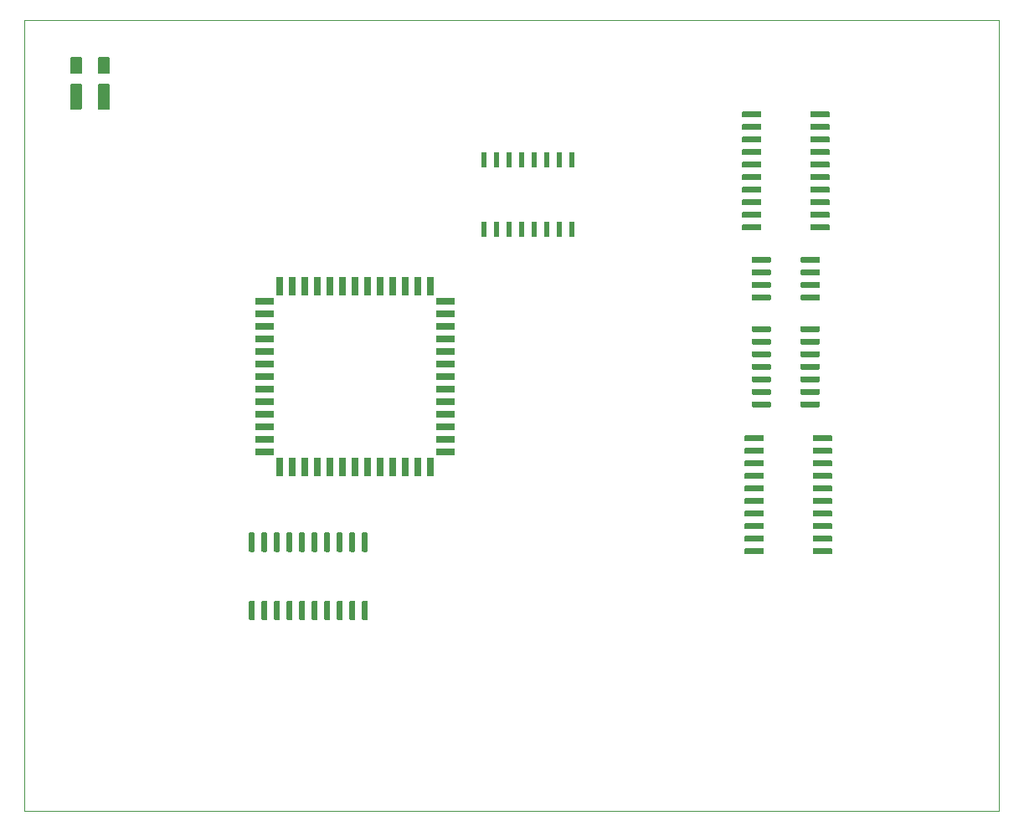
<source format=gbr>
G04 #@! TF.GenerationSoftware,KiCad,Pcbnew,5.1.5+dfsg1-2build2*
G04 #@! TF.CreationDate,2021-07-30T22:42:47+01:00*
G04 #@! TF.ProjectId,Printer+Sticks,5072696e-7465-4722-9b53-7469636b732e,rev?*
G04 #@! TF.SameCoordinates,Original*
G04 #@! TF.FileFunction,Paste,Top*
G04 #@! TF.FilePolarity,Positive*
%FSLAX46Y46*%
G04 Gerber Fmt 4.6, Leading zero omitted, Abs format (unit mm)*
G04 Created by KiCad (PCBNEW 5.1.5+dfsg1-2build2) date 2021-07-30 22:42:47*
%MOMM*%
%LPD*%
G04 APERTURE LIST*
%ADD10C,0.050000*%
%ADD11C,0.100000*%
%ADD12R,0.700000X1.925000*%
%ADD13R,1.925000X0.700000*%
%ADD14R,0.600000X1.500000*%
G04 APERTURE END LIST*
D10*
X155448000Y-109982000D02*
X155448000Y-189992000D01*
X56896000Y-109982000D02*
X155448000Y-109982000D01*
X56896000Y-189992000D02*
X56896000Y-109982000D01*
X155448000Y-189992000D02*
X56896000Y-189992000D01*
D11*
G36*
X91471703Y-168739722D02*
G01*
X91486264Y-168741882D01*
X91500543Y-168745459D01*
X91514403Y-168750418D01*
X91527710Y-168756712D01*
X91540336Y-168764280D01*
X91552159Y-168773048D01*
X91563066Y-168782934D01*
X91572952Y-168793841D01*
X91581720Y-168805664D01*
X91589288Y-168818290D01*
X91595582Y-168831597D01*
X91600541Y-168845457D01*
X91604118Y-168859736D01*
X91606278Y-168874297D01*
X91607000Y-168889000D01*
X91607000Y-170564000D01*
X91606278Y-170578703D01*
X91604118Y-170593264D01*
X91600541Y-170607543D01*
X91595582Y-170621403D01*
X91589288Y-170634710D01*
X91581720Y-170647336D01*
X91572952Y-170659159D01*
X91563066Y-170670066D01*
X91552159Y-170679952D01*
X91540336Y-170688720D01*
X91527710Y-170696288D01*
X91514403Y-170702582D01*
X91500543Y-170707541D01*
X91486264Y-170711118D01*
X91471703Y-170713278D01*
X91457000Y-170714000D01*
X91157000Y-170714000D01*
X91142297Y-170713278D01*
X91127736Y-170711118D01*
X91113457Y-170707541D01*
X91099597Y-170702582D01*
X91086290Y-170696288D01*
X91073664Y-170688720D01*
X91061841Y-170679952D01*
X91050934Y-170670066D01*
X91041048Y-170659159D01*
X91032280Y-170647336D01*
X91024712Y-170634710D01*
X91018418Y-170621403D01*
X91013459Y-170607543D01*
X91009882Y-170593264D01*
X91007722Y-170578703D01*
X91007000Y-170564000D01*
X91007000Y-168889000D01*
X91007722Y-168874297D01*
X91009882Y-168859736D01*
X91013459Y-168845457D01*
X91018418Y-168831597D01*
X91024712Y-168818290D01*
X91032280Y-168805664D01*
X91041048Y-168793841D01*
X91050934Y-168782934D01*
X91061841Y-168773048D01*
X91073664Y-168764280D01*
X91086290Y-168756712D01*
X91099597Y-168750418D01*
X91113457Y-168745459D01*
X91127736Y-168741882D01*
X91142297Y-168739722D01*
X91157000Y-168739000D01*
X91457000Y-168739000D01*
X91471703Y-168739722D01*
G37*
G36*
X90201703Y-168739722D02*
G01*
X90216264Y-168741882D01*
X90230543Y-168745459D01*
X90244403Y-168750418D01*
X90257710Y-168756712D01*
X90270336Y-168764280D01*
X90282159Y-168773048D01*
X90293066Y-168782934D01*
X90302952Y-168793841D01*
X90311720Y-168805664D01*
X90319288Y-168818290D01*
X90325582Y-168831597D01*
X90330541Y-168845457D01*
X90334118Y-168859736D01*
X90336278Y-168874297D01*
X90337000Y-168889000D01*
X90337000Y-170564000D01*
X90336278Y-170578703D01*
X90334118Y-170593264D01*
X90330541Y-170607543D01*
X90325582Y-170621403D01*
X90319288Y-170634710D01*
X90311720Y-170647336D01*
X90302952Y-170659159D01*
X90293066Y-170670066D01*
X90282159Y-170679952D01*
X90270336Y-170688720D01*
X90257710Y-170696288D01*
X90244403Y-170702582D01*
X90230543Y-170707541D01*
X90216264Y-170711118D01*
X90201703Y-170713278D01*
X90187000Y-170714000D01*
X89887000Y-170714000D01*
X89872297Y-170713278D01*
X89857736Y-170711118D01*
X89843457Y-170707541D01*
X89829597Y-170702582D01*
X89816290Y-170696288D01*
X89803664Y-170688720D01*
X89791841Y-170679952D01*
X89780934Y-170670066D01*
X89771048Y-170659159D01*
X89762280Y-170647336D01*
X89754712Y-170634710D01*
X89748418Y-170621403D01*
X89743459Y-170607543D01*
X89739882Y-170593264D01*
X89737722Y-170578703D01*
X89737000Y-170564000D01*
X89737000Y-168889000D01*
X89737722Y-168874297D01*
X89739882Y-168859736D01*
X89743459Y-168845457D01*
X89748418Y-168831597D01*
X89754712Y-168818290D01*
X89762280Y-168805664D01*
X89771048Y-168793841D01*
X89780934Y-168782934D01*
X89791841Y-168773048D01*
X89803664Y-168764280D01*
X89816290Y-168756712D01*
X89829597Y-168750418D01*
X89843457Y-168745459D01*
X89857736Y-168741882D01*
X89872297Y-168739722D01*
X89887000Y-168739000D01*
X90187000Y-168739000D01*
X90201703Y-168739722D01*
G37*
G36*
X88931703Y-168739722D02*
G01*
X88946264Y-168741882D01*
X88960543Y-168745459D01*
X88974403Y-168750418D01*
X88987710Y-168756712D01*
X89000336Y-168764280D01*
X89012159Y-168773048D01*
X89023066Y-168782934D01*
X89032952Y-168793841D01*
X89041720Y-168805664D01*
X89049288Y-168818290D01*
X89055582Y-168831597D01*
X89060541Y-168845457D01*
X89064118Y-168859736D01*
X89066278Y-168874297D01*
X89067000Y-168889000D01*
X89067000Y-170564000D01*
X89066278Y-170578703D01*
X89064118Y-170593264D01*
X89060541Y-170607543D01*
X89055582Y-170621403D01*
X89049288Y-170634710D01*
X89041720Y-170647336D01*
X89032952Y-170659159D01*
X89023066Y-170670066D01*
X89012159Y-170679952D01*
X89000336Y-170688720D01*
X88987710Y-170696288D01*
X88974403Y-170702582D01*
X88960543Y-170707541D01*
X88946264Y-170711118D01*
X88931703Y-170713278D01*
X88917000Y-170714000D01*
X88617000Y-170714000D01*
X88602297Y-170713278D01*
X88587736Y-170711118D01*
X88573457Y-170707541D01*
X88559597Y-170702582D01*
X88546290Y-170696288D01*
X88533664Y-170688720D01*
X88521841Y-170679952D01*
X88510934Y-170670066D01*
X88501048Y-170659159D01*
X88492280Y-170647336D01*
X88484712Y-170634710D01*
X88478418Y-170621403D01*
X88473459Y-170607543D01*
X88469882Y-170593264D01*
X88467722Y-170578703D01*
X88467000Y-170564000D01*
X88467000Y-168889000D01*
X88467722Y-168874297D01*
X88469882Y-168859736D01*
X88473459Y-168845457D01*
X88478418Y-168831597D01*
X88484712Y-168818290D01*
X88492280Y-168805664D01*
X88501048Y-168793841D01*
X88510934Y-168782934D01*
X88521841Y-168773048D01*
X88533664Y-168764280D01*
X88546290Y-168756712D01*
X88559597Y-168750418D01*
X88573457Y-168745459D01*
X88587736Y-168741882D01*
X88602297Y-168739722D01*
X88617000Y-168739000D01*
X88917000Y-168739000D01*
X88931703Y-168739722D01*
G37*
G36*
X87661703Y-168739722D02*
G01*
X87676264Y-168741882D01*
X87690543Y-168745459D01*
X87704403Y-168750418D01*
X87717710Y-168756712D01*
X87730336Y-168764280D01*
X87742159Y-168773048D01*
X87753066Y-168782934D01*
X87762952Y-168793841D01*
X87771720Y-168805664D01*
X87779288Y-168818290D01*
X87785582Y-168831597D01*
X87790541Y-168845457D01*
X87794118Y-168859736D01*
X87796278Y-168874297D01*
X87797000Y-168889000D01*
X87797000Y-170564000D01*
X87796278Y-170578703D01*
X87794118Y-170593264D01*
X87790541Y-170607543D01*
X87785582Y-170621403D01*
X87779288Y-170634710D01*
X87771720Y-170647336D01*
X87762952Y-170659159D01*
X87753066Y-170670066D01*
X87742159Y-170679952D01*
X87730336Y-170688720D01*
X87717710Y-170696288D01*
X87704403Y-170702582D01*
X87690543Y-170707541D01*
X87676264Y-170711118D01*
X87661703Y-170713278D01*
X87647000Y-170714000D01*
X87347000Y-170714000D01*
X87332297Y-170713278D01*
X87317736Y-170711118D01*
X87303457Y-170707541D01*
X87289597Y-170702582D01*
X87276290Y-170696288D01*
X87263664Y-170688720D01*
X87251841Y-170679952D01*
X87240934Y-170670066D01*
X87231048Y-170659159D01*
X87222280Y-170647336D01*
X87214712Y-170634710D01*
X87208418Y-170621403D01*
X87203459Y-170607543D01*
X87199882Y-170593264D01*
X87197722Y-170578703D01*
X87197000Y-170564000D01*
X87197000Y-168889000D01*
X87197722Y-168874297D01*
X87199882Y-168859736D01*
X87203459Y-168845457D01*
X87208418Y-168831597D01*
X87214712Y-168818290D01*
X87222280Y-168805664D01*
X87231048Y-168793841D01*
X87240934Y-168782934D01*
X87251841Y-168773048D01*
X87263664Y-168764280D01*
X87276290Y-168756712D01*
X87289597Y-168750418D01*
X87303457Y-168745459D01*
X87317736Y-168741882D01*
X87332297Y-168739722D01*
X87347000Y-168739000D01*
X87647000Y-168739000D01*
X87661703Y-168739722D01*
G37*
G36*
X86391703Y-168739722D02*
G01*
X86406264Y-168741882D01*
X86420543Y-168745459D01*
X86434403Y-168750418D01*
X86447710Y-168756712D01*
X86460336Y-168764280D01*
X86472159Y-168773048D01*
X86483066Y-168782934D01*
X86492952Y-168793841D01*
X86501720Y-168805664D01*
X86509288Y-168818290D01*
X86515582Y-168831597D01*
X86520541Y-168845457D01*
X86524118Y-168859736D01*
X86526278Y-168874297D01*
X86527000Y-168889000D01*
X86527000Y-170564000D01*
X86526278Y-170578703D01*
X86524118Y-170593264D01*
X86520541Y-170607543D01*
X86515582Y-170621403D01*
X86509288Y-170634710D01*
X86501720Y-170647336D01*
X86492952Y-170659159D01*
X86483066Y-170670066D01*
X86472159Y-170679952D01*
X86460336Y-170688720D01*
X86447710Y-170696288D01*
X86434403Y-170702582D01*
X86420543Y-170707541D01*
X86406264Y-170711118D01*
X86391703Y-170713278D01*
X86377000Y-170714000D01*
X86077000Y-170714000D01*
X86062297Y-170713278D01*
X86047736Y-170711118D01*
X86033457Y-170707541D01*
X86019597Y-170702582D01*
X86006290Y-170696288D01*
X85993664Y-170688720D01*
X85981841Y-170679952D01*
X85970934Y-170670066D01*
X85961048Y-170659159D01*
X85952280Y-170647336D01*
X85944712Y-170634710D01*
X85938418Y-170621403D01*
X85933459Y-170607543D01*
X85929882Y-170593264D01*
X85927722Y-170578703D01*
X85927000Y-170564000D01*
X85927000Y-168889000D01*
X85927722Y-168874297D01*
X85929882Y-168859736D01*
X85933459Y-168845457D01*
X85938418Y-168831597D01*
X85944712Y-168818290D01*
X85952280Y-168805664D01*
X85961048Y-168793841D01*
X85970934Y-168782934D01*
X85981841Y-168773048D01*
X85993664Y-168764280D01*
X86006290Y-168756712D01*
X86019597Y-168750418D01*
X86033457Y-168745459D01*
X86047736Y-168741882D01*
X86062297Y-168739722D01*
X86077000Y-168739000D01*
X86377000Y-168739000D01*
X86391703Y-168739722D01*
G37*
G36*
X85121703Y-168739722D02*
G01*
X85136264Y-168741882D01*
X85150543Y-168745459D01*
X85164403Y-168750418D01*
X85177710Y-168756712D01*
X85190336Y-168764280D01*
X85202159Y-168773048D01*
X85213066Y-168782934D01*
X85222952Y-168793841D01*
X85231720Y-168805664D01*
X85239288Y-168818290D01*
X85245582Y-168831597D01*
X85250541Y-168845457D01*
X85254118Y-168859736D01*
X85256278Y-168874297D01*
X85257000Y-168889000D01*
X85257000Y-170564000D01*
X85256278Y-170578703D01*
X85254118Y-170593264D01*
X85250541Y-170607543D01*
X85245582Y-170621403D01*
X85239288Y-170634710D01*
X85231720Y-170647336D01*
X85222952Y-170659159D01*
X85213066Y-170670066D01*
X85202159Y-170679952D01*
X85190336Y-170688720D01*
X85177710Y-170696288D01*
X85164403Y-170702582D01*
X85150543Y-170707541D01*
X85136264Y-170711118D01*
X85121703Y-170713278D01*
X85107000Y-170714000D01*
X84807000Y-170714000D01*
X84792297Y-170713278D01*
X84777736Y-170711118D01*
X84763457Y-170707541D01*
X84749597Y-170702582D01*
X84736290Y-170696288D01*
X84723664Y-170688720D01*
X84711841Y-170679952D01*
X84700934Y-170670066D01*
X84691048Y-170659159D01*
X84682280Y-170647336D01*
X84674712Y-170634710D01*
X84668418Y-170621403D01*
X84663459Y-170607543D01*
X84659882Y-170593264D01*
X84657722Y-170578703D01*
X84657000Y-170564000D01*
X84657000Y-168889000D01*
X84657722Y-168874297D01*
X84659882Y-168859736D01*
X84663459Y-168845457D01*
X84668418Y-168831597D01*
X84674712Y-168818290D01*
X84682280Y-168805664D01*
X84691048Y-168793841D01*
X84700934Y-168782934D01*
X84711841Y-168773048D01*
X84723664Y-168764280D01*
X84736290Y-168756712D01*
X84749597Y-168750418D01*
X84763457Y-168745459D01*
X84777736Y-168741882D01*
X84792297Y-168739722D01*
X84807000Y-168739000D01*
X85107000Y-168739000D01*
X85121703Y-168739722D01*
G37*
G36*
X83851703Y-168739722D02*
G01*
X83866264Y-168741882D01*
X83880543Y-168745459D01*
X83894403Y-168750418D01*
X83907710Y-168756712D01*
X83920336Y-168764280D01*
X83932159Y-168773048D01*
X83943066Y-168782934D01*
X83952952Y-168793841D01*
X83961720Y-168805664D01*
X83969288Y-168818290D01*
X83975582Y-168831597D01*
X83980541Y-168845457D01*
X83984118Y-168859736D01*
X83986278Y-168874297D01*
X83987000Y-168889000D01*
X83987000Y-170564000D01*
X83986278Y-170578703D01*
X83984118Y-170593264D01*
X83980541Y-170607543D01*
X83975582Y-170621403D01*
X83969288Y-170634710D01*
X83961720Y-170647336D01*
X83952952Y-170659159D01*
X83943066Y-170670066D01*
X83932159Y-170679952D01*
X83920336Y-170688720D01*
X83907710Y-170696288D01*
X83894403Y-170702582D01*
X83880543Y-170707541D01*
X83866264Y-170711118D01*
X83851703Y-170713278D01*
X83837000Y-170714000D01*
X83537000Y-170714000D01*
X83522297Y-170713278D01*
X83507736Y-170711118D01*
X83493457Y-170707541D01*
X83479597Y-170702582D01*
X83466290Y-170696288D01*
X83453664Y-170688720D01*
X83441841Y-170679952D01*
X83430934Y-170670066D01*
X83421048Y-170659159D01*
X83412280Y-170647336D01*
X83404712Y-170634710D01*
X83398418Y-170621403D01*
X83393459Y-170607543D01*
X83389882Y-170593264D01*
X83387722Y-170578703D01*
X83387000Y-170564000D01*
X83387000Y-168889000D01*
X83387722Y-168874297D01*
X83389882Y-168859736D01*
X83393459Y-168845457D01*
X83398418Y-168831597D01*
X83404712Y-168818290D01*
X83412280Y-168805664D01*
X83421048Y-168793841D01*
X83430934Y-168782934D01*
X83441841Y-168773048D01*
X83453664Y-168764280D01*
X83466290Y-168756712D01*
X83479597Y-168750418D01*
X83493457Y-168745459D01*
X83507736Y-168741882D01*
X83522297Y-168739722D01*
X83537000Y-168739000D01*
X83837000Y-168739000D01*
X83851703Y-168739722D01*
G37*
G36*
X82581703Y-168739722D02*
G01*
X82596264Y-168741882D01*
X82610543Y-168745459D01*
X82624403Y-168750418D01*
X82637710Y-168756712D01*
X82650336Y-168764280D01*
X82662159Y-168773048D01*
X82673066Y-168782934D01*
X82682952Y-168793841D01*
X82691720Y-168805664D01*
X82699288Y-168818290D01*
X82705582Y-168831597D01*
X82710541Y-168845457D01*
X82714118Y-168859736D01*
X82716278Y-168874297D01*
X82717000Y-168889000D01*
X82717000Y-170564000D01*
X82716278Y-170578703D01*
X82714118Y-170593264D01*
X82710541Y-170607543D01*
X82705582Y-170621403D01*
X82699288Y-170634710D01*
X82691720Y-170647336D01*
X82682952Y-170659159D01*
X82673066Y-170670066D01*
X82662159Y-170679952D01*
X82650336Y-170688720D01*
X82637710Y-170696288D01*
X82624403Y-170702582D01*
X82610543Y-170707541D01*
X82596264Y-170711118D01*
X82581703Y-170713278D01*
X82567000Y-170714000D01*
X82267000Y-170714000D01*
X82252297Y-170713278D01*
X82237736Y-170711118D01*
X82223457Y-170707541D01*
X82209597Y-170702582D01*
X82196290Y-170696288D01*
X82183664Y-170688720D01*
X82171841Y-170679952D01*
X82160934Y-170670066D01*
X82151048Y-170659159D01*
X82142280Y-170647336D01*
X82134712Y-170634710D01*
X82128418Y-170621403D01*
X82123459Y-170607543D01*
X82119882Y-170593264D01*
X82117722Y-170578703D01*
X82117000Y-170564000D01*
X82117000Y-168889000D01*
X82117722Y-168874297D01*
X82119882Y-168859736D01*
X82123459Y-168845457D01*
X82128418Y-168831597D01*
X82134712Y-168818290D01*
X82142280Y-168805664D01*
X82151048Y-168793841D01*
X82160934Y-168782934D01*
X82171841Y-168773048D01*
X82183664Y-168764280D01*
X82196290Y-168756712D01*
X82209597Y-168750418D01*
X82223457Y-168745459D01*
X82237736Y-168741882D01*
X82252297Y-168739722D01*
X82267000Y-168739000D01*
X82567000Y-168739000D01*
X82581703Y-168739722D01*
G37*
G36*
X81311703Y-168739722D02*
G01*
X81326264Y-168741882D01*
X81340543Y-168745459D01*
X81354403Y-168750418D01*
X81367710Y-168756712D01*
X81380336Y-168764280D01*
X81392159Y-168773048D01*
X81403066Y-168782934D01*
X81412952Y-168793841D01*
X81421720Y-168805664D01*
X81429288Y-168818290D01*
X81435582Y-168831597D01*
X81440541Y-168845457D01*
X81444118Y-168859736D01*
X81446278Y-168874297D01*
X81447000Y-168889000D01*
X81447000Y-170564000D01*
X81446278Y-170578703D01*
X81444118Y-170593264D01*
X81440541Y-170607543D01*
X81435582Y-170621403D01*
X81429288Y-170634710D01*
X81421720Y-170647336D01*
X81412952Y-170659159D01*
X81403066Y-170670066D01*
X81392159Y-170679952D01*
X81380336Y-170688720D01*
X81367710Y-170696288D01*
X81354403Y-170702582D01*
X81340543Y-170707541D01*
X81326264Y-170711118D01*
X81311703Y-170713278D01*
X81297000Y-170714000D01*
X80997000Y-170714000D01*
X80982297Y-170713278D01*
X80967736Y-170711118D01*
X80953457Y-170707541D01*
X80939597Y-170702582D01*
X80926290Y-170696288D01*
X80913664Y-170688720D01*
X80901841Y-170679952D01*
X80890934Y-170670066D01*
X80881048Y-170659159D01*
X80872280Y-170647336D01*
X80864712Y-170634710D01*
X80858418Y-170621403D01*
X80853459Y-170607543D01*
X80849882Y-170593264D01*
X80847722Y-170578703D01*
X80847000Y-170564000D01*
X80847000Y-168889000D01*
X80847722Y-168874297D01*
X80849882Y-168859736D01*
X80853459Y-168845457D01*
X80858418Y-168831597D01*
X80864712Y-168818290D01*
X80872280Y-168805664D01*
X80881048Y-168793841D01*
X80890934Y-168782934D01*
X80901841Y-168773048D01*
X80913664Y-168764280D01*
X80926290Y-168756712D01*
X80939597Y-168750418D01*
X80953457Y-168745459D01*
X80967736Y-168741882D01*
X80982297Y-168739722D01*
X80997000Y-168739000D01*
X81297000Y-168739000D01*
X81311703Y-168739722D01*
G37*
G36*
X80041703Y-168739722D02*
G01*
X80056264Y-168741882D01*
X80070543Y-168745459D01*
X80084403Y-168750418D01*
X80097710Y-168756712D01*
X80110336Y-168764280D01*
X80122159Y-168773048D01*
X80133066Y-168782934D01*
X80142952Y-168793841D01*
X80151720Y-168805664D01*
X80159288Y-168818290D01*
X80165582Y-168831597D01*
X80170541Y-168845457D01*
X80174118Y-168859736D01*
X80176278Y-168874297D01*
X80177000Y-168889000D01*
X80177000Y-170564000D01*
X80176278Y-170578703D01*
X80174118Y-170593264D01*
X80170541Y-170607543D01*
X80165582Y-170621403D01*
X80159288Y-170634710D01*
X80151720Y-170647336D01*
X80142952Y-170659159D01*
X80133066Y-170670066D01*
X80122159Y-170679952D01*
X80110336Y-170688720D01*
X80097710Y-170696288D01*
X80084403Y-170702582D01*
X80070543Y-170707541D01*
X80056264Y-170711118D01*
X80041703Y-170713278D01*
X80027000Y-170714000D01*
X79727000Y-170714000D01*
X79712297Y-170713278D01*
X79697736Y-170711118D01*
X79683457Y-170707541D01*
X79669597Y-170702582D01*
X79656290Y-170696288D01*
X79643664Y-170688720D01*
X79631841Y-170679952D01*
X79620934Y-170670066D01*
X79611048Y-170659159D01*
X79602280Y-170647336D01*
X79594712Y-170634710D01*
X79588418Y-170621403D01*
X79583459Y-170607543D01*
X79579882Y-170593264D01*
X79577722Y-170578703D01*
X79577000Y-170564000D01*
X79577000Y-168889000D01*
X79577722Y-168874297D01*
X79579882Y-168859736D01*
X79583459Y-168845457D01*
X79588418Y-168831597D01*
X79594712Y-168818290D01*
X79602280Y-168805664D01*
X79611048Y-168793841D01*
X79620934Y-168782934D01*
X79631841Y-168773048D01*
X79643664Y-168764280D01*
X79656290Y-168756712D01*
X79669597Y-168750418D01*
X79683457Y-168745459D01*
X79697736Y-168741882D01*
X79712297Y-168739722D01*
X79727000Y-168739000D01*
X80027000Y-168739000D01*
X80041703Y-168739722D01*
G37*
G36*
X80041703Y-161814722D02*
G01*
X80056264Y-161816882D01*
X80070543Y-161820459D01*
X80084403Y-161825418D01*
X80097710Y-161831712D01*
X80110336Y-161839280D01*
X80122159Y-161848048D01*
X80133066Y-161857934D01*
X80142952Y-161868841D01*
X80151720Y-161880664D01*
X80159288Y-161893290D01*
X80165582Y-161906597D01*
X80170541Y-161920457D01*
X80174118Y-161934736D01*
X80176278Y-161949297D01*
X80177000Y-161964000D01*
X80177000Y-163639000D01*
X80176278Y-163653703D01*
X80174118Y-163668264D01*
X80170541Y-163682543D01*
X80165582Y-163696403D01*
X80159288Y-163709710D01*
X80151720Y-163722336D01*
X80142952Y-163734159D01*
X80133066Y-163745066D01*
X80122159Y-163754952D01*
X80110336Y-163763720D01*
X80097710Y-163771288D01*
X80084403Y-163777582D01*
X80070543Y-163782541D01*
X80056264Y-163786118D01*
X80041703Y-163788278D01*
X80027000Y-163789000D01*
X79727000Y-163789000D01*
X79712297Y-163788278D01*
X79697736Y-163786118D01*
X79683457Y-163782541D01*
X79669597Y-163777582D01*
X79656290Y-163771288D01*
X79643664Y-163763720D01*
X79631841Y-163754952D01*
X79620934Y-163745066D01*
X79611048Y-163734159D01*
X79602280Y-163722336D01*
X79594712Y-163709710D01*
X79588418Y-163696403D01*
X79583459Y-163682543D01*
X79579882Y-163668264D01*
X79577722Y-163653703D01*
X79577000Y-163639000D01*
X79577000Y-161964000D01*
X79577722Y-161949297D01*
X79579882Y-161934736D01*
X79583459Y-161920457D01*
X79588418Y-161906597D01*
X79594712Y-161893290D01*
X79602280Y-161880664D01*
X79611048Y-161868841D01*
X79620934Y-161857934D01*
X79631841Y-161848048D01*
X79643664Y-161839280D01*
X79656290Y-161831712D01*
X79669597Y-161825418D01*
X79683457Y-161820459D01*
X79697736Y-161816882D01*
X79712297Y-161814722D01*
X79727000Y-161814000D01*
X80027000Y-161814000D01*
X80041703Y-161814722D01*
G37*
G36*
X81311703Y-161814722D02*
G01*
X81326264Y-161816882D01*
X81340543Y-161820459D01*
X81354403Y-161825418D01*
X81367710Y-161831712D01*
X81380336Y-161839280D01*
X81392159Y-161848048D01*
X81403066Y-161857934D01*
X81412952Y-161868841D01*
X81421720Y-161880664D01*
X81429288Y-161893290D01*
X81435582Y-161906597D01*
X81440541Y-161920457D01*
X81444118Y-161934736D01*
X81446278Y-161949297D01*
X81447000Y-161964000D01*
X81447000Y-163639000D01*
X81446278Y-163653703D01*
X81444118Y-163668264D01*
X81440541Y-163682543D01*
X81435582Y-163696403D01*
X81429288Y-163709710D01*
X81421720Y-163722336D01*
X81412952Y-163734159D01*
X81403066Y-163745066D01*
X81392159Y-163754952D01*
X81380336Y-163763720D01*
X81367710Y-163771288D01*
X81354403Y-163777582D01*
X81340543Y-163782541D01*
X81326264Y-163786118D01*
X81311703Y-163788278D01*
X81297000Y-163789000D01*
X80997000Y-163789000D01*
X80982297Y-163788278D01*
X80967736Y-163786118D01*
X80953457Y-163782541D01*
X80939597Y-163777582D01*
X80926290Y-163771288D01*
X80913664Y-163763720D01*
X80901841Y-163754952D01*
X80890934Y-163745066D01*
X80881048Y-163734159D01*
X80872280Y-163722336D01*
X80864712Y-163709710D01*
X80858418Y-163696403D01*
X80853459Y-163682543D01*
X80849882Y-163668264D01*
X80847722Y-163653703D01*
X80847000Y-163639000D01*
X80847000Y-161964000D01*
X80847722Y-161949297D01*
X80849882Y-161934736D01*
X80853459Y-161920457D01*
X80858418Y-161906597D01*
X80864712Y-161893290D01*
X80872280Y-161880664D01*
X80881048Y-161868841D01*
X80890934Y-161857934D01*
X80901841Y-161848048D01*
X80913664Y-161839280D01*
X80926290Y-161831712D01*
X80939597Y-161825418D01*
X80953457Y-161820459D01*
X80967736Y-161816882D01*
X80982297Y-161814722D01*
X80997000Y-161814000D01*
X81297000Y-161814000D01*
X81311703Y-161814722D01*
G37*
G36*
X82581703Y-161814722D02*
G01*
X82596264Y-161816882D01*
X82610543Y-161820459D01*
X82624403Y-161825418D01*
X82637710Y-161831712D01*
X82650336Y-161839280D01*
X82662159Y-161848048D01*
X82673066Y-161857934D01*
X82682952Y-161868841D01*
X82691720Y-161880664D01*
X82699288Y-161893290D01*
X82705582Y-161906597D01*
X82710541Y-161920457D01*
X82714118Y-161934736D01*
X82716278Y-161949297D01*
X82717000Y-161964000D01*
X82717000Y-163639000D01*
X82716278Y-163653703D01*
X82714118Y-163668264D01*
X82710541Y-163682543D01*
X82705582Y-163696403D01*
X82699288Y-163709710D01*
X82691720Y-163722336D01*
X82682952Y-163734159D01*
X82673066Y-163745066D01*
X82662159Y-163754952D01*
X82650336Y-163763720D01*
X82637710Y-163771288D01*
X82624403Y-163777582D01*
X82610543Y-163782541D01*
X82596264Y-163786118D01*
X82581703Y-163788278D01*
X82567000Y-163789000D01*
X82267000Y-163789000D01*
X82252297Y-163788278D01*
X82237736Y-163786118D01*
X82223457Y-163782541D01*
X82209597Y-163777582D01*
X82196290Y-163771288D01*
X82183664Y-163763720D01*
X82171841Y-163754952D01*
X82160934Y-163745066D01*
X82151048Y-163734159D01*
X82142280Y-163722336D01*
X82134712Y-163709710D01*
X82128418Y-163696403D01*
X82123459Y-163682543D01*
X82119882Y-163668264D01*
X82117722Y-163653703D01*
X82117000Y-163639000D01*
X82117000Y-161964000D01*
X82117722Y-161949297D01*
X82119882Y-161934736D01*
X82123459Y-161920457D01*
X82128418Y-161906597D01*
X82134712Y-161893290D01*
X82142280Y-161880664D01*
X82151048Y-161868841D01*
X82160934Y-161857934D01*
X82171841Y-161848048D01*
X82183664Y-161839280D01*
X82196290Y-161831712D01*
X82209597Y-161825418D01*
X82223457Y-161820459D01*
X82237736Y-161816882D01*
X82252297Y-161814722D01*
X82267000Y-161814000D01*
X82567000Y-161814000D01*
X82581703Y-161814722D01*
G37*
G36*
X83851703Y-161814722D02*
G01*
X83866264Y-161816882D01*
X83880543Y-161820459D01*
X83894403Y-161825418D01*
X83907710Y-161831712D01*
X83920336Y-161839280D01*
X83932159Y-161848048D01*
X83943066Y-161857934D01*
X83952952Y-161868841D01*
X83961720Y-161880664D01*
X83969288Y-161893290D01*
X83975582Y-161906597D01*
X83980541Y-161920457D01*
X83984118Y-161934736D01*
X83986278Y-161949297D01*
X83987000Y-161964000D01*
X83987000Y-163639000D01*
X83986278Y-163653703D01*
X83984118Y-163668264D01*
X83980541Y-163682543D01*
X83975582Y-163696403D01*
X83969288Y-163709710D01*
X83961720Y-163722336D01*
X83952952Y-163734159D01*
X83943066Y-163745066D01*
X83932159Y-163754952D01*
X83920336Y-163763720D01*
X83907710Y-163771288D01*
X83894403Y-163777582D01*
X83880543Y-163782541D01*
X83866264Y-163786118D01*
X83851703Y-163788278D01*
X83837000Y-163789000D01*
X83537000Y-163789000D01*
X83522297Y-163788278D01*
X83507736Y-163786118D01*
X83493457Y-163782541D01*
X83479597Y-163777582D01*
X83466290Y-163771288D01*
X83453664Y-163763720D01*
X83441841Y-163754952D01*
X83430934Y-163745066D01*
X83421048Y-163734159D01*
X83412280Y-163722336D01*
X83404712Y-163709710D01*
X83398418Y-163696403D01*
X83393459Y-163682543D01*
X83389882Y-163668264D01*
X83387722Y-163653703D01*
X83387000Y-163639000D01*
X83387000Y-161964000D01*
X83387722Y-161949297D01*
X83389882Y-161934736D01*
X83393459Y-161920457D01*
X83398418Y-161906597D01*
X83404712Y-161893290D01*
X83412280Y-161880664D01*
X83421048Y-161868841D01*
X83430934Y-161857934D01*
X83441841Y-161848048D01*
X83453664Y-161839280D01*
X83466290Y-161831712D01*
X83479597Y-161825418D01*
X83493457Y-161820459D01*
X83507736Y-161816882D01*
X83522297Y-161814722D01*
X83537000Y-161814000D01*
X83837000Y-161814000D01*
X83851703Y-161814722D01*
G37*
G36*
X85121703Y-161814722D02*
G01*
X85136264Y-161816882D01*
X85150543Y-161820459D01*
X85164403Y-161825418D01*
X85177710Y-161831712D01*
X85190336Y-161839280D01*
X85202159Y-161848048D01*
X85213066Y-161857934D01*
X85222952Y-161868841D01*
X85231720Y-161880664D01*
X85239288Y-161893290D01*
X85245582Y-161906597D01*
X85250541Y-161920457D01*
X85254118Y-161934736D01*
X85256278Y-161949297D01*
X85257000Y-161964000D01*
X85257000Y-163639000D01*
X85256278Y-163653703D01*
X85254118Y-163668264D01*
X85250541Y-163682543D01*
X85245582Y-163696403D01*
X85239288Y-163709710D01*
X85231720Y-163722336D01*
X85222952Y-163734159D01*
X85213066Y-163745066D01*
X85202159Y-163754952D01*
X85190336Y-163763720D01*
X85177710Y-163771288D01*
X85164403Y-163777582D01*
X85150543Y-163782541D01*
X85136264Y-163786118D01*
X85121703Y-163788278D01*
X85107000Y-163789000D01*
X84807000Y-163789000D01*
X84792297Y-163788278D01*
X84777736Y-163786118D01*
X84763457Y-163782541D01*
X84749597Y-163777582D01*
X84736290Y-163771288D01*
X84723664Y-163763720D01*
X84711841Y-163754952D01*
X84700934Y-163745066D01*
X84691048Y-163734159D01*
X84682280Y-163722336D01*
X84674712Y-163709710D01*
X84668418Y-163696403D01*
X84663459Y-163682543D01*
X84659882Y-163668264D01*
X84657722Y-163653703D01*
X84657000Y-163639000D01*
X84657000Y-161964000D01*
X84657722Y-161949297D01*
X84659882Y-161934736D01*
X84663459Y-161920457D01*
X84668418Y-161906597D01*
X84674712Y-161893290D01*
X84682280Y-161880664D01*
X84691048Y-161868841D01*
X84700934Y-161857934D01*
X84711841Y-161848048D01*
X84723664Y-161839280D01*
X84736290Y-161831712D01*
X84749597Y-161825418D01*
X84763457Y-161820459D01*
X84777736Y-161816882D01*
X84792297Y-161814722D01*
X84807000Y-161814000D01*
X85107000Y-161814000D01*
X85121703Y-161814722D01*
G37*
G36*
X86391703Y-161814722D02*
G01*
X86406264Y-161816882D01*
X86420543Y-161820459D01*
X86434403Y-161825418D01*
X86447710Y-161831712D01*
X86460336Y-161839280D01*
X86472159Y-161848048D01*
X86483066Y-161857934D01*
X86492952Y-161868841D01*
X86501720Y-161880664D01*
X86509288Y-161893290D01*
X86515582Y-161906597D01*
X86520541Y-161920457D01*
X86524118Y-161934736D01*
X86526278Y-161949297D01*
X86527000Y-161964000D01*
X86527000Y-163639000D01*
X86526278Y-163653703D01*
X86524118Y-163668264D01*
X86520541Y-163682543D01*
X86515582Y-163696403D01*
X86509288Y-163709710D01*
X86501720Y-163722336D01*
X86492952Y-163734159D01*
X86483066Y-163745066D01*
X86472159Y-163754952D01*
X86460336Y-163763720D01*
X86447710Y-163771288D01*
X86434403Y-163777582D01*
X86420543Y-163782541D01*
X86406264Y-163786118D01*
X86391703Y-163788278D01*
X86377000Y-163789000D01*
X86077000Y-163789000D01*
X86062297Y-163788278D01*
X86047736Y-163786118D01*
X86033457Y-163782541D01*
X86019597Y-163777582D01*
X86006290Y-163771288D01*
X85993664Y-163763720D01*
X85981841Y-163754952D01*
X85970934Y-163745066D01*
X85961048Y-163734159D01*
X85952280Y-163722336D01*
X85944712Y-163709710D01*
X85938418Y-163696403D01*
X85933459Y-163682543D01*
X85929882Y-163668264D01*
X85927722Y-163653703D01*
X85927000Y-163639000D01*
X85927000Y-161964000D01*
X85927722Y-161949297D01*
X85929882Y-161934736D01*
X85933459Y-161920457D01*
X85938418Y-161906597D01*
X85944712Y-161893290D01*
X85952280Y-161880664D01*
X85961048Y-161868841D01*
X85970934Y-161857934D01*
X85981841Y-161848048D01*
X85993664Y-161839280D01*
X86006290Y-161831712D01*
X86019597Y-161825418D01*
X86033457Y-161820459D01*
X86047736Y-161816882D01*
X86062297Y-161814722D01*
X86077000Y-161814000D01*
X86377000Y-161814000D01*
X86391703Y-161814722D01*
G37*
G36*
X87661703Y-161814722D02*
G01*
X87676264Y-161816882D01*
X87690543Y-161820459D01*
X87704403Y-161825418D01*
X87717710Y-161831712D01*
X87730336Y-161839280D01*
X87742159Y-161848048D01*
X87753066Y-161857934D01*
X87762952Y-161868841D01*
X87771720Y-161880664D01*
X87779288Y-161893290D01*
X87785582Y-161906597D01*
X87790541Y-161920457D01*
X87794118Y-161934736D01*
X87796278Y-161949297D01*
X87797000Y-161964000D01*
X87797000Y-163639000D01*
X87796278Y-163653703D01*
X87794118Y-163668264D01*
X87790541Y-163682543D01*
X87785582Y-163696403D01*
X87779288Y-163709710D01*
X87771720Y-163722336D01*
X87762952Y-163734159D01*
X87753066Y-163745066D01*
X87742159Y-163754952D01*
X87730336Y-163763720D01*
X87717710Y-163771288D01*
X87704403Y-163777582D01*
X87690543Y-163782541D01*
X87676264Y-163786118D01*
X87661703Y-163788278D01*
X87647000Y-163789000D01*
X87347000Y-163789000D01*
X87332297Y-163788278D01*
X87317736Y-163786118D01*
X87303457Y-163782541D01*
X87289597Y-163777582D01*
X87276290Y-163771288D01*
X87263664Y-163763720D01*
X87251841Y-163754952D01*
X87240934Y-163745066D01*
X87231048Y-163734159D01*
X87222280Y-163722336D01*
X87214712Y-163709710D01*
X87208418Y-163696403D01*
X87203459Y-163682543D01*
X87199882Y-163668264D01*
X87197722Y-163653703D01*
X87197000Y-163639000D01*
X87197000Y-161964000D01*
X87197722Y-161949297D01*
X87199882Y-161934736D01*
X87203459Y-161920457D01*
X87208418Y-161906597D01*
X87214712Y-161893290D01*
X87222280Y-161880664D01*
X87231048Y-161868841D01*
X87240934Y-161857934D01*
X87251841Y-161848048D01*
X87263664Y-161839280D01*
X87276290Y-161831712D01*
X87289597Y-161825418D01*
X87303457Y-161820459D01*
X87317736Y-161816882D01*
X87332297Y-161814722D01*
X87347000Y-161814000D01*
X87647000Y-161814000D01*
X87661703Y-161814722D01*
G37*
G36*
X88931703Y-161814722D02*
G01*
X88946264Y-161816882D01*
X88960543Y-161820459D01*
X88974403Y-161825418D01*
X88987710Y-161831712D01*
X89000336Y-161839280D01*
X89012159Y-161848048D01*
X89023066Y-161857934D01*
X89032952Y-161868841D01*
X89041720Y-161880664D01*
X89049288Y-161893290D01*
X89055582Y-161906597D01*
X89060541Y-161920457D01*
X89064118Y-161934736D01*
X89066278Y-161949297D01*
X89067000Y-161964000D01*
X89067000Y-163639000D01*
X89066278Y-163653703D01*
X89064118Y-163668264D01*
X89060541Y-163682543D01*
X89055582Y-163696403D01*
X89049288Y-163709710D01*
X89041720Y-163722336D01*
X89032952Y-163734159D01*
X89023066Y-163745066D01*
X89012159Y-163754952D01*
X89000336Y-163763720D01*
X88987710Y-163771288D01*
X88974403Y-163777582D01*
X88960543Y-163782541D01*
X88946264Y-163786118D01*
X88931703Y-163788278D01*
X88917000Y-163789000D01*
X88617000Y-163789000D01*
X88602297Y-163788278D01*
X88587736Y-163786118D01*
X88573457Y-163782541D01*
X88559597Y-163777582D01*
X88546290Y-163771288D01*
X88533664Y-163763720D01*
X88521841Y-163754952D01*
X88510934Y-163745066D01*
X88501048Y-163734159D01*
X88492280Y-163722336D01*
X88484712Y-163709710D01*
X88478418Y-163696403D01*
X88473459Y-163682543D01*
X88469882Y-163668264D01*
X88467722Y-163653703D01*
X88467000Y-163639000D01*
X88467000Y-161964000D01*
X88467722Y-161949297D01*
X88469882Y-161934736D01*
X88473459Y-161920457D01*
X88478418Y-161906597D01*
X88484712Y-161893290D01*
X88492280Y-161880664D01*
X88501048Y-161868841D01*
X88510934Y-161857934D01*
X88521841Y-161848048D01*
X88533664Y-161839280D01*
X88546290Y-161831712D01*
X88559597Y-161825418D01*
X88573457Y-161820459D01*
X88587736Y-161816882D01*
X88602297Y-161814722D01*
X88617000Y-161814000D01*
X88917000Y-161814000D01*
X88931703Y-161814722D01*
G37*
G36*
X90201703Y-161814722D02*
G01*
X90216264Y-161816882D01*
X90230543Y-161820459D01*
X90244403Y-161825418D01*
X90257710Y-161831712D01*
X90270336Y-161839280D01*
X90282159Y-161848048D01*
X90293066Y-161857934D01*
X90302952Y-161868841D01*
X90311720Y-161880664D01*
X90319288Y-161893290D01*
X90325582Y-161906597D01*
X90330541Y-161920457D01*
X90334118Y-161934736D01*
X90336278Y-161949297D01*
X90337000Y-161964000D01*
X90337000Y-163639000D01*
X90336278Y-163653703D01*
X90334118Y-163668264D01*
X90330541Y-163682543D01*
X90325582Y-163696403D01*
X90319288Y-163709710D01*
X90311720Y-163722336D01*
X90302952Y-163734159D01*
X90293066Y-163745066D01*
X90282159Y-163754952D01*
X90270336Y-163763720D01*
X90257710Y-163771288D01*
X90244403Y-163777582D01*
X90230543Y-163782541D01*
X90216264Y-163786118D01*
X90201703Y-163788278D01*
X90187000Y-163789000D01*
X89887000Y-163789000D01*
X89872297Y-163788278D01*
X89857736Y-163786118D01*
X89843457Y-163782541D01*
X89829597Y-163777582D01*
X89816290Y-163771288D01*
X89803664Y-163763720D01*
X89791841Y-163754952D01*
X89780934Y-163745066D01*
X89771048Y-163734159D01*
X89762280Y-163722336D01*
X89754712Y-163709710D01*
X89748418Y-163696403D01*
X89743459Y-163682543D01*
X89739882Y-163668264D01*
X89737722Y-163653703D01*
X89737000Y-163639000D01*
X89737000Y-161964000D01*
X89737722Y-161949297D01*
X89739882Y-161934736D01*
X89743459Y-161920457D01*
X89748418Y-161906597D01*
X89754712Y-161893290D01*
X89762280Y-161880664D01*
X89771048Y-161868841D01*
X89780934Y-161857934D01*
X89791841Y-161848048D01*
X89803664Y-161839280D01*
X89816290Y-161831712D01*
X89829597Y-161825418D01*
X89843457Y-161820459D01*
X89857736Y-161816882D01*
X89872297Y-161814722D01*
X89887000Y-161814000D01*
X90187000Y-161814000D01*
X90201703Y-161814722D01*
G37*
G36*
X91471703Y-161814722D02*
G01*
X91486264Y-161816882D01*
X91500543Y-161820459D01*
X91514403Y-161825418D01*
X91527710Y-161831712D01*
X91540336Y-161839280D01*
X91552159Y-161848048D01*
X91563066Y-161857934D01*
X91572952Y-161868841D01*
X91581720Y-161880664D01*
X91589288Y-161893290D01*
X91595582Y-161906597D01*
X91600541Y-161920457D01*
X91604118Y-161934736D01*
X91606278Y-161949297D01*
X91607000Y-161964000D01*
X91607000Y-163639000D01*
X91606278Y-163653703D01*
X91604118Y-163668264D01*
X91600541Y-163682543D01*
X91595582Y-163696403D01*
X91589288Y-163709710D01*
X91581720Y-163722336D01*
X91572952Y-163734159D01*
X91563066Y-163745066D01*
X91552159Y-163754952D01*
X91540336Y-163763720D01*
X91527710Y-163771288D01*
X91514403Y-163777582D01*
X91500543Y-163782541D01*
X91486264Y-163786118D01*
X91471703Y-163788278D01*
X91457000Y-163789000D01*
X91157000Y-163789000D01*
X91142297Y-163788278D01*
X91127736Y-163786118D01*
X91113457Y-163782541D01*
X91099597Y-163777582D01*
X91086290Y-163771288D01*
X91073664Y-163763720D01*
X91061841Y-163754952D01*
X91050934Y-163745066D01*
X91041048Y-163734159D01*
X91032280Y-163722336D01*
X91024712Y-163709710D01*
X91018418Y-163696403D01*
X91013459Y-163682543D01*
X91009882Y-163668264D01*
X91007722Y-163653703D01*
X91007000Y-163639000D01*
X91007000Y-161964000D01*
X91007722Y-161949297D01*
X91009882Y-161934736D01*
X91013459Y-161920457D01*
X91018418Y-161906597D01*
X91024712Y-161893290D01*
X91032280Y-161880664D01*
X91041048Y-161868841D01*
X91050934Y-161857934D01*
X91061841Y-161848048D01*
X91073664Y-161839280D01*
X91086290Y-161831712D01*
X91099597Y-161825418D01*
X91113457Y-161820459D01*
X91127736Y-161816882D01*
X91142297Y-161814722D01*
X91157000Y-161814000D01*
X91457000Y-161814000D01*
X91471703Y-161814722D01*
G37*
G36*
X131501703Y-163403722D02*
G01*
X131516264Y-163405882D01*
X131530543Y-163409459D01*
X131544403Y-163414418D01*
X131557710Y-163420712D01*
X131570336Y-163428280D01*
X131582159Y-163437048D01*
X131593066Y-163446934D01*
X131602952Y-163457841D01*
X131611720Y-163469664D01*
X131619288Y-163482290D01*
X131625582Y-163495597D01*
X131630541Y-163509457D01*
X131634118Y-163523736D01*
X131636278Y-163538297D01*
X131637000Y-163553000D01*
X131637000Y-163853000D01*
X131636278Y-163867703D01*
X131634118Y-163882264D01*
X131630541Y-163896543D01*
X131625582Y-163910403D01*
X131619288Y-163923710D01*
X131611720Y-163936336D01*
X131602952Y-163948159D01*
X131593066Y-163959066D01*
X131582159Y-163968952D01*
X131570336Y-163977720D01*
X131557710Y-163985288D01*
X131544403Y-163991582D01*
X131530543Y-163996541D01*
X131516264Y-164000118D01*
X131501703Y-164002278D01*
X131487000Y-164003000D01*
X129812000Y-164003000D01*
X129797297Y-164002278D01*
X129782736Y-164000118D01*
X129768457Y-163996541D01*
X129754597Y-163991582D01*
X129741290Y-163985288D01*
X129728664Y-163977720D01*
X129716841Y-163968952D01*
X129705934Y-163959066D01*
X129696048Y-163948159D01*
X129687280Y-163936336D01*
X129679712Y-163923710D01*
X129673418Y-163910403D01*
X129668459Y-163896543D01*
X129664882Y-163882264D01*
X129662722Y-163867703D01*
X129662000Y-163853000D01*
X129662000Y-163553000D01*
X129662722Y-163538297D01*
X129664882Y-163523736D01*
X129668459Y-163509457D01*
X129673418Y-163495597D01*
X129679712Y-163482290D01*
X129687280Y-163469664D01*
X129696048Y-163457841D01*
X129705934Y-163446934D01*
X129716841Y-163437048D01*
X129728664Y-163428280D01*
X129741290Y-163420712D01*
X129754597Y-163414418D01*
X129768457Y-163409459D01*
X129782736Y-163405882D01*
X129797297Y-163403722D01*
X129812000Y-163403000D01*
X131487000Y-163403000D01*
X131501703Y-163403722D01*
G37*
G36*
X131501703Y-162133722D02*
G01*
X131516264Y-162135882D01*
X131530543Y-162139459D01*
X131544403Y-162144418D01*
X131557710Y-162150712D01*
X131570336Y-162158280D01*
X131582159Y-162167048D01*
X131593066Y-162176934D01*
X131602952Y-162187841D01*
X131611720Y-162199664D01*
X131619288Y-162212290D01*
X131625582Y-162225597D01*
X131630541Y-162239457D01*
X131634118Y-162253736D01*
X131636278Y-162268297D01*
X131637000Y-162283000D01*
X131637000Y-162583000D01*
X131636278Y-162597703D01*
X131634118Y-162612264D01*
X131630541Y-162626543D01*
X131625582Y-162640403D01*
X131619288Y-162653710D01*
X131611720Y-162666336D01*
X131602952Y-162678159D01*
X131593066Y-162689066D01*
X131582159Y-162698952D01*
X131570336Y-162707720D01*
X131557710Y-162715288D01*
X131544403Y-162721582D01*
X131530543Y-162726541D01*
X131516264Y-162730118D01*
X131501703Y-162732278D01*
X131487000Y-162733000D01*
X129812000Y-162733000D01*
X129797297Y-162732278D01*
X129782736Y-162730118D01*
X129768457Y-162726541D01*
X129754597Y-162721582D01*
X129741290Y-162715288D01*
X129728664Y-162707720D01*
X129716841Y-162698952D01*
X129705934Y-162689066D01*
X129696048Y-162678159D01*
X129687280Y-162666336D01*
X129679712Y-162653710D01*
X129673418Y-162640403D01*
X129668459Y-162626543D01*
X129664882Y-162612264D01*
X129662722Y-162597703D01*
X129662000Y-162583000D01*
X129662000Y-162283000D01*
X129662722Y-162268297D01*
X129664882Y-162253736D01*
X129668459Y-162239457D01*
X129673418Y-162225597D01*
X129679712Y-162212290D01*
X129687280Y-162199664D01*
X129696048Y-162187841D01*
X129705934Y-162176934D01*
X129716841Y-162167048D01*
X129728664Y-162158280D01*
X129741290Y-162150712D01*
X129754597Y-162144418D01*
X129768457Y-162139459D01*
X129782736Y-162135882D01*
X129797297Y-162133722D01*
X129812000Y-162133000D01*
X131487000Y-162133000D01*
X131501703Y-162133722D01*
G37*
G36*
X131501703Y-160863722D02*
G01*
X131516264Y-160865882D01*
X131530543Y-160869459D01*
X131544403Y-160874418D01*
X131557710Y-160880712D01*
X131570336Y-160888280D01*
X131582159Y-160897048D01*
X131593066Y-160906934D01*
X131602952Y-160917841D01*
X131611720Y-160929664D01*
X131619288Y-160942290D01*
X131625582Y-160955597D01*
X131630541Y-160969457D01*
X131634118Y-160983736D01*
X131636278Y-160998297D01*
X131637000Y-161013000D01*
X131637000Y-161313000D01*
X131636278Y-161327703D01*
X131634118Y-161342264D01*
X131630541Y-161356543D01*
X131625582Y-161370403D01*
X131619288Y-161383710D01*
X131611720Y-161396336D01*
X131602952Y-161408159D01*
X131593066Y-161419066D01*
X131582159Y-161428952D01*
X131570336Y-161437720D01*
X131557710Y-161445288D01*
X131544403Y-161451582D01*
X131530543Y-161456541D01*
X131516264Y-161460118D01*
X131501703Y-161462278D01*
X131487000Y-161463000D01*
X129812000Y-161463000D01*
X129797297Y-161462278D01*
X129782736Y-161460118D01*
X129768457Y-161456541D01*
X129754597Y-161451582D01*
X129741290Y-161445288D01*
X129728664Y-161437720D01*
X129716841Y-161428952D01*
X129705934Y-161419066D01*
X129696048Y-161408159D01*
X129687280Y-161396336D01*
X129679712Y-161383710D01*
X129673418Y-161370403D01*
X129668459Y-161356543D01*
X129664882Y-161342264D01*
X129662722Y-161327703D01*
X129662000Y-161313000D01*
X129662000Y-161013000D01*
X129662722Y-160998297D01*
X129664882Y-160983736D01*
X129668459Y-160969457D01*
X129673418Y-160955597D01*
X129679712Y-160942290D01*
X129687280Y-160929664D01*
X129696048Y-160917841D01*
X129705934Y-160906934D01*
X129716841Y-160897048D01*
X129728664Y-160888280D01*
X129741290Y-160880712D01*
X129754597Y-160874418D01*
X129768457Y-160869459D01*
X129782736Y-160865882D01*
X129797297Y-160863722D01*
X129812000Y-160863000D01*
X131487000Y-160863000D01*
X131501703Y-160863722D01*
G37*
G36*
X131501703Y-159593722D02*
G01*
X131516264Y-159595882D01*
X131530543Y-159599459D01*
X131544403Y-159604418D01*
X131557710Y-159610712D01*
X131570336Y-159618280D01*
X131582159Y-159627048D01*
X131593066Y-159636934D01*
X131602952Y-159647841D01*
X131611720Y-159659664D01*
X131619288Y-159672290D01*
X131625582Y-159685597D01*
X131630541Y-159699457D01*
X131634118Y-159713736D01*
X131636278Y-159728297D01*
X131637000Y-159743000D01*
X131637000Y-160043000D01*
X131636278Y-160057703D01*
X131634118Y-160072264D01*
X131630541Y-160086543D01*
X131625582Y-160100403D01*
X131619288Y-160113710D01*
X131611720Y-160126336D01*
X131602952Y-160138159D01*
X131593066Y-160149066D01*
X131582159Y-160158952D01*
X131570336Y-160167720D01*
X131557710Y-160175288D01*
X131544403Y-160181582D01*
X131530543Y-160186541D01*
X131516264Y-160190118D01*
X131501703Y-160192278D01*
X131487000Y-160193000D01*
X129812000Y-160193000D01*
X129797297Y-160192278D01*
X129782736Y-160190118D01*
X129768457Y-160186541D01*
X129754597Y-160181582D01*
X129741290Y-160175288D01*
X129728664Y-160167720D01*
X129716841Y-160158952D01*
X129705934Y-160149066D01*
X129696048Y-160138159D01*
X129687280Y-160126336D01*
X129679712Y-160113710D01*
X129673418Y-160100403D01*
X129668459Y-160086543D01*
X129664882Y-160072264D01*
X129662722Y-160057703D01*
X129662000Y-160043000D01*
X129662000Y-159743000D01*
X129662722Y-159728297D01*
X129664882Y-159713736D01*
X129668459Y-159699457D01*
X129673418Y-159685597D01*
X129679712Y-159672290D01*
X129687280Y-159659664D01*
X129696048Y-159647841D01*
X129705934Y-159636934D01*
X129716841Y-159627048D01*
X129728664Y-159618280D01*
X129741290Y-159610712D01*
X129754597Y-159604418D01*
X129768457Y-159599459D01*
X129782736Y-159595882D01*
X129797297Y-159593722D01*
X129812000Y-159593000D01*
X131487000Y-159593000D01*
X131501703Y-159593722D01*
G37*
G36*
X131501703Y-158323722D02*
G01*
X131516264Y-158325882D01*
X131530543Y-158329459D01*
X131544403Y-158334418D01*
X131557710Y-158340712D01*
X131570336Y-158348280D01*
X131582159Y-158357048D01*
X131593066Y-158366934D01*
X131602952Y-158377841D01*
X131611720Y-158389664D01*
X131619288Y-158402290D01*
X131625582Y-158415597D01*
X131630541Y-158429457D01*
X131634118Y-158443736D01*
X131636278Y-158458297D01*
X131637000Y-158473000D01*
X131637000Y-158773000D01*
X131636278Y-158787703D01*
X131634118Y-158802264D01*
X131630541Y-158816543D01*
X131625582Y-158830403D01*
X131619288Y-158843710D01*
X131611720Y-158856336D01*
X131602952Y-158868159D01*
X131593066Y-158879066D01*
X131582159Y-158888952D01*
X131570336Y-158897720D01*
X131557710Y-158905288D01*
X131544403Y-158911582D01*
X131530543Y-158916541D01*
X131516264Y-158920118D01*
X131501703Y-158922278D01*
X131487000Y-158923000D01*
X129812000Y-158923000D01*
X129797297Y-158922278D01*
X129782736Y-158920118D01*
X129768457Y-158916541D01*
X129754597Y-158911582D01*
X129741290Y-158905288D01*
X129728664Y-158897720D01*
X129716841Y-158888952D01*
X129705934Y-158879066D01*
X129696048Y-158868159D01*
X129687280Y-158856336D01*
X129679712Y-158843710D01*
X129673418Y-158830403D01*
X129668459Y-158816543D01*
X129664882Y-158802264D01*
X129662722Y-158787703D01*
X129662000Y-158773000D01*
X129662000Y-158473000D01*
X129662722Y-158458297D01*
X129664882Y-158443736D01*
X129668459Y-158429457D01*
X129673418Y-158415597D01*
X129679712Y-158402290D01*
X129687280Y-158389664D01*
X129696048Y-158377841D01*
X129705934Y-158366934D01*
X129716841Y-158357048D01*
X129728664Y-158348280D01*
X129741290Y-158340712D01*
X129754597Y-158334418D01*
X129768457Y-158329459D01*
X129782736Y-158325882D01*
X129797297Y-158323722D01*
X129812000Y-158323000D01*
X131487000Y-158323000D01*
X131501703Y-158323722D01*
G37*
G36*
X131501703Y-157053722D02*
G01*
X131516264Y-157055882D01*
X131530543Y-157059459D01*
X131544403Y-157064418D01*
X131557710Y-157070712D01*
X131570336Y-157078280D01*
X131582159Y-157087048D01*
X131593066Y-157096934D01*
X131602952Y-157107841D01*
X131611720Y-157119664D01*
X131619288Y-157132290D01*
X131625582Y-157145597D01*
X131630541Y-157159457D01*
X131634118Y-157173736D01*
X131636278Y-157188297D01*
X131637000Y-157203000D01*
X131637000Y-157503000D01*
X131636278Y-157517703D01*
X131634118Y-157532264D01*
X131630541Y-157546543D01*
X131625582Y-157560403D01*
X131619288Y-157573710D01*
X131611720Y-157586336D01*
X131602952Y-157598159D01*
X131593066Y-157609066D01*
X131582159Y-157618952D01*
X131570336Y-157627720D01*
X131557710Y-157635288D01*
X131544403Y-157641582D01*
X131530543Y-157646541D01*
X131516264Y-157650118D01*
X131501703Y-157652278D01*
X131487000Y-157653000D01*
X129812000Y-157653000D01*
X129797297Y-157652278D01*
X129782736Y-157650118D01*
X129768457Y-157646541D01*
X129754597Y-157641582D01*
X129741290Y-157635288D01*
X129728664Y-157627720D01*
X129716841Y-157618952D01*
X129705934Y-157609066D01*
X129696048Y-157598159D01*
X129687280Y-157586336D01*
X129679712Y-157573710D01*
X129673418Y-157560403D01*
X129668459Y-157546543D01*
X129664882Y-157532264D01*
X129662722Y-157517703D01*
X129662000Y-157503000D01*
X129662000Y-157203000D01*
X129662722Y-157188297D01*
X129664882Y-157173736D01*
X129668459Y-157159457D01*
X129673418Y-157145597D01*
X129679712Y-157132290D01*
X129687280Y-157119664D01*
X129696048Y-157107841D01*
X129705934Y-157096934D01*
X129716841Y-157087048D01*
X129728664Y-157078280D01*
X129741290Y-157070712D01*
X129754597Y-157064418D01*
X129768457Y-157059459D01*
X129782736Y-157055882D01*
X129797297Y-157053722D01*
X129812000Y-157053000D01*
X131487000Y-157053000D01*
X131501703Y-157053722D01*
G37*
G36*
X131501703Y-155783722D02*
G01*
X131516264Y-155785882D01*
X131530543Y-155789459D01*
X131544403Y-155794418D01*
X131557710Y-155800712D01*
X131570336Y-155808280D01*
X131582159Y-155817048D01*
X131593066Y-155826934D01*
X131602952Y-155837841D01*
X131611720Y-155849664D01*
X131619288Y-155862290D01*
X131625582Y-155875597D01*
X131630541Y-155889457D01*
X131634118Y-155903736D01*
X131636278Y-155918297D01*
X131637000Y-155933000D01*
X131637000Y-156233000D01*
X131636278Y-156247703D01*
X131634118Y-156262264D01*
X131630541Y-156276543D01*
X131625582Y-156290403D01*
X131619288Y-156303710D01*
X131611720Y-156316336D01*
X131602952Y-156328159D01*
X131593066Y-156339066D01*
X131582159Y-156348952D01*
X131570336Y-156357720D01*
X131557710Y-156365288D01*
X131544403Y-156371582D01*
X131530543Y-156376541D01*
X131516264Y-156380118D01*
X131501703Y-156382278D01*
X131487000Y-156383000D01*
X129812000Y-156383000D01*
X129797297Y-156382278D01*
X129782736Y-156380118D01*
X129768457Y-156376541D01*
X129754597Y-156371582D01*
X129741290Y-156365288D01*
X129728664Y-156357720D01*
X129716841Y-156348952D01*
X129705934Y-156339066D01*
X129696048Y-156328159D01*
X129687280Y-156316336D01*
X129679712Y-156303710D01*
X129673418Y-156290403D01*
X129668459Y-156276543D01*
X129664882Y-156262264D01*
X129662722Y-156247703D01*
X129662000Y-156233000D01*
X129662000Y-155933000D01*
X129662722Y-155918297D01*
X129664882Y-155903736D01*
X129668459Y-155889457D01*
X129673418Y-155875597D01*
X129679712Y-155862290D01*
X129687280Y-155849664D01*
X129696048Y-155837841D01*
X129705934Y-155826934D01*
X129716841Y-155817048D01*
X129728664Y-155808280D01*
X129741290Y-155800712D01*
X129754597Y-155794418D01*
X129768457Y-155789459D01*
X129782736Y-155785882D01*
X129797297Y-155783722D01*
X129812000Y-155783000D01*
X131487000Y-155783000D01*
X131501703Y-155783722D01*
G37*
G36*
X131501703Y-154513722D02*
G01*
X131516264Y-154515882D01*
X131530543Y-154519459D01*
X131544403Y-154524418D01*
X131557710Y-154530712D01*
X131570336Y-154538280D01*
X131582159Y-154547048D01*
X131593066Y-154556934D01*
X131602952Y-154567841D01*
X131611720Y-154579664D01*
X131619288Y-154592290D01*
X131625582Y-154605597D01*
X131630541Y-154619457D01*
X131634118Y-154633736D01*
X131636278Y-154648297D01*
X131637000Y-154663000D01*
X131637000Y-154963000D01*
X131636278Y-154977703D01*
X131634118Y-154992264D01*
X131630541Y-155006543D01*
X131625582Y-155020403D01*
X131619288Y-155033710D01*
X131611720Y-155046336D01*
X131602952Y-155058159D01*
X131593066Y-155069066D01*
X131582159Y-155078952D01*
X131570336Y-155087720D01*
X131557710Y-155095288D01*
X131544403Y-155101582D01*
X131530543Y-155106541D01*
X131516264Y-155110118D01*
X131501703Y-155112278D01*
X131487000Y-155113000D01*
X129812000Y-155113000D01*
X129797297Y-155112278D01*
X129782736Y-155110118D01*
X129768457Y-155106541D01*
X129754597Y-155101582D01*
X129741290Y-155095288D01*
X129728664Y-155087720D01*
X129716841Y-155078952D01*
X129705934Y-155069066D01*
X129696048Y-155058159D01*
X129687280Y-155046336D01*
X129679712Y-155033710D01*
X129673418Y-155020403D01*
X129668459Y-155006543D01*
X129664882Y-154992264D01*
X129662722Y-154977703D01*
X129662000Y-154963000D01*
X129662000Y-154663000D01*
X129662722Y-154648297D01*
X129664882Y-154633736D01*
X129668459Y-154619457D01*
X129673418Y-154605597D01*
X129679712Y-154592290D01*
X129687280Y-154579664D01*
X129696048Y-154567841D01*
X129705934Y-154556934D01*
X129716841Y-154547048D01*
X129728664Y-154538280D01*
X129741290Y-154530712D01*
X129754597Y-154524418D01*
X129768457Y-154519459D01*
X129782736Y-154515882D01*
X129797297Y-154513722D01*
X129812000Y-154513000D01*
X131487000Y-154513000D01*
X131501703Y-154513722D01*
G37*
G36*
X131501703Y-153243722D02*
G01*
X131516264Y-153245882D01*
X131530543Y-153249459D01*
X131544403Y-153254418D01*
X131557710Y-153260712D01*
X131570336Y-153268280D01*
X131582159Y-153277048D01*
X131593066Y-153286934D01*
X131602952Y-153297841D01*
X131611720Y-153309664D01*
X131619288Y-153322290D01*
X131625582Y-153335597D01*
X131630541Y-153349457D01*
X131634118Y-153363736D01*
X131636278Y-153378297D01*
X131637000Y-153393000D01*
X131637000Y-153693000D01*
X131636278Y-153707703D01*
X131634118Y-153722264D01*
X131630541Y-153736543D01*
X131625582Y-153750403D01*
X131619288Y-153763710D01*
X131611720Y-153776336D01*
X131602952Y-153788159D01*
X131593066Y-153799066D01*
X131582159Y-153808952D01*
X131570336Y-153817720D01*
X131557710Y-153825288D01*
X131544403Y-153831582D01*
X131530543Y-153836541D01*
X131516264Y-153840118D01*
X131501703Y-153842278D01*
X131487000Y-153843000D01*
X129812000Y-153843000D01*
X129797297Y-153842278D01*
X129782736Y-153840118D01*
X129768457Y-153836541D01*
X129754597Y-153831582D01*
X129741290Y-153825288D01*
X129728664Y-153817720D01*
X129716841Y-153808952D01*
X129705934Y-153799066D01*
X129696048Y-153788159D01*
X129687280Y-153776336D01*
X129679712Y-153763710D01*
X129673418Y-153750403D01*
X129668459Y-153736543D01*
X129664882Y-153722264D01*
X129662722Y-153707703D01*
X129662000Y-153693000D01*
X129662000Y-153393000D01*
X129662722Y-153378297D01*
X129664882Y-153363736D01*
X129668459Y-153349457D01*
X129673418Y-153335597D01*
X129679712Y-153322290D01*
X129687280Y-153309664D01*
X129696048Y-153297841D01*
X129705934Y-153286934D01*
X129716841Y-153277048D01*
X129728664Y-153268280D01*
X129741290Y-153260712D01*
X129754597Y-153254418D01*
X129768457Y-153249459D01*
X129782736Y-153245882D01*
X129797297Y-153243722D01*
X129812000Y-153243000D01*
X131487000Y-153243000D01*
X131501703Y-153243722D01*
G37*
G36*
X131501703Y-151973722D02*
G01*
X131516264Y-151975882D01*
X131530543Y-151979459D01*
X131544403Y-151984418D01*
X131557710Y-151990712D01*
X131570336Y-151998280D01*
X131582159Y-152007048D01*
X131593066Y-152016934D01*
X131602952Y-152027841D01*
X131611720Y-152039664D01*
X131619288Y-152052290D01*
X131625582Y-152065597D01*
X131630541Y-152079457D01*
X131634118Y-152093736D01*
X131636278Y-152108297D01*
X131637000Y-152123000D01*
X131637000Y-152423000D01*
X131636278Y-152437703D01*
X131634118Y-152452264D01*
X131630541Y-152466543D01*
X131625582Y-152480403D01*
X131619288Y-152493710D01*
X131611720Y-152506336D01*
X131602952Y-152518159D01*
X131593066Y-152529066D01*
X131582159Y-152538952D01*
X131570336Y-152547720D01*
X131557710Y-152555288D01*
X131544403Y-152561582D01*
X131530543Y-152566541D01*
X131516264Y-152570118D01*
X131501703Y-152572278D01*
X131487000Y-152573000D01*
X129812000Y-152573000D01*
X129797297Y-152572278D01*
X129782736Y-152570118D01*
X129768457Y-152566541D01*
X129754597Y-152561582D01*
X129741290Y-152555288D01*
X129728664Y-152547720D01*
X129716841Y-152538952D01*
X129705934Y-152529066D01*
X129696048Y-152518159D01*
X129687280Y-152506336D01*
X129679712Y-152493710D01*
X129673418Y-152480403D01*
X129668459Y-152466543D01*
X129664882Y-152452264D01*
X129662722Y-152437703D01*
X129662000Y-152423000D01*
X129662000Y-152123000D01*
X129662722Y-152108297D01*
X129664882Y-152093736D01*
X129668459Y-152079457D01*
X129673418Y-152065597D01*
X129679712Y-152052290D01*
X129687280Y-152039664D01*
X129696048Y-152027841D01*
X129705934Y-152016934D01*
X129716841Y-152007048D01*
X129728664Y-151998280D01*
X129741290Y-151990712D01*
X129754597Y-151984418D01*
X129768457Y-151979459D01*
X129782736Y-151975882D01*
X129797297Y-151973722D01*
X129812000Y-151973000D01*
X131487000Y-151973000D01*
X131501703Y-151973722D01*
G37*
G36*
X138426703Y-151973722D02*
G01*
X138441264Y-151975882D01*
X138455543Y-151979459D01*
X138469403Y-151984418D01*
X138482710Y-151990712D01*
X138495336Y-151998280D01*
X138507159Y-152007048D01*
X138518066Y-152016934D01*
X138527952Y-152027841D01*
X138536720Y-152039664D01*
X138544288Y-152052290D01*
X138550582Y-152065597D01*
X138555541Y-152079457D01*
X138559118Y-152093736D01*
X138561278Y-152108297D01*
X138562000Y-152123000D01*
X138562000Y-152423000D01*
X138561278Y-152437703D01*
X138559118Y-152452264D01*
X138555541Y-152466543D01*
X138550582Y-152480403D01*
X138544288Y-152493710D01*
X138536720Y-152506336D01*
X138527952Y-152518159D01*
X138518066Y-152529066D01*
X138507159Y-152538952D01*
X138495336Y-152547720D01*
X138482710Y-152555288D01*
X138469403Y-152561582D01*
X138455543Y-152566541D01*
X138441264Y-152570118D01*
X138426703Y-152572278D01*
X138412000Y-152573000D01*
X136737000Y-152573000D01*
X136722297Y-152572278D01*
X136707736Y-152570118D01*
X136693457Y-152566541D01*
X136679597Y-152561582D01*
X136666290Y-152555288D01*
X136653664Y-152547720D01*
X136641841Y-152538952D01*
X136630934Y-152529066D01*
X136621048Y-152518159D01*
X136612280Y-152506336D01*
X136604712Y-152493710D01*
X136598418Y-152480403D01*
X136593459Y-152466543D01*
X136589882Y-152452264D01*
X136587722Y-152437703D01*
X136587000Y-152423000D01*
X136587000Y-152123000D01*
X136587722Y-152108297D01*
X136589882Y-152093736D01*
X136593459Y-152079457D01*
X136598418Y-152065597D01*
X136604712Y-152052290D01*
X136612280Y-152039664D01*
X136621048Y-152027841D01*
X136630934Y-152016934D01*
X136641841Y-152007048D01*
X136653664Y-151998280D01*
X136666290Y-151990712D01*
X136679597Y-151984418D01*
X136693457Y-151979459D01*
X136707736Y-151975882D01*
X136722297Y-151973722D01*
X136737000Y-151973000D01*
X138412000Y-151973000D01*
X138426703Y-151973722D01*
G37*
G36*
X138426703Y-153243722D02*
G01*
X138441264Y-153245882D01*
X138455543Y-153249459D01*
X138469403Y-153254418D01*
X138482710Y-153260712D01*
X138495336Y-153268280D01*
X138507159Y-153277048D01*
X138518066Y-153286934D01*
X138527952Y-153297841D01*
X138536720Y-153309664D01*
X138544288Y-153322290D01*
X138550582Y-153335597D01*
X138555541Y-153349457D01*
X138559118Y-153363736D01*
X138561278Y-153378297D01*
X138562000Y-153393000D01*
X138562000Y-153693000D01*
X138561278Y-153707703D01*
X138559118Y-153722264D01*
X138555541Y-153736543D01*
X138550582Y-153750403D01*
X138544288Y-153763710D01*
X138536720Y-153776336D01*
X138527952Y-153788159D01*
X138518066Y-153799066D01*
X138507159Y-153808952D01*
X138495336Y-153817720D01*
X138482710Y-153825288D01*
X138469403Y-153831582D01*
X138455543Y-153836541D01*
X138441264Y-153840118D01*
X138426703Y-153842278D01*
X138412000Y-153843000D01*
X136737000Y-153843000D01*
X136722297Y-153842278D01*
X136707736Y-153840118D01*
X136693457Y-153836541D01*
X136679597Y-153831582D01*
X136666290Y-153825288D01*
X136653664Y-153817720D01*
X136641841Y-153808952D01*
X136630934Y-153799066D01*
X136621048Y-153788159D01*
X136612280Y-153776336D01*
X136604712Y-153763710D01*
X136598418Y-153750403D01*
X136593459Y-153736543D01*
X136589882Y-153722264D01*
X136587722Y-153707703D01*
X136587000Y-153693000D01*
X136587000Y-153393000D01*
X136587722Y-153378297D01*
X136589882Y-153363736D01*
X136593459Y-153349457D01*
X136598418Y-153335597D01*
X136604712Y-153322290D01*
X136612280Y-153309664D01*
X136621048Y-153297841D01*
X136630934Y-153286934D01*
X136641841Y-153277048D01*
X136653664Y-153268280D01*
X136666290Y-153260712D01*
X136679597Y-153254418D01*
X136693457Y-153249459D01*
X136707736Y-153245882D01*
X136722297Y-153243722D01*
X136737000Y-153243000D01*
X138412000Y-153243000D01*
X138426703Y-153243722D01*
G37*
G36*
X138426703Y-154513722D02*
G01*
X138441264Y-154515882D01*
X138455543Y-154519459D01*
X138469403Y-154524418D01*
X138482710Y-154530712D01*
X138495336Y-154538280D01*
X138507159Y-154547048D01*
X138518066Y-154556934D01*
X138527952Y-154567841D01*
X138536720Y-154579664D01*
X138544288Y-154592290D01*
X138550582Y-154605597D01*
X138555541Y-154619457D01*
X138559118Y-154633736D01*
X138561278Y-154648297D01*
X138562000Y-154663000D01*
X138562000Y-154963000D01*
X138561278Y-154977703D01*
X138559118Y-154992264D01*
X138555541Y-155006543D01*
X138550582Y-155020403D01*
X138544288Y-155033710D01*
X138536720Y-155046336D01*
X138527952Y-155058159D01*
X138518066Y-155069066D01*
X138507159Y-155078952D01*
X138495336Y-155087720D01*
X138482710Y-155095288D01*
X138469403Y-155101582D01*
X138455543Y-155106541D01*
X138441264Y-155110118D01*
X138426703Y-155112278D01*
X138412000Y-155113000D01*
X136737000Y-155113000D01*
X136722297Y-155112278D01*
X136707736Y-155110118D01*
X136693457Y-155106541D01*
X136679597Y-155101582D01*
X136666290Y-155095288D01*
X136653664Y-155087720D01*
X136641841Y-155078952D01*
X136630934Y-155069066D01*
X136621048Y-155058159D01*
X136612280Y-155046336D01*
X136604712Y-155033710D01*
X136598418Y-155020403D01*
X136593459Y-155006543D01*
X136589882Y-154992264D01*
X136587722Y-154977703D01*
X136587000Y-154963000D01*
X136587000Y-154663000D01*
X136587722Y-154648297D01*
X136589882Y-154633736D01*
X136593459Y-154619457D01*
X136598418Y-154605597D01*
X136604712Y-154592290D01*
X136612280Y-154579664D01*
X136621048Y-154567841D01*
X136630934Y-154556934D01*
X136641841Y-154547048D01*
X136653664Y-154538280D01*
X136666290Y-154530712D01*
X136679597Y-154524418D01*
X136693457Y-154519459D01*
X136707736Y-154515882D01*
X136722297Y-154513722D01*
X136737000Y-154513000D01*
X138412000Y-154513000D01*
X138426703Y-154513722D01*
G37*
G36*
X138426703Y-155783722D02*
G01*
X138441264Y-155785882D01*
X138455543Y-155789459D01*
X138469403Y-155794418D01*
X138482710Y-155800712D01*
X138495336Y-155808280D01*
X138507159Y-155817048D01*
X138518066Y-155826934D01*
X138527952Y-155837841D01*
X138536720Y-155849664D01*
X138544288Y-155862290D01*
X138550582Y-155875597D01*
X138555541Y-155889457D01*
X138559118Y-155903736D01*
X138561278Y-155918297D01*
X138562000Y-155933000D01*
X138562000Y-156233000D01*
X138561278Y-156247703D01*
X138559118Y-156262264D01*
X138555541Y-156276543D01*
X138550582Y-156290403D01*
X138544288Y-156303710D01*
X138536720Y-156316336D01*
X138527952Y-156328159D01*
X138518066Y-156339066D01*
X138507159Y-156348952D01*
X138495336Y-156357720D01*
X138482710Y-156365288D01*
X138469403Y-156371582D01*
X138455543Y-156376541D01*
X138441264Y-156380118D01*
X138426703Y-156382278D01*
X138412000Y-156383000D01*
X136737000Y-156383000D01*
X136722297Y-156382278D01*
X136707736Y-156380118D01*
X136693457Y-156376541D01*
X136679597Y-156371582D01*
X136666290Y-156365288D01*
X136653664Y-156357720D01*
X136641841Y-156348952D01*
X136630934Y-156339066D01*
X136621048Y-156328159D01*
X136612280Y-156316336D01*
X136604712Y-156303710D01*
X136598418Y-156290403D01*
X136593459Y-156276543D01*
X136589882Y-156262264D01*
X136587722Y-156247703D01*
X136587000Y-156233000D01*
X136587000Y-155933000D01*
X136587722Y-155918297D01*
X136589882Y-155903736D01*
X136593459Y-155889457D01*
X136598418Y-155875597D01*
X136604712Y-155862290D01*
X136612280Y-155849664D01*
X136621048Y-155837841D01*
X136630934Y-155826934D01*
X136641841Y-155817048D01*
X136653664Y-155808280D01*
X136666290Y-155800712D01*
X136679597Y-155794418D01*
X136693457Y-155789459D01*
X136707736Y-155785882D01*
X136722297Y-155783722D01*
X136737000Y-155783000D01*
X138412000Y-155783000D01*
X138426703Y-155783722D01*
G37*
G36*
X138426703Y-157053722D02*
G01*
X138441264Y-157055882D01*
X138455543Y-157059459D01*
X138469403Y-157064418D01*
X138482710Y-157070712D01*
X138495336Y-157078280D01*
X138507159Y-157087048D01*
X138518066Y-157096934D01*
X138527952Y-157107841D01*
X138536720Y-157119664D01*
X138544288Y-157132290D01*
X138550582Y-157145597D01*
X138555541Y-157159457D01*
X138559118Y-157173736D01*
X138561278Y-157188297D01*
X138562000Y-157203000D01*
X138562000Y-157503000D01*
X138561278Y-157517703D01*
X138559118Y-157532264D01*
X138555541Y-157546543D01*
X138550582Y-157560403D01*
X138544288Y-157573710D01*
X138536720Y-157586336D01*
X138527952Y-157598159D01*
X138518066Y-157609066D01*
X138507159Y-157618952D01*
X138495336Y-157627720D01*
X138482710Y-157635288D01*
X138469403Y-157641582D01*
X138455543Y-157646541D01*
X138441264Y-157650118D01*
X138426703Y-157652278D01*
X138412000Y-157653000D01*
X136737000Y-157653000D01*
X136722297Y-157652278D01*
X136707736Y-157650118D01*
X136693457Y-157646541D01*
X136679597Y-157641582D01*
X136666290Y-157635288D01*
X136653664Y-157627720D01*
X136641841Y-157618952D01*
X136630934Y-157609066D01*
X136621048Y-157598159D01*
X136612280Y-157586336D01*
X136604712Y-157573710D01*
X136598418Y-157560403D01*
X136593459Y-157546543D01*
X136589882Y-157532264D01*
X136587722Y-157517703D01*
X136587000Y-157503000D01*
X136587000Y-157203000D01*
X136587722Y-157188297D01*
X136589882Y-157173736D01*
X136593459Y-157159457D01*
X136598418Y-157145597D01*
X136604712Y-157132290D01*
X136612280Y-157119664D01*
X136621048Y-157107841D01*
X136630934Y-157096934D01*
X136641841Y-157087048D01*
X136653664Y-157078280D01*
X136666290Y-157070712D01*
X136679597Y-157064418D01*
X136693457Y-157059459D01*
X136707736Y-157055882D01*
X136722297Y-157053722D01*
X136737000Y-157053000D01*
X138412000Y-157053000D01*
X138426703Y-157053722D01*
G37*
G36*
X138426703Y-158323722D02*
G01*
X138441264Y-158325882D01*
X138455543Y-158329459D01*
X138469403Y-158334418D01*
X138482710Y-158340712D01*
X138495336Y-158348280D01*
X138507159Y-158357048D01*
X138518066Y-158366934D01*
X138527952Y-158377841D01*
X138536720Y-158389664D01*
X138544288Y-158402290D01*
X138550582Y-158415597D01*
X138555541Y-158429457D01*
X138559118Y-158443736D01*
X138561278Y-158458297D01*
X138562000Y-158473000D01*
X138562000Y-158773000D01*
X138561278Y-158787703D01*
X138559118Y-158802264D01*
X138555541Y-158816543D01*
X138550582Y-158830403D01*
X138544288Y-158843710D01*
X138536720Y-158856336D01*
X138527952Y-158868159D01*
X138518066Y-158879066D01*
X138507159Y-158888952D01*
X138495336Y-158897720D01*
X138482710Y-158905288D01*
X138469403Y-158911582D01*
X138455543Y-158916541D01*
X138441264Y-158920118D01*
X138426703Y-158922278D01*
X138412000Y-158923000D01*
X136737000Y-158923000D01*
X136722297Y-158922278D01*
X136707736Y-158920118D01*
X136693457Y-158916541D01*
X136679597Y-158911582D01*
X136666290Y-158905288D01*
X136653664Y-158897720D01*
X136641841Y-158888952D01*
X136630934Y-158879066D01*
X136621048Y-158868159D01*
X136612280Y-158856336D01*
X136604712Y-158843710D01*
X136598418Y-158830403D01*
X136593459Y-158816543D01*
X136589882Y-158802264D01*
X136587722Y-158787703D01*
X136587000Y-158773000D01*
X136587000Y-158473000D01*
X136587722Y-158458297D01*
X136589882Y-158443736D01*
X136593459Y-158429457D01*
X136598418Y-158415597D01*
X136604712Y-158402290D01*
X136612280Y-158389664D01*
X136621048Y-158377841D01*
X136630934Y-158366934D01*
X136641841Y-158357048D01*
X136653664Y-158348280D01*
X136666290Y-158340712D01*
X136679597Y-158334418D01*
X136693457Y-158329459D01*
X136707736Y-158325882D01*
X136722297Y-158323722D01*
X136737000Y-158323000D01*
X138412000Y-158323000D01*
X138426703Y-158323722D01*
G37*
G36*
X138426703Y-159593722D02*
G01*
X138441264Y-159595882D01*
X138455543Y-159599459D01*
X138469403Y-159604418D01*
X138482710Y-159610712D01*
X138495336Y-159618280D01*
X138507159Y-159627048D01*
X138518066Y-159636934D01*
X138527952Y-159647841D01*
X138536720Y-159659664D01*
X138544288Y-159672290D01*
X138550582Y-159685597D01*
X138555541Y-159699457D01*
X138559118Y-159713736D01*
X138561278Y-159728297D01*
X138562000Y-159743000D01*
X138562000Y-160043000D01*
X138561278Y-160057703D01*
X138559118Y-160072264D01*
X138555541Y-160086543D01*
X138550582Y-160100403D01*
X138544288Y-160113710D01*
X138536720Y-160126336D01*
X138527952Y-160138159D01*
X138518066Y-160149066D01*
X138507159Y-160158952D01*
X138495336Y-160167720D01*
X138482710Y-160175288D01*
X138469403Y-160181582D01*
X138455543Y-160186541D01*
X138441264Y-160190118D01*
X138426703Y-160192278D01*
X138412000Y-160193000D01*
X136737000Y-160193000D01*
X136722297Y-160192278D01*
X136707736Y-160190118D01*
X136693457Y-160186541D01*
X136679597Y-160181582D01*
X136666290Y-160175288D01*
X136653664Y-160167720D01*
X136641841Y-160158952D01*
X136630934Y-160149066D01*
X136621048Y-160138159D01*
X136612280Y-160126336D01*
X136604712Y-160113710D01*
X136598418Y-160100403D01*
X136593459Y-160086543D01*
X136589882Y-160072264D01*
X136587722Y-160057703D01*
X136587000Y-160043000D01*
X136587000Y-159743000D01*
X136587722Y-159728297D01*
X136589882Y-159713736D01*
X136593459Y-159699457D01*
X136598418Y-159685597D01*
X136604712Y-159672290D01*
X136612280Y-159659664D01*
X136621048Y-159647841D01*
X136630934Y-159636934D01*
X136641841Y-159627048D01*
X136653664Y-159618280D01*
X136666290Y-159610712D01*
X136679597Y-159604418D01*
X136693457Y-159599459D01*
X136707736Y-159595882D01*
X136722297Y-159593722D01*
X136737000Y-159593000D01*
X138412000Y-159593000D01*
X138426703Y-159593722D01*
G37*
G36*
X138426703Y-160863722D02*
G01*
X138441264Y-160865882D01*
X138455543Y-160869459D01*
X138469403Y-160874418D01*
X138482710Y-160880712D01*
X138495336Y-160888280D01*
X138507159Y-160897048D01*
X138518066Y-160906934D01*
X138527952Y-160917841D01*
X138536720Y-160929664D01*
X138544288Y-160942290D01*
X138550582Y-160955597D01*
X138555541Y-160969457D01*
X138559118Y-160983736D01*
X138561278Y-160998297D01*
X138562000Y-161013000D01*
X138562000Y-161313000D01*
X138561278Y-161327703D01*
X138559118Y-161342264D01*
X138555541Y-161356543D01*
X138550582Y-161370403D01*
X138544288Y-161383710D01*
X138536720Y-161396336D01*
X138527952Y-161408159D01*
X138518066Y-161419066D01*
X138507159Y-161428952D01*
X138495336Y-161437720D01*
X138482710Y-161445288D01*
X138469403Y-161451582D01*
X138455543Y-161456541D01*
X138441264Y-161460118D01*
X138426703Y-161462278D01*
X138412000Y-161463000D01*
X136737000Y-161463000D01*
X136722297Y-161462278D01*
X136707736Y-161460118D01*
X136693457Y-161456541D01*
X136679597Y-161451582D01*
X136666290Y-161445288D01*
X136653664Y-161437720D01*
X136641841Y-161428952D01*
X136630934Y-161419066D01*
X136621048Y-161408159D01*
X136612280Y-161396336D01*
X136604712Y-161383710D01*
X136598418Y-161370403D01*
X136593459Y-161356543D01*
X136589882Y-161342264D01*
X136587722Y-161327703D01*
X136587000Y-161313000D01*
X136587000Y-161013000D01*
X136587722Y-160998297D01*
X136589882Y-160983736D01*
X136593459Y-160969457D01*
X136598418Y-160955597D01*
X136604712Y-160942290D01*
X136612280Y-160929664D01*
X136621048Y-160917841D01*
X136630934Y-160906934D01*
X136641841Y-160897048D01*
X136653664Y-160888280D01*
X136666290Y-160880712D01*
X136679597Y-160874418D01*
X136693457Y-160869459D01*
X136707736Y-160865882D01*
X136722297Y-160863722D01*
X136737000Y-160863000D01*
X138412000Y-160863000D01*
X138426703Y-160863722D01*
G37*
G36*
X138426703Y-162133722D02*
G01*
X138441264Y-162135882D01*
X138455543Y-162139459D01*
X138469403Y-162144418D01*
X138482710Y-162150712D01*
X138495336Y-162158280D01*
X138507159Y-162167048D01*
X138518066Y-162176934D01*
X138527952Y-162187841D01*
X138536720Y-162199664D01*
X138544288Y-162212290D01*
X138550582Y-162225597D01*
X138555541Y-162239457D01*
X138559118Y-162253736D01*
X138561278Y-162268297D01*
X138562000Y-162283000D01*
X138562000Y-162583000D01*
X138561278Y-162597703D01*
X138559118Y-162612264D01*
X138555541Y-162626543D01*
X138550582Y-162640403D01*
X138544288Y-162653710D01*
X138536720Y-162666336D01*
X138527952Y-162678159D01*
X138518066Y-162689066D01*
X138507159Y-162698952D01*
X138495336Y-162707720D01*
X138482710Y-162715288D01*
X138469403Y-162721582D01*
X138455543Y-162726541D01*
X138441264Y-162730118D01*
X138426703Y-162732278D01*
X138412000Y-162733000D01*
X136737000Y-162733000D01*
X136722297Y-162732278D01*
X136707736Y-162730118D01*
X136693457Y-162726541D01*
X136679597Y-162721582D01*
X136666290Y-162715288D01*
X136653664Y-162707720D01*
X136641841Y-162698952D01*
X136630934Y-162689066D01*
X136621048Y-162678159D01*
X136612280Y-162666336D01*
X136604712Y-162653710D01*
X136598418Y-162640403D01*
X136593459Y-162626543D01*
X136589882Y-162612264D01*
X136587722Y-162597703D01*
X136587000Y-162583000D01*
X136587000Y-162283000D01*
X136587722Y-162268297D01*
X136589882Y-162253736D01*
X136593459Y-162239457D01*
X136598418Y-162225597D01*
X136604712Y-162212290D01*
X136612280Y-162199664D01*
X136621048Y-162187841D01*
X136630934Y-162176934D01*
X136641841Y-162167048D01*
X136653664Y-162158280D01*
X136666290Y-162150712D01*
X136679597Y-162144418D01*
X136693457Y-162139459D01*
X136707736Y-162135882D01*
X136722297Y-162133722D01*
X136737000Y-162133000D01*
X138412000Y-162133000D01*
X138426703Y-162133722D01*
G37*
G36*
X138426703Y-163403722D02*
G01*
X138441264Y-163405882D01*
X138455543Y-163409459D01*
X138469403Y-163414418D01*
X138482710Y-163420712D01*
X138495336Y-163428280D01*
X138507159Y-163437048D01*
X138518066Y-163446934D01*
X138527952Y-163457841D01*
X138536720Y-163469664D01*
X138544288Y-163482290D01*
X138550582Y-163495597D01*
X138555541Y-163509457D01*
X138559118Y-163523736D01*
X138561278Y-163538297D01*
X138562000Y-163553000D01*
X138562000Y-163853000D01*
X138561278Y-163867703D01*
X138559118Y-163882264D01*
X138555541Y-163896543D01*
X138550582Y-163910403D01*
X138544288Y-163923710D01*
X138536720Y-163936336D01*
X138527952Y-163948159D01*
X138518066Y-163959066D01*
X138507159Y-163968952D01*
X138495336Y-163977720D01*
X138482710Y-163985288D01*
X138469403Y-163991582D01*
X138455543Y-163996541D01*
X138441264Y-164000118D01*
X138426703Y-164002278D01*
X138412000Y-164003000D01*
X136737000Y-164003000D01*
X136722297Y-164002278D01*
X136707736Y-164000118D01*
X136693457Y-163996541D01*
X136679597Y-163991582D01*
X136666290Y-163985288D01*
X136653664Y-163977720D01*
X136641841Y-163968952D01*
X136630934Y-163959066D01*
X136621048Y-163948159D01*
X136612280Y-163936336D01*
X136604712Y-163923710D01*
X136598418Y-163910403D01*
X136593459Y-163896543D01*
X136589882Y-163882264D01*
X136587722Y-163867703D01*
X136587000Y-163853000D01*
X136587000Y-163553000D01*
X136587722Y-163538297D01*
X136589882Y-163523736D01*
X136593459Y-163509457D01*
X136598418Y-163495597D01*
X136604712Y-163482290D01*
X136612280Y-163469664D01*
X136621048Y-163457841D01*
X136630934Y-163446934D01*
X136641841Y-163437048D01*
X136653664Y-163428280D01*
X136666290Y-163420712D01*
X136679597Y-163414418D01*
X136693457Y-163409459D01*
X136707736Y-163405882D01*
X136722297Y-163403722D01*
X136737000Y-163403000D01*
X138412000Y-163403000D01*
X138426703Y-163403722D01*
G37*
G36*
X131247703Y-130637722D02*
G01*
X131262264Y-130639882D01*
X131276543Y-130643459D01*
X131290403Y-130648418D01*
X131303710Y-130654712D01*
X131316336Y-130662280D01*
X131328159Y-130671048D01*
X131339066Y-130680934D01*
X131348952Y-130691841D01*
X131357720Y-130703664D01*
X131365288Y-130716290D01*
X131371582Y-130729597D01*
X131376541Y-130743457D01*
X131380118Y-130757736D01*
X131382278Y-130772297D01*
X131383000Y-130787000D01*
X131383000Y-131087000D01*
X131382278Y-131101703D01*
X131380118Y-131116264D01*
X131376541Y-131130543D01*
X131371582Y-131144403D01*
X131365288Y-131157710D01*
X131357720Y-131170336D01*
X131348952Y-131182159D01*
X131339066Y-131193066D01*
X131328159Y-131202952D01*
X131316336Y-131211720D01*
X131303710Y-131219288D01*
X131290403Y-131225582D01*
X131276543Y-131230541D01*
X131262264Y-131234118D01*
X131247703Y-131236278D01*
X131233000Y-131237000D01*
X129558000Y-131237000D01*
X129543297Y-131236278D01*
X129528736Y-131234118D01*
X129514457Y-131230541D01*
X129500597Y-131225582D01*
X129487290Y-131219288D01*
X129474664Y-131211720D01*
X129462841Y-131202952D01*
X129451934Y-131193066D01*
X129442048Y-131182159D01*
X129433280Y-131170336D01*
X129425712Y-131157710D01*
X129419418Y-131144403D01*
X129414459Y-131130543D01*
X129410882Y-131116264D01*
X129408722Y-131101703D01*
X129408000Y-131087000D01*
X129408000Y-130787000D01*
X129408722Y-130772297D01*
X129410882Y-130757736D01*
X129414459Y-130743457D01*
X129419418Y-130729597D01*
X129425712Y-130716290D01*
X129433280Y-130703664D01*
X129442048Y-130691841D01*
X129451934Y-130680934D01*
X129462841Y-130671048D01*
X129474664Y-130662280D01*
X129487290Y-130654712D01*
X129500597Y-130648418D01*
X129514457Y-130643459D01*
X129528736Y-130639882D01*
X129543297Y-130637722D01*
X129558000Y-130637000D01*
X131233000Y-130637000D01*
X131247703Y-130637722D01*
G37*
G36*
X131247703Y-129367722D02*
G01*
X131262264Y-129369882D01*
X131276543Y-129373459D01*
X131290403Y-129378418D01*
X131303710Y-129384712D01*
X131316336Y-129392280D01*
X131328159Y-129401048D01*
X131339066Y-129410934D01*
X131348952Y-129421841D01*
X131357720Y-129433664D01*
X131365288Y-129446290D01*
X131371582Y-129459597D01*
X131376541Y-129473457D01*
X131380118Y-129487736D01*
X131382278Y-129502297D01*
X131383000Y-129517000D01*
X131383000Y-129817000D01*
X131382278Y-129831703D01*
X131380118Y-129846264D01*
X131376541Y-129860543D01*
X131371582Y-129874403D01*
X131365288Y-129887710D01*
X131357720Y-129900336D01*
X131348952Y-129912159D01*
X131339066Y-129923066D01*
X131328159Y-129932952D01*
X131316336Y-129941720D01*
X131303710Y-129949288D01*
X131290403Y-129955582D01*
X131276543Y-129960541D01*
X131262264Y-129964118D01*
X131247703Y-129966278D01*
X131233000Y-129967000D01*
X129558000Y-129967000D01*
X129543297Y-129966278D01*
X129528736Y-129964118D01*
X129514457Y-129960541D01*
X129500597Y-129955582D01*
X129487290Y-129949288D01*
X129474664Y-129941720D01*
X129462841Y-129932952D01*
X129451934Y-129923066D01*
X129442048Y-129912159D01*
X129433280Y-129900336D01*
X129425712Y-129887710D01*
X129419418Y-129874403D01*
X129414459Y-129860543D01*
X129410882Y-129846264D01*
X129408722Y-129831703D01*
X129408000Y-129817000D01*
X129408000Y-129517000D01*
X129408722Y-129502297D01*
X129410882Y-129487736D01*
X129414459Y-129473457D01*
X129419418Y-129459597D01*
X129425712Y-129446290D01*
X129433280Y-129433664D01*
X129442048Y-129421841D01*
X129451934Y-129410934D01*
X129462841Y-129401048D01*
X129474664Y-129392280D01*
X129487290Y-129384712D01*
X129500597Y-129378418D01*
X129514457Y-129373459D01*
X129528736Y-129369882D01*
X129543297Y-129367722D01*
X129558000Y-129367000D01*
X131233000Y-129367000D01*
X131247703Y-129367722D01*
G37*
G36*
X131247703Y-128097722D02*
G01*
X131262264Y-128099882D01*
X131276543Y-128103459D01*
X131290403Y-128108418D01*
X131303710Y-128114712D01*
X131316336Y-128122280D01*
X131328159Y-128131048D01*
X131339066Y-128140934D01*
X131348952Y-128151841D01*
X131357720Y-128163664D01*
X131365288Y-128176290D01*
X131371582Y-128189597D01*
X131376541Y-128203457D01*
X131380118Y-128217736D01*
X131382278Y-128232297D01*
X131383000Y-128247000D01*
X131383000Y-128547000D01*
X131382278Y-128561703D01*
X131380118Y-128576264D01*
X131376541Y-128590543D01*
X131371582Y-128604403D01*
X131365288Y-128617710D01*
X131357720Y-128630336D01*
X131348952Y-128642159D01*
X131339066Y-128653066D01*
X131328159Y-128662952D01*
X131316336Y-128671720D01*
X131303710Y-128679288D01*
X131290403Y-128685582D01*
X131276543Y-128690541D01*
X131262264Y-128694118D01*
X131247703Y-128696278D01*
X131233000Y-128697000D01*
X129558000Y-128697000D01*
X129543297Y-128696278D01*
X129528736Y-128694118D01*
X129514457Y-128690541D01*
X129500597Y-128685582D01*
X129487290Y-128679288D01*
X129474664Y-128671720D01*
X129462841Y-128662952D01*
X129451934Y-128653066D01*
X129442048Y-128642159D01*
X129433280Y-128630336D01*
X129425712Y-128617710D01*
X129419418Y-128604403D01*
X129414459Y-128590543D01*
X129410882Y-128576264D01*
X129408722Y-128561703D01*
X129408000Y-128547000D01*
X129408000Y-128247000D01*
X129408722Y-128232297D01*
X129410882Y-128217736D01*
X129414459Y-128203457D01*
X129419418Y-128189597D01*
X129425712Y-128176290D01*
X129433280Y-128163664D01*
X129442048Y-128151841D01*
X129451934Y-128140934D01*
X129462841Y-128131048D01*
X129474664Y-128122280D01*
X129487290Y-128114712D01*
X129500597Y-128108418D01*
X129514457Y-128103459D01*
X129528736Y-128099882D01*
X129543297Y-128097722D01*
X129558000Y-128097000D01*
X131233000Y-128097000D01*
X131247703Y-128097722D01*
G37*
G36*
X131247703Y-126827722D02*
G01*
X131262264Y-126829882D01*
X131276543Y-126833459D01*
X131290403Y-126838418D01*
X131303710Y-126844712D01*
X131316336Y-126852280D01*
X131328159Y-126861048D01*
X131339066Y-126870934D01*
X131348952Y-126881841D01*
X131357720Y-126893664D01*
X131365288Y-126906290D01*
X131371582Y-126919597D01*
X131376541Y-126933457D01*
X131380118Y-126947736D01*
X131382278Y-126962297D01*
X131383000Y-126977000D01*
X131383000Y-127277000D01*
X131382278Y-127291703D01*
X131380118Y-127306264D01*
X131376541Y-127320543D01*
X131371582Y-127334403D01*
X131365288Y-127347710D01*
X131357720Y-127360336D01*
X131348952Y-127372159D01*
X131339066Y-127383066D01*
X131328159Y-127392952D01*
X131316336Y-127401720D01*
X131303710Y-127409288D01*
X131290403Y-127415582D01*
X131276543Y-127420541D01*
X131262264Y-127424118D01*
X131247703Y-127426278D01*
X131233000Y-127427000D01*
X129558000Y-127427000D01*
X129543297Y-127426278D01*
X129528736Y-127424118D01*
X129514457Y-127420541D01*
X129500597Y-127415582D01*
X129487290Y-127409288D01*
X129474664Y-127401720D01*
X129462841Y-127392952D01*
X129451934Y-127383066D01*
X129442048Y-127372159D01*
X129433280Y-127360336D01*
X129425712Y-127347710D01*
X129419418Y-127334403D01*
X129414459Y-127320543D01*
X129410882Y-127306264D01*
X129408722Y-127291703D01*
X129408000Y-127277000D01*
X129408000Y-126977000D01*
X129408722Y-126962297D01*
X129410882Y-126947736D01*
X129414459Y-126933457D01*
X129419418Y-126919597D01*
X129425712Y-126906290D01*
X129433280Y-126893664D01*
X129442048Y-126881841D01*
X129451934Y-126870934D01*
X129462841Y-126861048D01*
X129474664Y-126852280D01*
X129487290Y-126844712D01*
X129500597Y-126838418D01*
X129514457Y-126833459D01*
X129528736Y-126829882D01*
X129543297Y-126827722D01*
X129558000Y-126827000D01*
X131233000Y-126827000D01*
X131247703Y-126827722D01*
G37*
G36*
X131247703Y-125557722D02*
G01*
X131262264Y-125559882D01*
X131276543Y-125563459D01*
X131290403Y-125568418D01*
X131303710Y-125574712D01*
X131316336Y-125582280D01*
X131328159Y-125591048D01*
X131339066Y-125600934D01*
X131348952Y-125611841D01*
X131357720Y-125623664D01*
X131365288Y-125636290D01*
X131371582Y-125649597D01*
X131376541Y-125663457D01*
X131380118Y-125677736D01*
X131382278Y-125692297D01*
X131383000Y-125707000D01*
X131383000Y-126007000D01*
X131382278Y-126021703D01*
X131380118Y-126036264D01*
X131376541Y-126050543D01*
X131371582Y-126064403D01*
X131365288Y-126077710D01*
X131357720Y-126090336D01*
X131348952Y-126102159D01*
X131339066Y-126113066D01*
X131328159Y-126122952D01*
X131316336Y-126131720D01*
X131303710Y-126139288D01*
X131290403Y-126145582D01*
X131276543Y-126150541D01*
X131262264Y-126154118D01*
X131247703Y-126156278D01*
X131233000Y-126157000D01*
X129558000Y-126157000D01*
X129543297Y-126156278D01*
X129528736Y-126154118D01*
X129514457Y-126150541D01*
X129500597Y-126145582D01*
X129487290Y-126139288D01*
X129474664Y-126131720D01*
X129462841Y-126122952D01*
X129451934Y-126113066D01*
X129442048Y-126102159D01*
X129433280Y-126090336D01*
X129425712Y-126077710D01*
X129419418Y-126064403D01*
X129414459Y-126050543D01*
X129410882Y-126036264D01*
X129408722Y-126021703D01*
X129408000Y-126007000D01*
X129408000Y-125707000D01*
X129408722Y-125692297D01*
X129410882Y-125677736D01*
X129414459Y-125663457D01*
X129419418Y-125649597D01*
X129425712Y-125636290D01*
X129433280Y-125623664D01*
X129442048Y-125611841D01*
X129451934Y-125600934D01*
X129462841Y-125591048D01*
X129474664Y-125582280D01*
X129487290Y-125574712D01*
X129500597Y-125568418D01*
X129514457Y-125563459D01*
X129528736Y-125559882D01*
X129543297Y-125557722D01*
X129558000Y-125557000D01*
X131233000Y-125557000D01*
X131247703Y-125557722D01*
G37*
G36*
X131247703Y-124287722D02*
G01*
X131262264Y-124289882D01*
X131276543Y-124293459D01*
X131290403Y-124298418D01*
X131303710Y-124304712D01*
X131316336Y-124312280D01*
X131328159Y-124321048D01*
X131339066Y-124330934D01*
X131348952Y-124341841D01*
X131357720Y-124353664D01*
X131365288Y-124366290D01*
X131371582Y-124379597D01*
X131376541Y-124393457D01*
X131380118Y-124407736D01*
X131382278Y-124422297D01*
X131383000Y-124437000D01*
X131383000Y-124737000D01*
X131382278Y-124751703D01*
X131380118Y-124766264D01*
X131376541Y-124780543D01*
X131371582Y-124794403D01*
X131365288Y-124807710D01*
X131357720Y-124820336D01*
X131348952Y-124832159D01*
X131339066Y-124843066D01*
X131328159Y-124852952D01*
X131316336Y-124861720D01*
X131303710Y-124869288D01*
X131290403Y-124875582D01*
X131276543Y-124880541D01*
X131262264Y-124884118D01*
X131247703Y-124886278D01*
X131233000Y-124887000D01*
X129558000Y-124887000D01*
X129543297Y-124886278D01*
X129528736Y-124884118D01*
X129514457Y-124880541D01*
X129500597Y-124875582D01*
X129487290Y-124869288D01*
X129474664Y-124861720D01*
X129462841Y-124852952D01*
X129451934Y-124843066D01*
X129442048Y-124832159D01*
X129433280Y-124820336D01*
X129425712Y-124807710D01*
X129419418Y-124794403D01*
X129414459Y-124780543D01*
X129410882Y-124766264D01*
X129408722Y-124751703D01*
X129408000Y-124737000D01*
X129408000Y-124437000D01*
X129408722Y-124422297D01*
X129410882Y-124407736D01*
X129414459Y-124393457D01*
X129419418Y-124379597D01*
X129425712Y-124366290D01*
X129433280Y-124353664D01*
X129442048Y-124341841D01*
X129451934Y-124330934D01*
X129462841Y-124321048D01*
X129474664Y-124312280D01*
X129487290Y-124304712D01*
X129500597Y-124298418D01*
X129514457Y-124293459D01*
X129528736Y-124289882D01*
X129543297Y-124287722D01*
X129558000Y-124287000D01*
X131233000Y-124287000D01*
X131247703Y-124287722D01*
G37*
G36*
X131247703Y-123017722D02*
G01*
X131262264Y-123019882D01*
X131276543Y-123023459D01*
X131290403Y-123028418D01*
X131303710Y-123034712D01*
X131316336Y-123042280D01*
X131328159Y-123051048D01*
X131339066Y-123060934D01*
X131348952Y-123071841D01*
X131357720Y-123083664D01*
X131365288Y-123096290D01*
X131371582Y-123109597D01*
X131376541Y-123123457D01*
X131380118Y-123137736D01*
X131382278Y-123152297D01*
X131383000Y-123167000D01*
X131383000Y-123467000D01*
X131382278Y-123481703D01*
X131380118Y-123496264D01*
X131376541Y-123510543D01*
X131371582Y-123524403D01*
X131365288Y-123537710D01*
X131357720Y-123550336D01*
X131348952Y-123562159D01*
X131339066Y-123573066D01*
X131328159Y-123582952D01*
X131316336Y-123591720D01*
X131303710Y-123599288D01*
X131290403Y-123605582D01*
X131276543Y-123610541D01*
X131262264Y-123614118D01*
X131247703Y-123616278D01*
X131233000Y-123617000D01*
X129558000Y-123617000D01*
X129543297Y-123616278D01*
X129528736Y-123614118D01*
X129514457Y-123610541D01*
X129500597Y-123605582D01*
X129487290Y-123599288D01*
X129474664Y-123591720D01*
X129462841Y-123582952D01*
X129451934Y-123573066D01*
X129442048Y-123562159D01*
X129433280Y-123550336D01*
X129425712Y-123537710D01*
X129419418Y-123524403D01*
X129414459Y-123510543D01*
X129410882Y-123496264D01*
X129408722Y-123481703D01*
X129408000Y-123467000D01*
X129408000Y-123167000D01*
X129408722Y-123152297D01*
X129410882Y-123137736D01*
X129414459Y-123123457D01*
X129419418Y-123109597D01*
X129425712Y-123096290D01*
X129433280Y-123083664D01*
X129442048Y-123071841D01*
X129451934Y-123060934D01*
X129462841Y-123051048D01*
X129474664Y-123042280D01*
X129487290Y-123034712D01*
X129500597Y-123028418D01*
X129514457Y-123023459D01*
X129528736Y-123019882D01*
X129543297Y-123017722D01*
X129558000Y-123017000D01*
X131233000Y-123017000D01*
X131247703Y-123017722D01*
G37*
G36*
X131247703Y-121747722D02*
G01*
X131262264Y-121749882D01*
X131276543Y-121753459D01*
X131290403Y-121758418D01*
X131303710Y-121764712D01*
X131316336Y-121772280D01*
X131328159Y-121781048D01*
X131339066Y-121790934D01*
X131348952Y-121801841D01*
X131357720Y-121813664D01*
X131365288Y-121826290D01*
X131371582Y-121839597D01*
X131376541Y-121853457D01*
X131380118Y-121867736D01*
X131382278Y-121882297D01*
X131383000Y-121897000D01*
X131383000Y-122197000D01*
X131382278Y-122211703D01*
X131380118Y-122226264D01*
X131376541Y-122240543D01*
X131371582Y-122254403D01*
X131365288Y-122267710D01*
X131357720Y-122280336D01*
X131348952Y-122292159D01*
X131339066Y-122303066D01*
X131328159Y-122312952D01*
X131316336Y-122321720D01*
X131303710Y-122329288D01*
X131290403Y-122335582D01*
X131276543Y-122340541D01*
X131262264Y-122344118D01*
X131247703Y-122346278D01*
X131233000Y-122347000D01*
X129558000Y-122347000D01*
X129543297Y-122346278D01*
X129528736Y-122344118D01*
X129514457Y-122340541D01*
X129500597Y-122335582D01*
X129487290Y-122329288D01*
X129474664Y-122321720D01*
X129462841Y-122312952D01*
X129451934Y-122303066D01*
X129442048Y-122292159D01*
X129433280Y-122280336D01*
X129425712Y-122267710D01*
X129419418Y-122254403D01*
X129414459Y-122240543D01*
X129410882Y-122226264D01*
X129408722Y-122211703D01*
X129408000Y-122197000D01*
X129408000Y-121897000D01*
X129408722Y-121882297D01*
X129410882Y-121867736D01*
X129414459Y-121853457D01*
X129419418Y-121839597D01*
X129425712Y-121826290D01*
X129433280Y-121813664D01*
X129442048Y-121801841D01*
X129451934Y-121790934D01*
X129462841Y-121781048D01*
X129474664Y-121772280D01*
X129487290Y-121764712D01*
X129500597Y-121758418D01*
X129514457Y-121753459D01*
X129528736Y-121749882D01*
X129543297Y-121747722D01*
X129558000Y-121747000D01*
X131233000Y-121747000D01*
X131247703Y-121747722D01*
G37*
G36*
X131247703Y-120477722D02*
G01*
X131262264Y-120479882D01*
X131276543Y-120483459D01*
X131290403Y-120488418D01*
X131303710Y-120494712D01*
X131316336Y-120502280D01*
X131328159Y-120511048D01*
X131339066Y-120520934D01*
X131348952Y-120531841D01*
X131357720Y-120543664D01*
X131365288Y-120556290D01*
X131371582Y-120569597D01*
X131376541Y-120583457D01*
X131380118Y-120597736D01*
X131382278Y-120612297D01*
X131383000Y-120627000D01*
X131383000Y-120927000D01*
X131382278Y-120941703D01*
X131380118Y-120956264D01*
X131376541Y-120970543D01*
X131371582Y-120984403D01*
X131365288Y-120997710D01*
X131357720Y-121010336D01*
X131348952Y-121022159D01*
X131339066Y-121033066D01*
X131328159Y-121042952D01*
X131316336Y-121051720D01*
X131303710Y-121059288D01*
X131290403Y-121065582D01*
X131276543Y-121070541D01*
X131262264Y-121074118D01*
X131247703Y-121076278D01*
X131233000Y-121077000D01*
X129558000Y-121077000D01*
X129543297Y-121076278D01*
X129528736Y-121074118D01*
X129514457Y-121070541D01*
X129500597Y-121065582D01*
X129487290Y-121059288D01*
X129474664Y-121051720D01*
X129462841Y-121042952D01*
X129451934Y-121033066D01*
X129442048Y-121022159D01*
X129433280Y-121010336D01*
X129425712Y-120997710D01*
X129419418Y-120984403D01*
X129414459Y-120970543D01*
X129410882Y-120956264D01*
X129408722Y-120941703D01*
X129408000Y-120927000D01*
X129408000Y-120627000D01*
X129408722Y-120612297D01*
X129410882Y-120597736D01*
X129414459Y-120583457D01*
X129419418Y-120569597D01*
X129425712Y-120556290D01*
X129433280Y-120543664D01*
X129442048Y-120531841D01*
X129451934Y-120520934D01*
X129462841Y-120511048D01*
X129474664Y-120502280D01*
X129487290Y-120494712D01*
X129500597Y-120488418D01*
X129514457Y-120483459D01*
X129528736Y-120479882D01*
X129543297Y-120477722D01*
X129558000Y-120477000D01*
X131233000Y-120477000D01*
X131247703Y-120477722D01*
G37*
G36*
X131247703Y-119207722D02*
G01*
X131262264Y-119209882D01*
X131276543Y-119213459D01*
X131290403Y-119218418D01*
X131303710Y-119224712D01*
X131316336Y-119232280D01*
X131328159Y-119241048D01*
X131339066Y-119250934D01*
X131348952Y-119261841D01*
X131357720Y-119273664D01*
X131365288Y-119286290D01*
X131371582Y-119299597D01*
X131376541Y-119313457D01*
X131380118Y-119327736D01*
X131382278Y-119342297D01*
X131383000Y-119357000D01*
X131383000Y-119657000D01*
X131382278Y-119671703D01*
X131380118Y-119686264D01*
X131376541Y-119700543D01*
X131371582Y-119714403D01*
X131365288Y-119727710D01*
X131357720Y-119740336D01*
X131348952Y-119752159D01*
X131339066Y-119763066D01*
X131328159Y-119772952D01*
X131316336Y-119781720D01*
X131303710Y-119789288D01*
X131290403Y-119795582D01*
X131276543Y-119800541D01*
X131262264Y-119804118D01*
X131247703Y-119806278D01*
X131233000Y-119807000D01*
X129558000Y-119807000D01*
X129543297Y-119806278D01*
X129528736Y-119804118D01*
X129514457Y-119800541D01*
X129500597Y-119795582D01*
X129487290Y-119789288D01*
X129474664Y-119781720D01*
X129462841Y-119772952D01*
X129451934Y-119763066D01*
X129442048Y-119752159D01*
X129433280Y-119740336D01*
X129425712Y-119727710D01*
X129419418Y-119714403D01*
X129414459Y-119700543D01*
X129410882Y-119686264D01*
X129408722Y-119671703D01*
X129408000Y-119657000D01*
X129408000Y-119357000D01*
X129408722Y-119342297D01*
X129410882Y-119327736D01*
X129414459Y-119313457D01*
X129419418Y-119299597D01*
X129425712Y-119286290D01*
X129433280Y-119273664D01*
X129442048Y-119261841D01*
X129451934Y-119250934D01*
X129462841Y-119241048D01*
X129474664Y-119232280D01*
X129487290Y-119224712D01*
X129500597Y-119218418D01*
X129514457Y-119213459D01*
X129528736Y-119209882D01*
X129543297Y-119207722D01*
X129558000Y-119207000D01*
X131233000Y-119207000D01*
X131247703Y-119207722D01*
G37*
G36*
X138172703Y-119207722D02*
G01*
X138187264Y-119209882D01*
X138201543Y-119213459D01*
X138215403Y-119218418D01*
X138228710Y-119224712D01*
X138241336Y-119232280D01*
X138253159Y-119241048D01*
X138264066Y-119250934D01*
X138273952Y-119261841D01*
X138282720Y-119273664D01*
X138290288Y-119286290D01*
X138296582Y-119299597D01*
X138301541Y-119313457D01*
X138305118Y-119327736D01*
X138307278Y-119342297D01*
X138308000Y-119357000D01*
X138308000Y-119657000D01*
X138307278Y-119671703D01*
X138305118Y-119686264D01*
X138301541Y-119700543D01*
X138296582Y-119714403D01*
X138290288Y-119727710D01*
X138282720Y-119740336D01*
X138273952Y-119752159D01*
X138264066Y-119763066D01*
X138253159Y-119772952D01*
X138241336Y-119781720D01*
X138228710Y-119789288D01*
X138215403Y-119795582D01*
X138201543Y-119800541D01*
X138187264Y-119804118D01*
X138172703Y-119806278D01*
X138158000Y-119807000D01*
X136483000Y-119807000D01*
X136468297Y-119806278D01*
X136453736Y-119804118D01*
X136439457Y-119800541D01*
X136425597Y-119795582D01*
X136412290Y-119789288D01*
X136399664Y-119781720D01*
X136387841Y-119772952D01*
X136376934Y-119763066D01*
X136367048Y-119752159D01*
X136358280Y-119740336D01*
X136350712Y-119727710D01*
X136344418Y-119714403D01*
X136339459Y-119700543D01*
X136335882Y-119686264D01*
X136333722Y-119671703D01*
X136333000Y-119657000D01*
X136333000Y-119357000D01*
X136333722Y-119342297D01*
X136335882Y-119327736D01*
X136339459Y-119313457D01*
X136344418Y-119299597D01*
X136350712Y-119286290D01*
X136358280Y-119273664D01*
X136367048Y-119261841D01*
X136376934Y-119250934D01*
X136387841Y-119241048D01*
X136399664Y-119232280D01*
X136412290Y-119224712D01*
X136425597Y-119218418D01*
X136439457Y-119213459D01*
X136453736Y-119209882D01*
X136468297Y-119207722D01*
X136483000Y-119207000D01*
X138158000Y-119207000D01*
X138172703Y-119207722D01*
G37*
G36*
X138172703Y-120477722D02*
G01*
X138187264Y-120479882D01*
X138201543Y-120483459D01*
X138215403Y-120488418D01*
X138228710Y-120494712D01*
X138241336Y-120502280D01*
X138253159Y-120511048D01*
X138264066Y-120520934D01*
X138273952Y-120531841D01*
X138282720Y-120543664D01*
X138290288Y-120556290D01*
X138296582Y-120569597D01*
X138301541Y-120583457D01*
X138305118Y-120597736D01*
X138307278Y-120612297D01*
X138308000Y-120627000D01*
X138308000Y-120927000D01*
X138307278Y-120941703D01*
X138305118Y-120956264D01*
X138301541Y-120970543D01*
X138296582Y-120984403D01*
X138290288Y-120997710D01*
X138282720Y-121010336D01*
X138273952Y-121022159D01*
X138264066Y-121033066D01*
X138253159Y-121042952D01*
X138241336Y-121051720D01*
X138228710Y-121059288D01*
X138215403Y-121065582D01*
X138201543Y-121070541D01*
X138187264Y-121074118D01*
X138172703Y-121076278D01*
X138158000Y-121077000D01*
X136483000Y-121077000D01*
X136468297Y-121076278D01*
X136453736Y-121074118D01*
X136439457Y-121070541D01*
X136425597Y-121065582D01*
X136412290Y-121059288D01*
X136399664Y-121051720D01*
X136387841Y-121042952D01*
X136376934Y-121033066D01*
X136367048Y-121022159D01*
X136358280Y-121010336D01*
X136350712Y-120997710D01*
X136344418Y-120984403D01*
X136339459Y-120970543D01*
X136335882Y-120956264D01*
X136333722Y-120941703D01*
X136333000Y-120927000D01*
X136333000Y-120627000D01*
X136333722Y-120612297D01*
X136335882Y-120597736D01*
X136339459Y-120583457D01*
X136344418Y-120569597D01*
X136350712Y-120556290D01*
X136358280Y-120543664D01*
X136367048Y-120531841D01*
X136376934Y-120520934D01*
X136387841Y-120511048D01*
X136399664Y-120502280D01*
X136412290Y-120494712D01*
X136425597Y-120488418D01*
X136439457Y-120483459D01*
X136453736Y-120479882D01*
X136468297Y-120477722D01*
X136483000Y-120477000D01*
X138158000Y-120477000D01*
X138172703Y-120477722D01*
G37*
G36*
X138172703Y-121747722D02*
G01*
X138187264Y-121749882D01*
X138201543Y-121753459D01*
X138215403Y-121758418D01*
X138228710Y-121764712D01*
X138241336Y-121772280D01*
X138253159Y-121781048D01*
X138264066Y-121790934D01*
X138273952Y-121801841D01*
X138282720Y-121813664D01*
X138290288Y-121826290D01*
X138296582Y-121839597D01*
X138301541Y-121853457D01*
X138305118Y-121867736D01*
X138307278Y-121882297D01*
X138308000Y-121897000D01*
X138308000Y-122197000D01*
X138307278Y-122211703D01*
X138305118Y-122226264D01*
X138301541Y-122240543D01*
X138296582Y-122254403D01*
X138290288Y-122267710D01*
X138282720Y-122280336D01*
X138273952Y-122292159D01*
X138264066Y-122303066D01*
X138253159Y-122312952D01*
X138241336Y-122321720D01*
X138228710Y-122329288D01*
X138215403Y-122335582D01*
X138201543Y-122340541D01*
X138187264Y-122344118D01*
X138172703Y-122346278D01*
X138158000Y-122347000D01*
X136483000Y-122347000D01*
X136468297Y-122346278D01*
X136453736Y-122344118D01*
X136439457Y-122340541D01*
X136425597Y-122335582D01*
X136412290Y-122329288D01*
X136399664Y-122321720D01*
X136387841Y-122312952D01*
X136376934Y-122303066D01*
X136367048Y-122292159D01*
X136358280Y-122280336D01*
X136350712Y-122267710D01*
X136344418Y-122254403D01*
X136339459Y-122240543D01*
X136335882Y-122226264D01*
X136333722Y-122211703D01*
X136333000Y-122197000D01*
X136333000Y-121897000D01*
X136333722Y-121882297D01*
X136335882Y-121867736D01*
X136339459Y-121853457D01*
X136344418Y-121839597D01*
X136350712Y-121826290D01*
X136358280Y-121813664D01*
X136367048Y-121801841D01*
X136376934Y-121790934D01*
X136387841Y-121781048D01*
X136399664Y-121772280D01*
X136412290Y-121764712D01*
X136425597Y-121758418D01*
X136439457Y-121753459D01*
X136453736Y-121749882D01*
X136468297Y-121747722D01*
X136483000Y-121747000D01*
X138158000Y-121747000D01*
X138172703Y-121747722D01*
G37*
G36*
X138172703Y-123017722D02*
G01*
X138187264Y-123019882D01*
X138201543Y-123023459D01*
X138215403Y-123028418D01*
X138228710Y-123034712D01*
X138241336Y-123042280D01*
X138253159Y-123051048D01*
X138264066Y-123060934D01*
X138273952Y-123071841D01*
X138282720Y-123083664D01*
X138290288Y-123096290D01*
X138296582Y-123109597D01*
X138301541Y-123123457D01*
X138305118Y-123137736D01*
X138307278Y-123152297D01*
X138308000Y-123167000D01*
X138308000Y-123467000D01*
X138307278Y-123481703D01*
X138305118Y-123496264D01*
X138301541Y-123510543D01*
X138296582Y-123524403D01*
X138290288Y-123537710D01*
X138282720Y-123550336D01*
X138273952Y-123562159D01*
X138264066Y-123573066D01*
X138253159Y-123582952D01*
X138241336Y-123591720D01*
X138228710Y-123599288D01*
X138215403Y-123605582D01*
X138201543Y-123610541D01*
X138187264Y-123614118D01*
X138172703Y-123616278D01*
X138158000Y-123617000D01*
X136483000Y-123617000D01*
X136468297Y-123616278D01*
X136453736Y-123614118D01*
X136439457Y-123610541D01*
X136425597Y-123605582D01*
X136412290Y-123599288D01*
X136399664Y-123591720D01*
X136387841Y-123582952D01*
X136376934Y-123573066D01*
X136367048Y-123562159D01*
X136358280Y-123550336D01*
X136350712Y-123537710D01*
X136344418Y-123524403D01*
X136339459Y-123510543D01*
X136335882Y-123496264D01*
X136333722Y-123481703D01*
X136333000Y-123467000D01*
X136333000Y-123167000D01*
X136333722Y-123152297D01*
X136335882Y-123137736D01*
X136339459Y-123123457D01*
X136344418Y-123109597D01*
X136350712Y-123096290D01*
X136358280Y-123083664D01*
X136367048Y-123071841D01*
X136376934Y-123060934D01*
X136387841Y-123051048D01*
X136399664Y-123042280D01*
X136412290Y-123034712D01*
X136425597Y-123028418D01*
X136439457Y-123023459D01*
X136453736Y-123019882D01*
X136468297Y-123017722D01*
X136483000Y-123017000D01*
X138158000Y-123017000D01*
X138172703Y-123017722D01*
G37*
G36*
X138172703Y-124287722D02*
G01*
X138187264Y-124289882D01*
X138201543Y-124293459D01*
X138215403Y-124298418D01*
X138228710Y-124304712D01*
X138241336Y-124312280D01*
X138253159Y-124321048D01*
X138264066Y-124330934D01*
X138273952Y-124341841D01*
X138282720Y-124353664D01*
X138290288Y-124366290D01*
X138296582Y-124379597D01*
X138301541Y-124393457D01*
X138305118Y-124407736D01*
X138307278Y-124422297D01*
X138308000Y-124437000D01*
X138308000Y-124737000D01*
X138307278Y-124751703D01*
X138305118Y-124766264D01*
X138301541Y-124780543D01*
X138296582Y-124794403D01*
X138290288Y-124807710D01*
X138282720Y-124820336D01*
X138273952Y-124832159D01*
X138264066Y-124843066D01*
X138253159Y-124852952D01*
X138241336Y-124861720D01*
X138228710Y-124869288D01*
X138215403Y-124875582D01*
X138201543Y-124880541D01*
X138187264Y-124884118D01*
X138172703Y-124886278D01*
X138158000Y-124887000D01*
X136483000Y-124887000D01*
X136468297Y-124886278D01*
X136453736Y-124884118D01*
X136439457Y-124880541D01*
X136425597Y-124875582D01*
X136412290Y-124869288D01*
X136399664Y-124861720D01*
X136387841Y-124852952D01*
X136376934Y-124843066D01*
X136367048Y-124832159D01*
X136358280Y-124820336D01*
X136350712Y-124807710D01*
X136344418Y-124794403D01*
X136339459Y-124780543D01*
X136335882Y-124766264D01*
X136333722Y-124751703D01*
X136333000Y-124737000D01*
X136333000Y-124437000D01*
X136333722Y-124422297D01*
X136335882Y-124407736D01*
X136339459Y-124393457D01*
X136344418Y-124379597D01*
X136350712Y-124366290D01*
X136358280Y-124353664D01*
X136367048Y-124341841D01*
X136376934Y-124330934D01*
X136387841Y-124321048D01*
X136399664Y-124312280D01*
X136412290Y-124304712D01*
X136425597Y-124298418D01*
X136439457Y-124293459D01*
X136453736Y-124289882D01*
X136468297Y-124287722D01*
X136483000Y-124287000D01*
X138158000Y-124287000D01*
X138172703Y-124287722D01*
G37*
G36*
X138172703Y-125557722D02*
G01*
X138187264Y-125559882D01*
X138201543Y-125563459D01*
X138215403Y-125568418D01*
X138228710Y-125574712D01*
X138241336Y-125582280D01*
X138253159Y-125591048D01*
X138264066Y-125600934D01*
X138273952Y-125611841D01*
X138282720Y-125623664D01*
X138290288Y-125636290D01*
X138296582Y-125649597D01*
X138301541Y-125663457D01*
X138305118Y-125677736D01*
X138307278Y-125692297D01*
X138308000Y-125707000D01*
X138308000Y-126007000D01*
X138307278Y-126021703D01*
X138305118Y-126036264D01*
X138301541Y-126050543D01*
X138296582Y-126064403D01*
X138290288Y-126077710D01*
X138282720Y-126090336D01*
X138273952Y-126102159D01*
X138264066Y-126113066D01*
X138253159Y-126122952D01*
X138241336Y-126131720D01*
X138228710Y-126139288D01*
X138215403Y-126145582D01*
X138201543Y-126150541D01*
X138187264Y-126154118D01*
X138172703Y-126156278D01*
X138158000Y-126157000D01*
X136483000Y-126157000D01*
X136468297Y-126156278D01*
X136453736Y-126154118D01*
X136439457Y-126150541D01*
X136425597Y-126145582D01*
X136412290Y-126139288D01*
X136399664Y-126131720D01*
X136387841Y-126122952D01*
X136376934Y-126113066D01*
X136367048Y-126102159D01*
X136358280Y-126090336D01*
X136350712Y-126077710D01*
X136344418Y-126064403D01*
X136339459Y-126050543D01*
X136335882Y-126036264D01*
X136333722Y-126021703D01*
X136333000Y-126007000D01*
X136333000Y-125707000D01*
X136333722Y-125692297D01*
X136335882Y-125677736D01*
X136339459Y-125663457D01*
X136344418Y-125649597D01*
X136350712Y-125636290D01*
X136358280Y-125623664D01*
X136367048Y-125611841D01*
X136376934Y-125600934D01*
X136387841Y-125591048D01*
X136399664Y-125582280D01*
X136412290Y-125574712D01*
X136425597Y-125568418D01*
X136439457Y-125563459D01*
X136453736Y-125559882D01*
X136468297Y-125557722D01*
X136483000Y-125557000D01*
X138158000Y-125557000D01*
X138172703Y-125557722D01*
G37*
G36*
X138172703Y-126827722D02*
G01*
X138187264Y-126829882D01*
X138201543Y-126833459D01*
X138215403Y-126838418D01*
X138228710Y-126844712D01*
X138241336Y-126852280D01*
X138253159Y-126861048D01*
X138264066Y-126870934D01*
X138273952Y-126881841D01*
X138282720Y-126893664D01*
X138290288Y-126906290D01*
X138296582Y-126919597D01*
X138301541Y-126933457D01*
X138305118Y-126947736D01*
X138307278Y-126962297D01*
X138308000Y-126977000D01*
X138308000Y-127277000D01*
X138307278Y-127291703D01*
X138305118Y-127306264D01*
X138301541Y-127320543D01*
X138296582Y-127334403D01*
X138290288Y-127347710D01*
X138282720Y-127360336D01*
X138273952Y-127372159D01*
X138264066Y-127383066D01*
X138253159Y-127392952D01*
X138241336Y-127401720D01*
X138228710Y-127409288D01*
X138215403Y-127415582D01*
X138201543Y-127420541D01*
X138187264Y-127424118D01*
X138172703Y-127426278D01*
X138158000Y-127427000D01*
X136483000Y-127427000D01*
X136468297Y-127426278D01*
X136453736Y-127424118D01*
X136439457Y-127420541D01*
X136425597Y-127415582D01*
X136412290Y-127409288D01*
X136399664Y-127401720D01*
X136387841Y-127392952D01*
X136376934Y-127383066D01*
X136367048Y-127372159D01*
X136358280Y-127360336D01*
X136350712Y-127347710D01*
X136344418Y-127334403D01*
X136339459Y-127320543D01*
X136335882Y-127306264D01*
X136333722Y-127291703D01*
X136333000Y-127277000D01*
X136333000Y-126977000D01*
X136333722Y-126962297D01*
X136335882Y-126947736D01*
X136339459Y-126933457D01*
X136344418Y-126919597D01*
X136350712Y-126906290D01*
X136358280Y-126893664D01*
X136367048Y-126881841D01*
X136376934Y-126870934D01*
X136387841Y-126861048D01*
X136399664Y-126852280D01*
X136412290Y-126844712D01*
X136425597Y-126838418D01*
X136439457Y-126833459D01*
X136453736Y-126829882D01*
X136468297Y-126827722D01*
X136483000Y-126827000D01*
X138158000Y-126827000D01*
X138172703Y-126827722D01*
G37*
G36*
X138172703Y-128097722D02*
G01*
X138187264Y-128099882D01*
X138201543Y-128103459D01*
X138215403Y-128108418D01*
X138228710Y-128114712D01*
X138241336Y-128122280D01*
X138253159Y-128131048D01*
X138264066Y-128140934D01*
X138273952Y-128151841D01*
X138282720Y-128163664D01*
X138290288Y-128176290D01*
X138296582Y-128189597D01*
X138301541Y-128203457D01*
X138305118Y-128217736D01*
X138307278Y-128232297D01*
X138308000Y-128247000D01*
X138308000Y-128547000D01*
X138307278Y-128561703D01*
X138305118Y-128576264D01*
X138301541Y-128590543D01*
X138296582Y-128604403D01*
X138290288Y-128617710D01*
X138282720Y-128630336D01*
X138273952Y-128642159D01*
X138264066Y-128653066D01*
X138253159Y-128662952D01*
X138241336Y-128671720D01*
X138228710Y-128679288D01*
X138215403Y-128685582D01*
X138201543Y-128690541D01*
X138187264Y-128694118D01*
X138172703Y-128696278D01*
X138158000Y-128697000D01*
X136483000Y-128697000D01*
X136468297Y-128696278D01*
X136453736Y-128694118D01*
X136439457Y-128690541D01*
X136425597Y-128685582D01*
X136412290Y-128679288D01*
X136399664Y-128671720D01*
X136387841Y-128662952D01*
X136376934Y-128653066D01*
X136367048Y-128642159D01*
X136358280Y-128630336D01*
X136350712Y-128617710D01*
X136344418Y-128604403D01*
X136339459Y-128590543D01*
X136335882Y-128576264D01*
X136333722Y-128561703D01*
X136333000Y-128547000D01*
X136333000Y-128247000D01*
X136333722Y-128232297D01*
X136335882Y-128217736D01*
X136339459Y-128203457D01*
X136344418Y-128189597D01*
X136350712Y-128176290D01*
X136358280Y-128163664D01*
X136367048Y-128151841D01*
X136376934Y-128140934D01*
X136387841Y-128131048D01*
X136399664Y-128122280D01*
X136412290Y-128114712D01*
X136425597Y-128108418D01*
X136439457Y-128103459D01*
X136453736Y-128099882D01*
X136468297Y-128097722D01*
X136483000Y-128097000D01*
X138158000Y-128097000D01*
X138172703Y-128097722D01*
G37*
G36*
X138172703Y-129367722D02*
G01*
X138187264Y-129369882D01*
X138201543Y-129373459D01*
X138215403Y-129378418D01*
X138228710Y-129384712D01*
X138241336Y-129392280D01*
X138253159Y-129401048D01*
X138264066Y-129410934D01*
X138273952Y-129421841D01*
X138282720Y-129433664D01*
X138290288Y-129446290D01*
X138296582Y-129459597D01*
X138301541Y-129473457D01*
X138305118Y-129487736D01*
X138307278Y-129502297D01*
X138308000Y-129517000D01*
X138308000Y-129817000D01*
X138307278Y-129831703D01*
X138305118Y-129846264D01*
X138301541Y-129860543D01*
X138296582Y-129874403D01*
X138290288Y-129887710D01*
X138282720Y-129900336D01*
X138273952Y-129912159D01*
X138264066Y-129923066D01*
X138253159Y-129932952D01*
X138241336Y-129941720D01*
X138228710Y-129949288D01*
X138215403Y-129955582D01*
X138201543Y-129960541D01*
X138187264Y-129964118D01*
X138172703Y-129966278D01*
X138158000Y-129967000D01*
X136483000Y-129967000D01*
X136468297Y-129966278D01*
X136453736Y-129964118D01*
X136439457Y-129960541D01*
X136425597Y-129955582D01*
X136412290Y-129949288D01*
X136399664Y-129941720D01*
X136387841Y-129932952D01*
X136376934Y-129923066D01*
X136367048Y-129912159D01*
X136358280Y-129900336D01*
X136350712Y-129887710D01*
X136344418Y-129874403D01*
X136339459Y-129860543D01*
X136335882Y-129846264D01*
X136333722Y-129831703D01*
X136333000Y-129817000D01*
X136333000Y-129517000D01*
X136333722Y-129502297D01*
X136335882Y-129487736D01*
X136339459Y-129473457D01*
X136344418Y-129459597D01*
X136350712Y-129446290D01*
X136358280Y-129433664D01*
X136367048Y-129421841D01*
X136376934Y-129410934D01*
X136387841Y-129401048D01*
X136399664Y-129392280D01*
X136412290Y-129384712D01*
X136425597Y-129378418D01*
X136439457Y-129373459D01*
X136453736Y-129369882D01*
X136468297Y-129367722D01*
X136483000Y-129367000D01*
X138158000Y-129367000D01*
X138172703Y-129367722D01*
G37*
G36*
X138172703Y-130637722D02*
G01*
X138187264Y-130639882D01*
X138201543Y-130643459D01*
X138215403Y-130648418D01*
X138228710Y-130654712D01*
X138241336Y-130662280D01*
X138253159Y-130671048D01*
X138264066Y-130680934D01*
X138273952Y-130691841D01*
X138282720Y-130703664D01*
X138290288Y-130716290D01*
X138296582Y-130729597D01*
X138301541Y-130743457D01*
X138305118Y-130757736D01*
X138307278Y-130772297D01*
X138308000Y-130787000D01*
X138308000Y-131087000D01*
X138307278Y-131101703D01*
X138305118Y-131116264D01*
X138301541Y-131130543D01*
X138296582Y-131144403D01*
X138290288Y-131157710D01*
X138282720Y-131170336D01*
X138273952Y-131182159D01*
X138264066Y-131193066D01*
X138253159Y-131202952D01*
X138241336Y-131211720D01*
X138228710Y-131219288D01*
X138215403Y-131225582D01*
X138201543Y-131230541D01*
X138187264Y-131234118D01*
X138172703Y-131236278D01*
X138158000Y-131237000D01*
X136483000Y-131237000D01*
X136468297Y-131236278D01*
X136453736Y-131234118D01*
X136439457Y-131230541D01*
X136425597Y-131225582D01*
X136412290Y-131219288D01*
X136399664Y-131211720D01*
X136387841Y-131202952D01*
X136376934Y-131193066D01*
X136367048Y-131182159D01*
X136358280Y-131170336D01*
X136350712Y-131157710D01*
X136344418Y-131144403D01*
X136339459Y-131130543D01*
X136335882Y-131116264D01*
X136333722Y-131101703D01*
X136333000Y-131087000D01*
X136333000Y-130787000D01*
X136333722Y-130772297D01*
X136335882Y-130757736D01*
X136339459Y-130743457D01*
X136344418Y-130729597D01*
X136350712Y-130716290D01*
X136358280Y-130703664D01*
X136367048Y-130691841D01*
X136376934Y-130680934D01*
X136387841Y-130671048D01*
X136399664Y-130662280D01*
X136412290Y-130654712D01*
X136425597Y-130648418D01*
X136439457Y-130643459D01*
X136453736Y-130639882D01*
X136468297Y-130637722D01*
X136483000Y-130637000D01*
X138158000Y-130637000D01*
X138172703Y-130637722D01*
G37*
D12*
X90297000Y-155182500D03*
X91567000Y-155182500D03*
X92837000Y-155182500D03*
X94107000Y-155182500D03*
X95377000Y-155182500D03*
X96647000Y-155182500D03*
X97917000Y-155182500D03*
X89027000Y-155182500D03*
X87757000Y-155182500D03*
X86487000Y-155182500D03*
X85217000Y-155182500D03*
X83947000Y-155182500D03*
X82677000Y-155182500D03*
D13*
X99429500Y-153670000D03*
X99429500Y-152400000D03*
X99429500Y-151130000D03*
X99429500Y-149860000D03*
X99429500Y-148590000D03*
X99429500Y-147320000D03*
X99429500Y-146050000D03*
X99429500Y-144780000D03*
X99429500Y-143510000D03*
X99429500Y-142240000D03*
X99429500Y-140970000D03*
X99429500Y-139700000D03*
X99429500Y-138430000D03*
D12*
X97917000Y-136917500D03*
X96647000Y-136917500D03*
X95377000Y-136917500D03*
X94107000Y-136917500D03*
X92837000Y-136917500D03*
X91567000Y-136917500D03*
X90297000Y-136917500D03*
X89027000Y-136917500D03*
X87757000Y-136917500D03*
X86487000Y-136917500D03*
X85217000Y-136917500D03*
X83947000Y-136917500D03*
X82677000Y-136917500D03*
D13*
X81164500Y-138430000D03*
X81164500Y-139700000D03*
X81164500Y-140970000D03*
X81164500Y-142240000D03*
X81164500Y-143510000D03*
X81164500Y-144780000D03*
X81164500Y-146050000D03*
X81164500Y-147320000D03*
X81164500Y-148590000D03*
X81164500Y-149860000D03*
X81164500Y-151130000D03*
X81164500Y-152400000D03*
X81164500Y-153670000D03*
D11*
G36*
X132222703Y-148544722D02*
G01*
X132237264Y-148546882D01*
X132251543Y-148550459D01*
X132265403Y-148555418D01*
X132278710Y-148561712D01*
X132291336Y-148569280D01*
X132303159Y-148578048D01*
X132314066Y-148587934D01*
X132323952Y-148598841D01*
X132332720Y-148610664D01*
X132340288Y-148623290D01*
X132346582Y-148636597D01*
X132351541Y-148650457D01*
X132355118Y-148664736D01*
X132357278Y-148679297D01*
X132358000Y-148694000D01*
X132358000Y-148994000D01*
X132357278Y-149008703D01*
X132355118Y-149023264D01*
X132351541Y-149037543D01*
X132346582Y-149051403D01*
X132340288Y-149064710D01*
X132332720Y-149077336D01*
X132323952Y-149089159D01*
X132314066Y-149100066D01*
X132303159Y-149109952D01*
X132291336Y-149118720D01*
X132278710Y-149126288D01*
X132265403Y-149132582D01*
X132251543Y-149137541D01*
X132237264Y-149141118D01*
X132222703Y-149143278D01*
X132208000Y-149144000D01*
X130558000Y-149144000D01*
X130543297Y-149143278D01*
X130528736Y-149141118D01*
X130514457Y-149137541D01*
X130500597Y-149132582D01*
X130487290Y-149126288D01*
X130474664Y-149118720D01*
X130462841Y-149109952D01*
X130451934Y-149100066D01*
X130442048Y-149089159D01*
X130433280Y-149077336D01*
X130425712Y-149064710D01*
X130419418Y-149051403D01*
X130414459Y-149037543D01*
X130410882Y-149023264D01*
X130408722Y-149008703D01*
X130408000Y-148994000D01*
X130408000Y-148694000D01*
X130408722Y-148679297D01*
X130410882Y-148664736D01*
X130414459Y-148650457D01*
X130419418Y-148636597D01*
X130425712Y-148623290D01*
X130433280Y-148610664D01*
X130442048Y-148598841D01*
X130451934Y-148587934D01*
X130462841Y-148578048D01*
X130474664Y-148569280D01*
X130487290Y-148561712D01*
X130500597Y-148555418D01*
X130514457Y-148550459D01*
X130528736Y-148546882D01*
X130543297Y-148544722D01*
X130558000Y-148544000D01*
X132208000Y-148544000D01*
X132222703Y-148544722D01*
G37*
G36*
X132222703Y-147274722D02*
G01*
X132237264Y-147276882D01*
X132251543Y-147280459D01*
X132265403Y-147285418D01*
X132278710Y-147291712D01*
X132291336Y-147299280D01*
X132303159Y-147308048D01*
X132314066Y-147317934D01*
X132323952Y-147328841D01*
X132332720Y-147340664D01*
X132340288Y-147353290D01*
X132346582Y-147366597D01*
X132351541Y-147380457D01*
X132355118Y-147394736D01*
X132357278Y-147409297D01*
X132358000Y-147424000D01*
X132358000Y-147724000D01*
X132357278Y-147738703D01*
X132355118Y-147753264D01*
X132351541Y-147767543D01*
X132346582Y-147781403D01*
X132340288Y-147794710D01*
X132332720Y-147807336D01*
X132323952Y-147819159D01*
X132314066Y-147830066D01*
X132303159Y-147839952D01*
X132291336Y-147848720D01*
X132278710Y-147856288D01*
X132265403Y-147862582D01*
X132251543Y-147867541D01*
X132237264Y-147871118D01*
X132222703Y-147873278D01*
X132208000Y-147874000D01*
X130558000Y-147874000D01*
X130543297Y-147873278D01*
X130528736Y-147871118D01*
X130514457Y-147867541D01*
X130500597Y-147862582D01*
X130487290Y-147856288D01*
X130474664Y-147848720D01*
X130462841Y-147839952D01*
X130451934Y-147830066D01*
X130442048Y-147819159D01*
X130433280Y-147807336D01*
X130425712Y-147794710D01*
X130419418Y-147781403D01*
X130414459Y-147767543D01*
X130410882Y-147753264D01*
X130408722Y-147738703D01*
X130408000Y-147724000D01*
X130408000Y-147424000D01*
X130408722Y-147409297D01*
X130410882Y-147394736D01*
X130414459Y-147380457D01*
X130419418Y-147366597D01*
X130425712Y-147353290D01*
X130433280Y-147340664D01*
X130442048Y-147328841D01*
X130451934Y-147317934D01*
X130462841Y-147308048D01*
X130474664Y-147299280D01*
X130487290Y-147291712D01*
X130500597Y-147285418D01*
X130514457Y-147280459D01*
X130528736Y-147276882D01*
X130543297Y-147274722D01*
X130558000Y-147274000D01*
X132208000Y-147274000D01*
X132222703Y-147274722D01*
G37*
G36*
X132222703Y-146004722D02*
G01*
X132237264Y-146006882D01*
X132251543Y-146010459D01*
X132265403Y-146015418D01*
X132278710Y-146021712D01*
X132291336Y-146029280D01*
X132303159Y-146038048D01*
X132314066Y-146047934D01*
X132323952Y-146058841D01*
X132332720Y-146070664D01*
X132340288Y-146083290D01*
X132346582Y-146096597D01*
X132351541Y-146110457D01*
X132355118Y-146124736D01*
X132357278Y-146139297D01*
X132358000Y-146154000D01*
X132358000Y-146454000D01*
X132357278Y-146468703D01*
X132355118Y-146483264D01*
X132351541Y-146497543D01*
X132346582Y-146511403D01*
X132340288Y-146524710D01*
X132332720Y-146537336D01*
X132323952Y-146549159D01*
X132314066Y-146560066D01*
X132303159Y-146569952D01*
X132291336Y-146578720D01*
X132278710Y-146586288D01*
X132265403Y-146592582D01*
X132251543Y-146597541D01*
X132237264Y-146601118D01*
X132222703Y-146603278D01*
X132208000Y-146604000D01*
X130558000Y-146604000D01*
X130543297Y-146603278D01*
X130528736Y-146601118D01*
X130514457Y-146597541D01*
X130500597Y-146592582D01*
X130487290Y-146586288D01*
X130474664Y-146578720D01*
X130462841Y-146569952D01*
X130451934Y-146560066D01*
X130442048Y-146549159D01*
X130433280Y-146537336D01*
X130425712Y-146524710D01*
X130419418Y-146511403D01*
X130414459Y-146497543D01*
X130410882Y-146483264D01*
X130408722Y-146468703D01*
X130408000Y-146454000D01*
X130408000Y-146154000D01*
X130408722Y-146139297D01*
X130410882Y-146124736D01*
X130414459Y-146110457D01*
X130419418Y-146096597D01*
X130425712Y-146083290D01*
X130433280Y-146070664D01*
X130442048Y-146058841D01*
X130451934Y-146047934D01*
X130462841Y-146038048D01*
X130474664Y-146029280D01*
X130487290Y-146021712D01*
X130500597Y-146015418D01*
X130514457Y-146010459D01*
X130528736Y-146006882D01*
X130543297Y-146004722D01*
X130558000Y-146004000D01*
X132208000Y-146004000D01*
X132222703Y-146004722D01*
G37*
G36*
X132222703Y-144734722D02*
G01*
X132237264Y-144736882D01*
X132251543Y-144740459D01*
X132265403Y-144745418D01*
X132278710Y-144751712D01*
X132291336Y-144759280D01*
X132303159Y-144768048D01*
X132314066Y-144777934D01*
X132323952Y-144788841D01*
X132332720Y-144800664D01*
X132340288Y-144813290D01*
X132346582Y-144826597D01*
X132351541Y-144840457D01*
X132355118Y-144854736D01*
X132357278Y-144869297D01*
X132358000Y-144884000D01*
X132358000Y-145184000D01*
X132357278Y-145198703D01*
X132355118Y-145213264D01*
X132351541Y-145227543D01*
X132346582Y-145241403D01*
X132340288Y-145254710D01*
X132332720Y-145267336D01*
X132323952Y-145279159D01*
X132314066Y-145290066D01*
X132303159Y-145299952D01*
X132291336Y-145308720D01*
X132278710Y-145316288D01*
X132265403Y-145322582D01*
X132251543Y-145327541D01*
X132237264Y-145331118D01*
X132222703Y-145333278D01*
X132208000Y-145334000D01*
X130558000Y-145334000D01*
X130543297Y-145333278D01*
X130528736Y-145331118D01*
X130514457Y-145327541D01*
X130500597Y-145322582D01*
X130487290Y-145316288D01*
X130474664Y-145308720D01*
X130462841Y-145299952D01*
X130451934Y-145290066D01*
X130442048Y-145279159D01*
X130433280Y-145267336D01*
X130425712Y-145254710D01*
X130419418Y-145241403D01*
X130414459Y-145227543D01*
X130410882Y-145213264D01*
X130408722Y-145198703D01*
X130408000Y-145184000D01*
X130408000Y-144884000D01*
X130408722Y-144869297D01*
X130410882Y-144854736D01*
X130414459Y-144840457D01*
X130419418Y-144826597D01*
X130425712Y-144813290D01*
X130433280Y-144800664D01*
X130442048Y-144788841D01*
X130451934Y-144777934D01*
X130462841Y-144768048D01*
X130474664Y-144759280D01*
X130487290Y-144751712D01*
X130500597Y-144745418D01*
X130514457Y-144740459D01*
X130528736Y-144736882D01*
X130543297Y-144734722D01*
X130558000Y-144734000D01*
X132208000Y-144734000D01*
X132222703Y-144734722D01*
G37*
G36*
X132222703Y-143464722D02*
G01*
X132237264Y-143466882D01*
X132251543Y-143470459D01*
X132265403Y-143475418D01*
X132278710Y-143481712D01*
X132291336Y-143489280D01*
X132303159Y-143498048D01*
X132314066Y-143507934D01*
X132323952Y-143518841D01*
X132332720Y-143530664D01*
X132340288Y-143543290D01*
X132346582Y-143556597D01*
X132351541Y-143570457D01*
X132355118Y-143584736D01*
X132357278Y-143599297D01*
X132358000Y-143614000D01*
X132358000Y-143914000D01*
X132357278Y-143928703D01*
X132355118Y-143943264D01*
X132351541Y-143957543D01*
X132346582Y-143971403D01*
X132340288Y-143984710D01*
X132332720Y-143997336D01*
X132323952Y-144009159D01*
X132314066Y-144020066D01*
X132303159Y-144029952D01*
X132291336Y-144038720D01*
X132278710Y-144046288D01*
X132265403Y-144052582D01*
X132251543Y-144057541D01*
X132237264Y-144061118D01*
X132222703Y-144063278D01*
X132208000Y-144064000D01*
X130558000Y-144064000D01*
X130543297Y-144063278D01*
X130528736Y-144061118D01*
X130514457Y-144057541D01*
X130500597Y-144052582D01*
X130487290Y-144046288D01*
X130474664Y-144038720D01*
X130462841Y-144029952D01*
X130451934Y-144020066D01*
X130442048Y-144009159D01*
X130433280Y-143997336D01*
X130425712Y-143984710D01*
X130419418Y-143971403D01*
X130414459Y-143957543D01*
X130410882Y-143943264D01*
X130408722Y-143928703D01*
X130408000Y-143914000D01*
X130408000Y-143614000D01*
X130408722Y-143599297D01*
X130410882Y-143584736D01*
X130414459Y-143570457D01*
X130419418Y-143556597D01*
X130425712Y-143543290D01*
X130433280Y-143530664D01*
X130442048Y-143518841D01*
X130451934Y-143507934D01*
X130462841Y-143498048D01*
X130474664Y-143489280D01*
X130487290Y-143481712D01*
X130500597Y-143475418D01*
X130514457Y-143470459D01*
X130528736Y-143466882D01*
X130543297Y-143464722D01*
X130558000Y-143464000D01*
X132208000Y-143464000D01*
X132222703Y-143464722D01*
G37*
G36*
X132222703Y-142194722D02*
G01*
X132237264Y-142196882D01*
X132251543Y-142200459D01*
X132265403Y-142205418D01*
X132278710Y-142211712D01*
X132291336Y-142219280D01*
X132303159Y-142228048D01*
X132314066Y-142237934D01*
X132323952Y-142248841D01*
X132332720Y-142260664D01*
X132340288Y-142273290D01*
X132346582Y-142286597D01*
X132351541Y-142300457D01*
X132355118Y-142314736D01*
X132357278Y-142329297D01*
X132358000Y-142344000D01*
X132358000Y-142644000D01*
X132357278Y-142658703D01*
X132355118Y-142673264D01*
X132351541Y-142687543D01*
X132346582Y-142701403D01*
X132340288Y-142714710D01*
X132332720Y-142727336D01*
X132323952Y-142739159D01*
X132314066Y-142750066D01*
X132303159Y-142759952D01*
X132291336Y-142768720D01*
X132278710Y-142776288D01*
X132265403Y-142782582D01*
X132251543Y-142787541D01*
X132237264Y-142791118D01*
X132222703Y-142793278D01*
X132208000Y-142794000D01*
X130558000Y-142794000D01*
X130543297Y-142793278D01*
X130528736Y-142791118D01*
X130514457Y-142787541D01*
X130500597Y-142782582D01*
X130487290Y-142776288D01*
X130474664Y-142768720D01*
X130462841Y-142759952D01*
X130451934Y-142750066D01*
X130442048Y-142739159D01*
X130433280Y-142727336D01*
X130425712Y-142714710D01*
X130419418Y-142701403D01*
X130414459Y-142687543D01*
X130410882Y-142673264D01*
X130408722Y-142658703D01*
X130408000Y-142644000D01*
X130408000Y-142344000D01*
X130408722Y-142329297D01*
X130410882Y-142314736D01*
X130414459Y-142300457D01*
X130419418Y-142286597D01*
X130425712Y-142273290D01*
X130433280Y-142260664D01*
X130442048Y-142248841D01*
X130451934Y-142237934D01*
X130462841Y-142228048D01*
X130474664Y-142219280D01*
X130487290Y-142211712D01*
X130500597Y-142205418D01*
X130514457Y-142200459D01*
X130528736Y-142196882D01*
X130543297Y-142194722D01*
X130558000Y-142194000D01*
X132208000Y-142194000D01*
X132222703Y-142194722D01*
G37*
G36*
X132222703Y-140924722D02*
G01*
X132237264Y-140926882D01*
X132251543Y-140930459D01*
X132265403Y-140935418D01*
X132278710Y-140941712D01*
X132291336Y-140949280D01*
X132303159Y-140958048D01*
X132314066Y-140967934D01*
X132323952Y-140978841D01*
X132332720Y-140990664D01*
X132340288Y-141003290D01*
X132346582Y-141016597D01*
X132351541Y-141030457D01*
X132355118Y-141044736D01*
X132357278Y-141059297D01*
X132358000Y-141074000D01*
X132358000Y-141374000D01*
X132357278Y-141388703D01*
X132355118Y-141403264D01*
X132351541Y-141417543D01*
X132346582Y-141431403D01*
X132340288Y-141444710D01*
X132332720Y-141457336D01*
X132323952Y-141469159D01*
X132314066Y-141480066D01*
X132303159Y-141489952D01*
X132291336Y-141498720D01*
X132278710Y-141506288D01*
X132265403Y-141512582D01*
X132251543Y-141517541D01*
X132237264Y-141521118D01*
X132222703Y-141523278D01*
X132208000Y-141524000D01*
X130558000Y-141524000D01*
X130543297Y-141523278D01*
X130528736Y-141521118D01*
X130514457Y-141517541D01*
X130500597Y-141512582D01*
X130487290Y-141506288D01*
X130474664Y-141498720D01*
X130462841Y-141489952D01*
X130451934Y-141480066D01*
X130442048Y-141469159D01*
X130433280Y-141457336D01*
X130425712Y-141444710D01*
X130419418Y-141431403D01*
X130414459Y-141417543D01*
X130410882Y-141403264D01*
X130408722Y-141388703D01*
X130408000Y-141374000D01*
X130408000Y-141074000D01*
X130408722Y-141059297D01*
X130410882Y-141044736D01*
X130414459Y-141030457D01*
X130419418Y-141016597D01*
X130425712Y-141003290D01*
X130433280Y-140990664D01*
X130442048Y-140978841D01*
X130451934Y-140967934D01*
X130462841Y-140958048D01*
X130474664Y-140949280D01*
X130487290Y-140941712D01*
X130500597Y-140935418D01*
X130514457Y-140930459D01*
X130528736Y-140926882D01*
X130543297Y-140924722D01*
X130558000Y-140924000D01*
X132208000Y-140924000D01*
X132222703Y-140924722D01*
G37*
G36*
X137172703Y-140924722D02*
G01*
X137187264Y-140926882D01*
X137201543Y-140930459D01*
X137215403Y-140935418D01*
X137228710Y-140941712D01*
X137241336Y-140949280D01*
X137253159Y-140958048D01*
X137264066Y-140967934D01*
X137273952Y-140978841D01*
X137282720Y-140990664D01*
X137290288Y-141003290D01*
X137296582Y-141016597D01*
X137301541Y-141030457D01*
X137305118Y-141044736D01*
X137307278Y-141059297D01*
X137308000Y-141074000D01*
X137308000Y-141374000D01*
X137307278Y-141388703D01*
X137305118Y-141403264D01*
X137301541Y-141417543D01*
X137296582Y-141431403D01*
X137290288Y-141444710D01*
X137282720Y-141457336D01*
X137273952Y-141469159D01*
X137264066Y-141480066D01*
X137253159Y-141489952D01*
X137241336Y-141498720D01*
X137228710Y-141506288D01*
X137215403Y-141512582D01*
X137201543Y-141517541D01*
X137187264Y-141521118D01*
X137172703Y-141523278D01*
X137158000Y-141524000D01*
X135508000Y-141524000D01*
X135493297Y-141523278D01*
X135478736Y-141521118D01*
X135464457Y-141517541D01*
X135450597Y-141512582D01*
X135437290Y-141506288D01*
X135424664Y-141498720D01*
X135412841Y-141489952D01*
X135401934Y-141480066D01*
X135392048Y-141469159D01*
X135383280Y-141457336D01*
X135375712Y-141444710D01*
X135369418Y-141431403D01*
X135364459Y-141417543D01*
X135360882Y-141403264D01*
X135358722Y-141388703D01*
X135358000Y-141374000D01*
X135358000Y-141074000D01*
X135358722Y-141059297D01*
X135360882Y-141044736D01*
X135364459Y-141030457D01*
X135369418Y-141016597D01*
X135375712Y-141003290D01*
X135383280Y-140990664D01*
X135392048Y-140978841D01*
X135401934Y-140967934D01*
X135412841Y-140958048D01*
X135424664Y-140949280D01*
X135437290Y-140941712D01*
X135450597Y-140935418D01*
X135464457Y-140930459D01*
X135478736Y-140926882D01*
X135493297Y-140924722D01*
X135508000Y-140924000D01*
X137158000Y-140924000D01*
X137172703Y-140924722D01*
G37*
G36*
X137172703Y-142194722D02*
G01*
X137187264Y-142196882D01*
X137201543Y-142200459D01*
X137215403Y-142205418D01*
X137228710Y-142211712D01*
X137241336Y-142219280D01*
X137253159Y-142228048D01*
X137264066Y-142237934D01*
X137273952Y-142248841D01*
X137282720Y-142260664D01*
X137290288Y-142273290D01*
X137296582Y-142286597D01*
X137301541Y-142300457D01*
X137305118Y-142314736D01*
X137307278Y-142329297D01*
X137308000Y-142344000D01*
X137308000Y-142644000D01*
X137307278Y-142658703D01*
X137305118Y-142673264D01*
X137301541Y-142687543D01*
X137296582Y-142701403D01*
X137290288Y-142714710D01*
X137282720Y-142727336D01*
X137273952Y-142739159D01*
X137264066Y-142750066D01*
X137253159Y-142759952D01*
X137241336Y-142768720D01*
X137228710Y-142776288D01*
X137215403Y-142782582D01*
X137201543Y-142787541D01*
X137187264Y-142791118D01*
X137172703Y-142793278D01*
X137158000Y-142794000D01*
X135508000Y-142794000D01*
X135493297Y-142793278D01*
X135478736Y-142791118D01*
X135464457Y-142787541D01*
X135450597Y-142782582D01*
X135437290Y-142776288D01*
X135424664Y-142768720D01*
X135412841Y-142759952D01*
X135401934Y-142750066D01*
X135392048Y-142739159D01*
X135383280Y-142727336D01*
X135375712Y-142714710D01*
X135369418Y-142701403D01*
X135364459Y-142687543D01*
X135360882Y-142673264D01*
X135358722Y-142658703D01*
X135358000Y-142644000D01*
X135358000Y-142344000D01*
X135358722Y-142329297D01*
X135360882Y-142314736D01*
X135364459Y-142300457D01*
X135369418Y-142286597D01*
X135375712Y-142273290D01*
X135383280Y-142260664D01*
X135392048Y-142248841D01*
X135401934Y-142237934D01*
X135412841Y-142228048D01*
X135424664Y-142219280D01*
X135437290Y-142211712D01*
X135450597Y-142205418D01*
X135464457Y-142200459D01*
X135478736Y-142196882D01*
X135493297Y-142194722D01*
X135508000Y-142194000D01*
X137158000Y-142194000D01*
X137172703Y-142194722D01*
G37*
G36*
X137172703Y-143464722D02*
G01*
X137187264Y-143466882D01*
X137201543Y-143470459D01*
X137215403Y-143475418D01*
X137228710Y-143481712D01*
X137241336Y-143489280D01*
X137253159Y-143498048D01*
X137264066Y-143507934D01*
X137273952Y-143518841D01*
X137282720Y-143530664D01*
X137290288Y-143543290D01*
X137296582Y-143556597D01*
X137301541Y-143570457D01*
X137305118Y-143584736D01*
X137307278Y-143599297D01*
X137308000Y-143614000D01*
X137308000Y-143914000D01*
X137307278Y-143928703D01*
X137305118Y-143943264D01*
X137301541Y-143957543D01*
X137296582Y-143971403D01*
X137290288Y-143984710D01*
X137282720Y-143997336D01*
X137273952Y-144009159D01*
X137264066Y-144020066D01*
X137253159Y-144029952D01*
X137241336Y-144038720D01*
X137228710Y-144046288D01*
X137215403Y-144052582D01*
X137201543Y-144057541D01*
X137187264Y-144061118D01*
X137172703Y-144063278D01*
X137158000Y-144064000D01*
X135508000Y-144064000D01*
X135493297Y-144063278D01*
X135478736Y-144061118D01*
X135464457Y-144057541D01*
X135450597Y-144052582D01*
X135437290Y-144046288D01*
X135424664Y-144038720D01*
X135412841Y-144029952D01*
X135401934Y-144020066D01*
X135392048Y-144009159D01*
X135383280Y-143997336D01*
X135375712Y-143984710D01*
X135369418Y-143971403D01*
X135364459Y-143957543D01*
X135360882Y-143943264D01*
X135358722Y-143928703D01*
X135358000Y-143914000D01*
X135358000Y-143614000D01*
X135358722Y-143599297D01*
X135360882Y-143584736D01*
X135364459Y-143570457D01*
X135369418Y-143556597D01*
X135375712Y-143543290D01*
X135383280Y-143530664D01*
X135392048Y-143518841D01*
X135401934Y-143507934D01*
X135412841Y-143498048D01*
X135424664Y-143489280D01*
X135437290Y-143481712D01*
X135450597Y-143475418D01*
X135464457Y-143470459D01*
X135478736Y-143466882D01*
X135493297Y-143464722D01*
X135508000Y-143464000D01*
X137158000Y-143464000D01*
X137172703Y-143464722D01*
G37*
G36*
X137172703Y-144734722D02*
G01*
X137187264Y-144736882D01*
X137201543Y-144740459D01*
X137215403Y-144745418D01*
X137228710Y-144751712D01*
X137241336Y-144759280D01*
X137253159Y-144768048D01*
X137264066Y-144777934D01*
X137273952Y-144788841D01*
X137282720Y-144800664D01*
X137290288Y-144813290D01*
X137296582Y-144826597D01*
X137301541Y-144840457D01*
X137305118Y-144854736D01*
X137307278Y-144869297D01*
X137308000Y-144884000D01*
X137308000Y-145184000D01*
X137307278Y-145198703D01*
X137305118Y-145213264D01*
X137301541Y-145227543D01*
X137296582Y-145241403D01*
X137290288Y-145254710D01*
X137282720Y-145267336D01*
X137273952Y-145279159D01*
X137264066Y-145290066D01*
X137253159Y-145299952D01*
X137241336Y-145308720D01*
X137228710Y-145316288D01*
X137215403Y-145322582D01*
X137201543Y-145327541D01*
X137187264Y-145331118D01*
X137172703Y-145333278D01*
X137158000Y-145334000D01*
X135508000Y-145334000D01*
X135493297Y-145333278D01*
X135478736Y-145331118D01*
X135464457Y-145327541D01*
X135450597Y-145322582D01*
X135437290Y-145316288D01*
X135424664Y-145308720D01*
X135412841Y-145299952D01*
X135401934Y-145290066D01*
X135392048Y-145279159D01*
X135383280Y-145267336D01*
X135375712Y-145254710D01*
X135369418Y-145241403D01*
X135364459Y-145227543D01*
X135360882Y-145213264D01*
X135358722Y-145198703D01*
X135358000Y-145184000D01*
X135358000Y-144884000D01*
X135358722Y-144869297D01*
X135360882Y-144854736D01*
X135364459Y-144840457D01*
X135369418Y-144826597D01*
X135375712Y-144813290D01*
X135383280Y-144800664D01*
X135392048Y-144788841D01*
X135401934Y-144777934D01*
X135412841Y-144768048D01*
X135424664Y-144759280D01*
X135437290Y-144751712D01*
X135450597Y-144745418D01*
X135464457Y-144740459D01*
X135478736Y-144736882D01*
X135493297Y-144734722D01*
X135508000Y-144734000D01*
X137158000Y-144734000D01*
X137172703Y-144734722D01*
G37*
G36*
X137172703Y-146004722D02*
G01*
X137187264Y-146006882D01*
X137201543Y-146010459D01*
X137215403Y-146015418D01*
X137228710Y-146021712D01*
X137241336Y-146029280D01*
X137253159Y-146038048D01*
X137264066Y-146047934D01*
X137273952Y-146058841D01*
X137282720Y-146070664D01*
X137290288Y-146083290D01*
X137296582Y-146096597D01*
X137301541Y-146110457D01*
X137305118Y-146124736D01*
X137307278Y-146139297D01*
X137308000Y-146154000D01*
X137308000Y-146454000D01*
X137307278Y-146468703D01*
X137305118Y-146483264D01*
X137301541Y-146497543D01*
X137296582Y-146511403D01*
X137290288Y-146524710D01*
X137282720Y-146537336D01*
X137273952Y-146549159D01*
X137264066Y-146560066D01*
X137253159Y-146569952D01*
X137241336Y-146578720D01*
X137228710Y-146586288D01*
X137215403Y-146592582D01*
X137201543Y-146597541D01*
X137187264Y-146601118D01*
X137172703Y-146603278D01*
X137158000Y-146604000D01*
X135508000Y-146604000D01*
X135493297Y-146603278D01*
X135478736Y-146601118D01*
X135464457Y-146597541D01*
X135450597Y-146592582D01*
X135437290Y-146586288D01*
X135424664Y-146578720D01*
X135412841Y-146569952D01*
X135401934Y-146560066D01*
X135392048Y-146549159D01*
X135383280Y-146537336D01*
X135375712Y-146524710D01*
X135369418Y-146511403D01*
X135364459Y-146497543D01*
X135360882Y-146483264D01*
X135358722Y-146468703D01*
X135358000Y-146454000D01*
X135358000Y-146154000D01*
X135358722Y-146139297D01*
X135360882Y-146124736D01*
X135364459Y-146110457D01*
X135369418Y-146096597D01*
X135375712Y-146083290D01*
X135383280Y-146070664D01*
X135392048Y-146058841D01*
X135401934Y-146047934D01*
X135412841Y-146038048D01*
X135424664Y-146029280D01*
X135437290Y-146021712D01*
X135450597Y-146015418D01*
X135464457Y-146010459D01*
X135478736Y-146006882D01*
X135493297Y-146004722D01*
X135508000Y-146004000D01*
X137158000Y-146004000D01*
X137172703Y-146004722D01*
G37*
G36*
X137172703Y-147274722D02*
G01*
X137187264Y-147276882D01*
X137201543Y-147280459D01*
X137215403Y-147285418D01*
X137228710Y-147291712D01*
X137241336Y-147299280D01*
X137253159Y-147308048D01*
X137264066Y-147317934D01*
X137273952Y-147328841D01*
X137282720Y-147340664D01*
X137290288Y-147353290D01*
X137296582Y-147366597D01*
X137301541Y-147380457D01*
X137305118Y-147394736D01*
X137307278Y-147409297D01*
X137308000Y-147424000D01*
X137308000Y-147724000D01*
X137307278Y-147738703D01*
X137305118Y-147753264D01*
X137301541Y-147767543D01*
X137296582Y-147781403D01*
X137290288Y-147794710D01*
X137282720Y-147807336D01*
X137273952Y-147819159D01*
X137264066Y-147830066D01*
X137253159Y-147839952D01*
X137241336Y-147848720D01*
X137228710Y-147856288D01*
X137215403Y-147862582D01*
X137201543Y-147867541D01*
X137187264Y-147871118D01*
X137172703Y-147873278D01*
X137158000Y-147874000D01*
X135508000Y-147874000D01*
X135493297Y-147873278D01*
X135478736Y-147871118D01*
X135464457Y-147867541D01*
X135450597Y-147862582D01*
X135437290Y-147856288D01*
X135424664Y-147848720D01*
X135412841Y-147839952D01*
X135401934Y-147830066D01*
X135392048Y-147819159D01*
X135383280Y-147807336D01*
X135375712Y-147794710D01*
X135369418Y-147781403D01*
X135364459Y-147767543D01*
X135360882Y-147753264D01*
X135358722Y-147738703D01*
X135358000Y-147724000D01*
X135358000Y-147424000D01*
X135358722Y-147409297D01*
X135360882Y-147394736D01*
X135364459Y-147380457D01*
X135369418Y-147366597D01*
X135375712Y-147353290D01*
X135383280Y-147340664D01*
X135392048Y-147328841D01*
X135401934Y-147317934D01*
X135412841Y-147308048D01*
X135424664Y-147299280D01*
X135437290Y-147291712D01*
X135450597Y-147285418D01*
X135464457Y-147280459D01*
X135478736Y-147276882D01*
X135493297Y-147274722D01*
X135508000Y-147274000D01*
X137158000Y-147274000D01*
X137172703Y-147274722D01*
G37*
G36*
X137172703Y-148544722D02*
G01*
X137187264Y-148546882D01*
X137201543Y-148550459D01*
X137215403Y-148555418D01*
X137228710Y-148561712D01*
X137241336Y-148569280D01*
X137253159Y-148578048D01*
X137264066Y-148587934D01*
X137273952Y-148598841D01*
X137282720Y-148610664D01*
X137290288Y-148623290D01*
X137296582Y-148636597D01*
X137301541Y-148650457D01*
X137305118Y-148664736D01*
X137307278Y-148679297D01*
X137308000Y-148694000D01*
X137308000Y-148994000D01*
X137307278Y-149008703D01*
X137305118Y-149023264D01*
X137301541Y-149037543D01*
X137296582Y-149051403D01*
X137290288Y-149064710D01*
X137282720Y-149077336D01*
X137273952Y-149089159D01*
X137264066Y-149100066D01*
X137253159Y-149109952D01*
X137241336Y-149118720D01*
X137228710Y-149126288D01*
X137215403Y-149132582D01*
X137201543Y-149137541D01*
X137187264Y-149141118D01*
X137172703Y-149143278D01*
X137158000Y-149144000D01*
X135508000Y-149144000D01*
X135493297Y-149143278D01*
X135478736Y-149141118D01*
X135464457Y-149137541D01*
X135450597Y-149132582D01*
X135437290Y-149126288D01*
X135424664Y-149118720D01*
X135412841Y-149109952D01*
X135401934Y-149100066D01*
X135392048Y-149089159D01*
X135383280Y-149077336D01*
X135375712Y-149064710D01*
X135369418Y-149051403D01*
X135364459Y-149037543D01*
X135360882Y-149023264D01*
X135358722Y-149008703D01*
X135358000Y-148994000D01*
X135358000Y-148694000D01*
X135358722Y-148679297D01*
X135360882Y-148664736D01*
X135364459Y-148650457D01*
X135369418Y-148636597D01*
X135375712Y-148623290D01*
X135383280Y-148610664D01*
X135392048Y-148598841D01*
X135401934Y-148587934D01*
X135412841Y-148578048D01*
X135424664Y-148569280D01*
X135437290Y-148561712D01*
X135450597Y-148555418D01*
X135464457Y-148550459D01*
X135478736Y-148546882D01*
X135493297Y-148544722D01*
X135508000Y-148544000D01*
X137158000Y-148544000D01*
X137172703Y-148544722D01*
G37*
G36*
X132222703Y-133939722D02*
G01*
X132237264Y-133941882D01*
X132251543Y-133945459D01*
X132265403Y-133950418D01*
X132278710Y-133956712D01*
X132291336Y-133964280D01*
X132303159Y-133973048D01*
X132314066Y-133982934D01*
X132323952Y-133993841D01*
X132332720Y-134005664D01*
X132340288Y-134018290D01*
X132346582Y-134031597D01*
X132351541Y-134045457D01*
X132355118Y-134059736D01*
X132357278Y-134074297D01*
X132358000Y-134089000D01*
X132358000Y-134389000D01*
X132357278Y-134403703D01*
X132355118Y-134418264D01*
X132351541Y-134432543D01*
X132346582Y-134446403D01*
X132340288Y-134459710D01*
X132332720Y-134472336D01*
X132323952Y-134484159D01*
X132314066Y-134495066D01*
X132303159Y-134504952D01*
X132291336Y-134513720D01*
X132278710Y-134521288D01*
X132265403Y-134527582D01*
X132251543Y-134532541D01*
X132237264Y-134536118D01*
X132222703Y-134538278D01*
X132208000Y-134539000D01*
X130558000Y-134539000D01*
X130543297Y-134538278D01*
X130528736Y-134536118D01*
X130514457Y-134532541D01*
X130500597Y-134527582D01*
X130487290Y-134521288D01*
X130474664Y-134513720D01*
X130462841Y-134504952D01*
X130451934Y-134495066D01*
X130442048Y-134484159D01*
X130433280Y-134472336D01*
X130425712Y-134459710D01*
X130419418Y-134446403D01*
X130414459Y-134432543D01*
X130410882Y-134418264D01*
X130408722Y-134403703D01*
X130408000Y-134389000D01*
X130408000Y-134089000D01*
X130408722Y-134074297D01*
X130410882Y-134059736D01*
X130414459Y-134045457D01*
X130419418Y-134031597D01*
X130425712Y-134018290D01*
X130433280Y-134005664D01*
X130442048Y-133993841D01*
X130451934Y-133982934D01*
X130462841Y-133973048D01*
X130474664Y-133964280D01*
X130487290Y-133956712D01*
X130500597Y-133950418D01*
X130514457Y-133945459D01*
X130528736Y-133941882D01*
X130543297Y-133939722D01*
X130558000Y-133939000D01*
X132208000Y-133939000D01*
X132222703Y-133939722D01*
G37*
G36*
X132222703Y-135209722D02*
G01*
X132237264Y-135211882D01*
X132251543Y-135215459D01*
X132265403Y-135220418D01*
X132278710Y-135226712D01*
X132291336Y-135234280D01*
X132303159Y-135243048D01*
X132314066Y-135252934D01*
X132323952Y-135263841D01*
X132332720Y-135275664D01*
X132340288Y-135288290D01*
X132346582Y-135301597D01*
X132351541Y-135315457D01*
X132355118Y-135329736D01*
X132357278Y-135344297D01*
X132358000Y-135359000D01*
X132358000Y-135659000D01*
X132357278Y-135673703D01*
X132355118Y-135688264D01*
X132351541Y-135702543D01*
X132346582Y-135716403D01*
X132340288Y-135729710D01*
X132332720Y-135742336D01*
X132323952Y-135754159D01*
X132314066Y-135765066D01*
X132303159Y-135774952D01*
X132291336Y-135783720D01*
X132278710Y-135791288D01*
X132265403Y-135797582D01*
X132251543Y-135802541D01*
X132237264Y-135806118D01*
X132222703Y-135808278D01*
X132208000Y-135809000D01*
X130558000Y-135809000D01*
X130543297Y-135808278D01*
X130528736Y-135806118D01*
X130514457Y-135802541D01*
X130500597Y-135797582D01*
X130487290Y-135791288D01*
X130474664Y-135783720D01*
X130462841Y-135774952D01*
X130451934Y-135765066D01*
X130442048Y-135754159D01*
X130433280Y-135742336D01*
X130425712Y-135729710D01*
X130419418Y-135716403D01*
X130414459Y-135702543D01*
X130410882Y-135688264D01*
X130408722Y-135673703D01*
X130408000Y-135659000D01*
X130408000Y-135359000D01*
X130408722Y-135344297D01*
X130410882Y-135329736D01*
X130414459Y-135315457D01*
X130419418Y-135301597D01*
X130425712Y-135288290D01*
X130433280Y-135275664D01*
X130442048Y-135263841D01*
X130451934Y-135252934D01*
X130462841Y-135243048D01*
X130474664Y-135234280D01*
X130487290Y-135226712D01*
X130500597Y-135220418D01*
X130514457Y-135215459D01*
X130528736Y-135211882D01*
X130543297Y-135209722D01*
X130558000Y-135209000D01*
X132208000Y-135209000D01*
X132222703Y-135209722D01*
G37*
G36*
X132222703Y-136479722D02*
G01*
X132237264Y-136481882D01*
X132251543Y-136485459D01*
X132265403Y-136490418D01*
X132278710Y-136496712D01*
X132291336Y-136504280D01*
X132303159Y-136513048D01*
X132314066Y-136522934D01*
X132323952Y-136533841D01*
X132332720Y-136545664D01*
X132340288Y-136558290D01*
X132346582Y-136571597D01*
X132351541Y-136585457D01*
X132355118Y-136599736D01*
X132357278Y-136614297D01*
X132358000Y-136629000D01*
X132358000Y-136929000D01*
X132357278Y-136943703D01*
X132355118Y-136958264D01*
X132351541Y-136972543D01*
X132346582Y-136986403D01*
X132340288Y-136999710D01*
X132332720Y-137012336D01*
X132323952Y-137024159D01*
X132314066Y-137035066D01*
X132303159Y-137044952D01*
X132291336Y-137053720D01*
X132278710Y-137061288D01*
X132265403Y-137067582D01*
X132251543Y-137072541D01*
X132237264Y-137076118D01*
X132222703Y-137078278D01*
X132208000Y-137079000D01*
X130558000Y-137079000D01*
X130543297Y-137078278D01*
X130528736Y-137076118D01*
X130514457Y-137072541D01*
X130500597Y-137067582D01*
X130487290Y-137061288D01*
X130474664Y-137053720D01*
X130462841Y-137044952D01*
X130451934Y-137035066D01*
X130442048Y-137024159D01*
X130433280Y-137012336D01*
X130425712Y-136999710D01*
X130419418Y-136986403D01*
X130414459Y-136972543D01*
X130410882Y-136958264D01*
X130408722Y-136943703D01*
X130408000Y-136929000D01*
X130408000Y-136629000D01*
X130408722Y-136614297D01*
X130410882Y-136599736D01*
X130414459Y-136585457D01*
X130419418Y-136571597D01*
X130425712Y-136558290D01*
X130433280Y-136545664D01*
X130442048Y-136533841D01*
X130451934Y-136522934D01*
X130462841Y-136513048D01*
X130474664Y-136504280D01*
X130487290Y-136496712D01*
X130500597Y-136490418D01*
X130514457Y-136485459D01*
X130528736Y-136481882D01*
X130543297Y-136479722D01*
X130558000Y-136479000D01*
X132208000Y-136479000D01*
X132222703Y-136479722D01*
G37*
G36*
X132222703Y-137749722D02*
G01*
X132237264Y-137751882D01*
X132251543Y-137755459D01*
X132265403Y-137760418D01*
X132278710Y-137766712D01*
X132291336Y-137774280D01*
X132303159Y-137783048D01*
X132314066Y-137792934D01*
X132323952Y-137803841D01*
X132332720Y-137815664D01*
X132340288Y-137828290D01*
X132346582Y-137841597D01*
X132351541Y-137855457D01*
X132355118Y-137869736D01*
X132357278Y-137884297D01*
X132358000Y-137899000D01*
X132358000Y-138199000D01*
X132357278Y-138213703D01*
X132355118Y-138228264D01*
X132351541Y-138242543D01*
X132346582Y-138256403D01*
X132340288Y-138269710D01*
X132332720Y-138282336D01*
X132323952Y-138294159D01*
X132314066Y-138305066D01*
X132303159Y-138314952D01*
X132291336Y-138323720D01*
X132278710Y-138331288D01*
X132265403Y-138337582D01*
X132251543Y-138342541D01*
X132237264Y-138346118D01*
X132222703Y-138348278D01*
X132208000Y-138349000D01*
X130558000Y-138349000D01*
X130543297Y-138348278D01*
X130528736Y-138346118D01*
X130514457Y-138342541D01*
X130500597Y-138337582D01*
X130487290Y-138331288D01*
X130474664Y-138323720D01*
X130462841Y-138314952D01*
X130451934Y-138305066D01*
X130442048Y-138294159D01*
X130433280Y-138282336D01*
X130425712Y-138269710D01*
X130419418Y-138256403D01*
X130414459Y-138242543D01*
X130410882Y-138228264D01*
X130408722Y-138213703D01*
X130408000Y-138199000D01*
X130408000Y-137899000D01*
X130408722Y-137884297D01*
X130410882Y-137869736D01*
X130414459Y-137855457D01*
X130419418Y-137841597D01*
X130425712Y-137828290D01*
X130433280Y-137815664D01*
X130442048Y-137803841D01*
X130451934Y-137792934D01*
X130462841Y-137783048D01*
X130474664Y-137774280D01*
X130487290Y-137766712D01*
X130500597Y-137760418D01*
X130514457Y-137755459D01*
X130528736Y-137751882D01*
X130543297Y-137749722D01*
X130558000Y-137749000D01*
X132208000Y-137749000D01*
X132222703Y-137749722D01*
G37*
G36*
X137172703Y-137749722D02*
G01*
X137187264Y-137751882D01*
X137201543Y-137755459D01*
X137215403Y-137760418D01*
X137228710Y-137766712D01*
X137241336Y-137774280D01*
X137253159Y-137783048D01*
X137264066Y-137792934D01*
X137273952Y-137803841D01*
X137282720Y-137815664D01*
X137290288Y-137828290D01*
X137296582Y-137841597D01*
X137301541Y-137855457D01*
X137305118Y-137869736D01*
X137307278Y-137884297D01*
X137308000Y-137899000D01*
X137308000Y-138199000D01*
X137307278Y-138213703D01*
X137305118Y-138228264D01*
X137301541Y-138242543D01*
X137296582Y-138256403D01*
X137290288Y-138269710D01*
X137282720Y-138282336D01*
X137273952Y-138294159D01*
X137264066Y-138305066D01*
X137253159Y-138314952D01*
X137241336Y-138323720D01*
X137228710Y-138331288D01*
X137215403Y-138337582D01*
X137201543Y-138342541D01*
X137187264Y-138346118D01*
X137172703Y-138348278D01*
X137158000Y-138349000D01*
X135508000Y-138349000D01*
X135493297Y-138348278D01*
X135478736Y-138346118D01*
X135464457Y-138342541D01*
X135450597Y-138337582D01*
X135437290Y-138331288D01*
X135424664Y-138323720D01*
X135412841Y-138314952D01*
X135401934Y-138305066D01*
X135392048Y-138294159D01*
X135383280Y-138282336D01*
X135375712Y-138269710D01*
X135369418Y-138256403D01*
X135364459Y-138242543D01*
X135360882Y-138228264D01*
X135358722Y-138213703D01*
X135358000Y-138199000D01*
X135358000Y-137899000D01*
X135358722Y-137884297D01*
X135360882Y-137869736D01*
X135364459Y-137855457D01*
X135369418Y-137841597D01*
X135375712Y-137828290D01*
X135383280Y-137815664D01*
X135392048Y-137803841D01*
X135401934Y-137792934D01*
X135412841Y-137783048D01*
X135424664Y-137774280D01*
X135437290Y-137766712D01*
X135450597Y-137760418D01*
X135464457Y-137755459D01*
X135478736Y-137751882D01*
X135493297Y-137749722D01*
X135508000Y-137749000D01*
X137158000Y-137749000D01*
X137172703Y-137749722D01*
G37*
G36*
X137172703Y-136479722D02*
G01*
X137187264Y-136481882D01*
X137201543Y-136485459D01*
X137215403Y-136490418D01*
X137228710Y-136496712D01*
X137241336Y-136504280D01*
X137253159Y-136513048D01*
X137264066Y-136522934D01*
X137273952Y-136533841D01*
X137282720Y-136545664D01*
X137290288Y-136558290D01*
X137296582Y-136571597D01*
X137301541Y-136585457D01*
X137305118Y-136599736D01*
X137307278Y-136614297D01*
X137308000Y-136629000D01*
X137308000Y-136929000D01*
X137307278Y-136943703D01*
X137305118Y-136958264D01*
X137301541Y-136972543D01*
X137296582Y-136986403D01*
X137290288Y-136999710D01*
X137282720Y-137012336D01*
X137273952Y-137024159D01*
X137264066Y-137035066D01*
X137253159Y-137044952D01*
X137241336Y-137053720D01*
X137228710Y-137061288D01*
X137215403Y-137067582D01*
X137201543Y-137072541D01*
X137187264Y-137076118D01*
X137172703Y-137078278D01*
X137158000Y-137079000D01*
X135508000Y-137079000D01*
X135493297Y-137078278D01*
X135478736Y-137076118D01*
X135464457Y-137072541D01*
X135450597Y-137067582D01*
X135437290Y-137061288D01*
X135424664Y-137053720D01*
X135412841Y-137044952D01*
X135401934Y-137035066D01*
X135392048Y-137024159D01*
X135383280Y-137012336D01*
X135375712Y-136999710D01*
X135369418Y-136986403D01*
X135364459Y-136972543D01*
X135360882Y-136958264D01*
X135358722Y-136943703D01*
X135358000Y-136929000D01*
X135358000Y-136629000D01*
X135358722Y-136614297D01*
X135360882Y-136599736D01*
X135364459Y-136585457D01*
X135369418Y-136571597D01*
X135375712Y-136558290D01*
X135383280Y-136545664D01*
X135392048Y-136533841D01*
X135401934Y-136522934D01*
X135412841Y-136513048D01*
X135424664Y-136504280D01*
X135437290Y-136496712D01*
X135450597Y-136490418D01*
X135464457Y-136485459D01*
X135478736Y-136481882D01*
X135493297Y-136479722D01*
X135508000Y-136479000D01*
X137158000Y-136479000D01*
X137172703Y-136479722D01*
G37*
G36*
X137172703Y-135209722D02*
G01*
X137187264Y-135211882D01*
X137201543Y-135215459D01*
X137215403Y-135220418D01*
X137228710Y-135226712D01*
X137241336Y-135234280D01*
X137253159Y-135243048D01*
X137264066Y-135252934D01*
X137273952Y-135263841D01*
X137282720Y-135275664D01*
X137290288Y-135288290D01*
X137296582Y-135301597D01*
X137301541Y-135315457D01*
X137305118Y-135329736D01*
X137307278Y-135344297D01*
X137308000Y-135359000D01*
X137308000Y-135659000D01*
X137307278Y-135673703D01*
X137305118Y-135688264D01*
X137301541Y-135702543D01*
X137296582Y-135716403D01*
X137290288Y-135729710D01*
X137282720Y-135742336D01*
X137273952Y-135754159D01*
X137264066Y-135765066D01*
X137253159Y-135774952D01*
X137241336Y-135783720D01*
X137228710Y-135791288D01*
X137215403Y-135797582D01*
X137201543Y-135802541D01*
X137187264Y-135806118D01*
X137172703Y-135808278D01*
X137158000Y-135809000D01*
X135508000Y-135809000D01*
X135493297Y-135808278D01*
X135478736Y-135806118D01*
X135464457Y-135802541D01*
X135450597Y-135797582D01*
X135437290Y-135791288D01*
X135424664Y-135783720D01*
X135412841Y-135774952D01*
X135401934Y-135765066D01*
X135392048Y-135754159D01*
X135383280Y-135742336D01*
X135375712Y-135729710D01*
X135369418Y-135716403D01*
X135364459Y-135702543D01*
X135360882Y-135688264D01*
X135358722Y-135673703D01*
X135358000Y-135659000D01*
X135358000Y-135359000D01*
X135358722Y-135344297D01*
X135360882Y-135329736D01*
X135364459Y-135315457D01*
X135369418Y-135301597D01*
X135375712Y-135288290D01*
X135383280Y-135275664D01*
X135392048Y-135263841D01*
X135401934Y-135252934D01*
X135412841Y-135243048D01*
X135424664Y-135234280D01*
X135437290Y-135226712D01*
X135450597Y-135220418D01*
X135464457Y-135215459D01*
X135478736Y-135211882D01*
X135493297Y-135209722D01*
X135508000Y-135209000D01*
X137158000Y-135209000D01*
X137172703Y-135209722D01*
G37*
G36*
X137172703Y-133939722D02*
G01*
X137187264Y-133941882D01*
X137201543Y-133945459D01*
X137215403Y-133950418D01*
X137228710Y-133956712D01*
X137241336Y-133964280D01*
X137253159Y-133973048D01*
X137264066Y-133982934D01*
X137273952Y-133993841D01*
X137282720Y-134005664D01*
X137290288Y-134018290D01*
X137296582Y-134031597D01*
X137301541Y-134045457D01*
X137305118Y-134059736D01*
X137307278Y-134074297D01*
X137308000Y-134089000D01*
X137308000Y-134389000D01*
X137307278Y-134403703D01*
X137305118Y-134418264D01*
X137301541Y-134432543D01*
X137296582Y-134446403D01*
X137290288Y-134459710D01*
X137282720Y-134472336D01*
X137273952Y-134484159D01*
X137264066Y-134495066D01*
X137253159Y-134504952D01*
X137241336Y-134513720D01*
X137228710Y-134521288D01*
X137215403Y-134527582D01*
X137201543Y-134532541D01*
X137187264Y-134536118D01*
X137172703Y-134538278D01*
X137158000Y-134539000D01*
X135508000Y-134539000D01*
X135493297Y-134538278D01*
X135478736Y-134536118D01*
X135464457Y-134532541D01*
X135450597Y-134527582D01*
X135437290Y-134521288D01*
X135424664Y-134513720D01*
X135412841Y-134504952D01*
X135401934Y-134495066D01*
X135392048Y-134484159D01*
X135383280Y-134472336D01*
X135375712Y-134459710D01*
X135369418Y-134446403D01*
X135364459Y-134432543D01*
X135360882Y-134418264D01*
X135358722Y-134403703D01*
X135358000Y-134389000D01*
X135358000Y-134089000D01*
X135358722Y-134074297D01*
X135360882Y-134059736D01*
X135364459Y-134045457D01*
X135369418Y-134031597D01*
X135375712Y-134018290D01*
X135383280Y-134005664D01*
X135392048Y-133993841D01*
X135401934Y-133982934D01*
X135412841Y-133973048D01*
X135424664Y-133964280D01*
X135437290Y-133956712D01*
X135450597Y-133950418D01*
X135464457Y-133945459D01*
X135478736Y-133941882D01*
X135493297Y-133939722D01*
X135508000Y-133939000D01*
X137158000Y-133939000D01*
X137172703Y-133939722D01*
G37*
D14*
X103378000Y-124085000D03*
X104648000Y-124085000D03*
X105918000Y-124085000D03*
X107188000Y-124085000D03*
X108458000Y-124085000D03*
X109728000Y-124085000D03*
X110998000Y-124085000D03*
X112268000Y-124085000D03*
X112268000Y-131185000D03*
X110998000Y-131185000D03*
X109728000Y-131185000D03*
X108458000Y-131185000D03*
X107188000Y-131185000D03*
X105918000Y-131185000D03*
X104648000Y-131185000D03*
X103378000Y-131185000D03*
D11*
G36*
X62502504Y-113680204D02*
G01*
X62526773Y-113683804D01*
X62550571Y-113689765D01*
X62573671Y-113698030D01*
X62595849Y-113708520D01*
X62616893Y-113721133D01*
X62636598Y-113735747D01*
X62654777Y-113752223D01*
X62671253Y-113770402D01*
X62685867Y-113790107D01*
X62698480Y-113811151D01*
X62708970Y-113833329D01*
X62717235Y-113856429D01*
X62723196Y-113880227D01*
X62726796Y-113904496D01*
X62728000Y-113929000D01*
X62728000Y-115179000D01*
X62726796Y-115203504D01*
X62723196Y-115227773D01*
X62717235Y-115251571D01*
X62708970Y-115274671D01*
X62698480Y-115296849D01*
X62685867Y-115317893D01*
X62671253Y-115337598D01*
X62654777Y-115355777D01*
X62636598Y-115372253D01*
X62616893Y-115386867D01*
X62595849Y-115399480D01*
X62573671Y-115409970D01*
X62550571Y-115418235D01*
X62526773Y-115424196D01*
X62502504Y-115427796D01*
X62478000Y-115429000D01*
X61728000Y-115429000D01*
X61703496Y-115427796D01*
X61679227Y-115424196D01*
X61655429Y-115418235D01*
X61632329Y-115409970D01*
X61610151Y-115399480D01*
X61589107Y-115386867D01*
X61569402Y-115372253D01*
X61551223Y-115355777D01*
X61534747Y-115337598D01*
X61520133Y-115317893D01*
X61507520Y-115296849D01*
X61497030Y-115274671D01*
X61488765Y-115251571D01*
X61482804Y-115227773D01*
X61479204Y-115203504D01*
X61478000Y-115179000D01*
X61478000Y-113929000D01*
X61479204Y-113904496D01*
X61482804Y-113880227D01*
X61488765Y-113856429D01*
X61497030Y-113833329D01*
X61507520Y-113811151D01*
X61520133Y-113790107D01*
X61534747Y-113770402D01*
X61551223Y-113752223D01*
X61569402Y-113735747D01*
X61589107Y-113721133D01*
X61610151Y-113708520D01*
X61632329Y-113698030D01*
X61655429Y-113689765D01*
X61679227Y-113683804D01*
X61703496Y-113680204D01*
X61728000Y-113679000D01*
X62478000Y-113679000D01*
X62502504Y-113680204D01*
G37*
G36*
X65302504Y-113680204D02*
G01*
X65326773Y-113683804D01*
X65350571Y-113689765D01*
X65373671Y-113698030D01*
X65395849Y-113708520D01*
X65416893Y-113721133D01*
X65436598Y-113735747D01*
X65454777Y-113752223D01*
X65471253Y-113770402D01*
X65485867Y-113790107D01*
X65498480Y-113811151D01*
X65508970Y-113833329D01*
X65517235Y-113856429D01*
X65523196Y-113880227D01*
X65526796Y-113904496D01*
X65528000Y-113929000D01*
X65528000Y-115179000D01*
X65526796Y-115203504D01*
X65523196Y-115227773D01*
X65517235Y-115251571D01*
X65508970Y-115274671D01*
X65498480Y-115296849D01*
X65485867Y-115317893D01*
X65471253Y-115337598D01*
X65454777Y-115355777D01*
X65436598Y-115372253D01*
X65416893Y-115386867D01*
X65395849Y-115399480D01*
X65373671Y-115409970D01*
X65350571Y-115418235D01*
X65326773Y-115424196D01*
X65302504Y-115427796D01*
X65278000Y-115429000D01*
X64528000Y-115429000D01*
X64503496Y-115427796D01*
X64479227Y-115424196D01*
X64455429Y-115418235D01*
X64432329Y-115409970D01*
X64410151Y-115399480D01*
X64389107Y-115386867D01*
X64369402Y-115372253D01*
X64351223Y-115355777D01*
X64334747Y-115337598D01*
X64320133Y-115317893D01*
X64307520Y-115296849D01*
X64297030Y-115274671D01*
X64288765Y-115251571D01*
X64282804Y-115227773D01*
X64279204Y-115203504D01*
X64278000Y-115179000D01*
X64278000Y-113929000D01*
X64279204Y-113904496D01*
X64282804Y-113880227D01*
X64288765Y-113856429D01*
X64297030Y-113833329D01*
X64307520Y-113811151D01*
X64320133Y-113790107D01*
X64334747Y-113770402D01*
X64351223Y-113752223D01*
X64369402Y-113735747D01*
X64389107Y-113721133D01*
X64410151Y-113708520D01*
X64432329Y-113698030D01*
X64455429Y-113689765D01*
X64479227Y-113683804D01*
X64503496Y-113680204D01*
X64528000Y-113679000D01*
X65278000Y-113679000D01*
X65302504Y-113680204D01*
G37*
G36*
X65302504Y-116405204D02*
G01*
X65326773Y-116408804D01*
X65350571Y-116414765D01*
X65373671Y-116423030D01*
X65395849Y-116433520D01*
X65416893Y-116446133D01*
X65436598Y-116460747D01*
X65454777Y-116477223D01*
X65471253Y-116495402D01*
X65485867Y-116515107D01*
X65498480Y-116536151D01*
X65508970Y-116558329D01*
X65517235Y-116581429D01*
X65523196Y-116605227D01*
X65526796Y-116629496D01*
X65528000Y-116654000D01*
X65528000Y-118804000D01*
X65526796Y-118828504D01*
X65523196Y-118852773D01*
X65517235Y-118876571D01*
X65508970Y-118899671D01*
X65498480Y-118921849D01*
X65485867Y-118942893D01*
X65471253Y-118962598D01*
X65454777Y-118980777D01*
X65436598Y-118997253D01*
X65416893Y-119011867D01*
X65395849Y-119024480D01*
X65373671Y-119034970D01*
X65350571Y-119043235D01*
X65326773Y-119049196D01*
X65302504Y-119052796D01*
X65278000Y-119054000D01*
X64528000Y-119054000D01*
X64503496Y-119052796D01*
X64479227Y-119049196D01*
X64455429Y-119043235D01*
X64432329Y-119034970D01*
X64410151Y-119024480D01*
X64389107Y-119011867D01*
X64369402Y-118997253D01*
X64351223Y-118980777D01*
X64334747Y-118962598D01*
X64320133Y-118942893D01*
X64307520Y-118921849D01*
X64297030Y-118899671D01*
X64288765Y-118876571D01*
X64282804Y-118852773D01*
X64279204Y-118828504D01*
X64278000Y-118804000D01*
X64278000Y-116654000D01*
X64279204Y-116629496D01*
X64282804Y-116605227D01*
X64288765Y-116581429D01*
X64297030Y-116558329D01*
X64307520Y-116536151D01*
X64320133Y-116515107D01*
X64334747Y-116495402D01*
X64351223Y-116477223D01*
X64369402Y-116460747D01*
X64389107Y-116446133D01*
X64410151Y-116433520D01*
X64432329Y-116423030D01*
X64455429Y-116414765D01*
X64479227Y-116408804D01*
X64503496Y-116405204D01*
X64528000Y-116404000D01*
X65278000Y-116404000D01*
X65302504Y-116405204D01*
G37*
G36*
X62502504Y-116405204D02*
G01*
X62526773Y-116408804D01*
X62550571Y-116414765D01*
X62573671Y-116423030D01*
X62595849Y-116433520D01*
X62616893Y-116446133D01*
X62636598Y-116460747D01*
X62654777Y-116477223D01*
X62671253Y-116495402D01*
X62685867Y-116515107D01*
X62698480Y-116536151D01*
X62708970Y-116558329D01*
X62717235Y-116581429D01*
X62723196Y-116605227D01*
X62726796Y-116629496D01*
X62728000Y-116654000D01*
X62728000Y-118804000D01*
X62726796Y-118828504D01*
X62723196Y-118852773D01*
X62717235Y-118876571D01*
X62708970Y-118899671D01*
X62698480Y-118921849D01*
X62685867Y-118942893D01*
X62671253Y-118962598D01*
X62654777Y-118980777D01*
X62636598Y-118997253D01*
X62616893Y-119011867D01*
X62595849Y-119024480D01*
X62573671Y-119034970D01*
X62550571Y-119043235D01*
X62526773Y-119049196D01*
X62502504Y-119052796D01*
X62478000Y-119054000D01*
X61728000Y-119054000D01*
X61703496Y-119052796D01*
X61679227Y-119049196D01*
X61655429Y-119043235D01*
X61632329Y-119034970D01*
X61610151Y-119024480D01*
X61589107Y-119011867D01*
X61569402Y-118997253D01*
X61551223Y-118980777D01*
X61534747Y-118962598D01*
X61520133Y-118942893D01*
X61507520Y-118921849D01*
X61497030Y-118899671D01*
X61488765Y-118876571D01*
X61482804Y-118852773D01*
X61479204Y-118828504D01*
X61478000Y-118804000D01*
X61478000Y-116654000D01*
X61479204Y-116629496D01*
X61482804Y-116605227D01*
X61488765Y-116581429D01*
X61497030Y-116558329D01*
X61507520Y-116536151D01*
X61520133Y-116515107D01*
X61534747Y-116495402D01*
X61551223Y-116477223D01*
X61569402Y-116460747D01*
X61589107Y-116446133D01*
X61610151Y-116433520D01*
X61632329Y-116423030D01*
X61655429Y-116414765D01*
X61679227Y-116408804D01*
X61703496Y-116405204D01*
X61728000Y-116404000D01*
X62478000Y-116404000D01*
X62502504Y-116405204D01*
G37*
M02*

</source>
